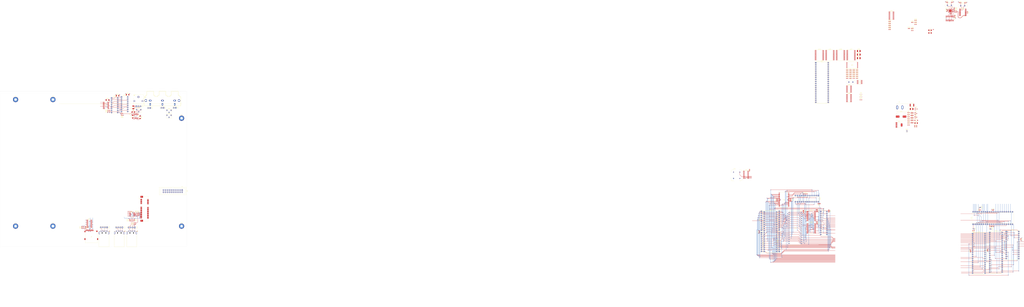
<source format=kicad_pcb>
(kicad_pcb (version 20241229) (generator "pcbnew") (generator_version "9.0")
  (layers (0 "F.Cu" signal) (4 "In1.Cu" signal) (6 "In2.Cu" signal) (2 "B.Cu" signal) (13 "F.Paste" user) (15 "B.Paste" user) (5 "F.SilkS" user "F.Silkscreen") (7 "B.SilkS" user "B.Silkscreen") (1 "F.Mask" user) (3 "B.Mask" user) (25 "Edge.Cuts" user))
  (net 0 "")
  (net 1 "GND")
  (net 2 "Net-(Q1-S)")
  (net 3 "+5V")
  (net 4 "+3.3V")
  (net 5 "Net-(U2-ONT)")
  (net 6 "Net-(U2-PDT)")
  (net 7 "Net-(U14-3V3OUT)")
  (net 8 "Net-(U15-XOUT)")
  (net 9 "Net-(U15-XIN)")
  (net 10 "+3V3_INTERNAL")
  (net 11 "Net-(U16-XI)")
  (net 12 "Net-(U16-XO)")
  (net 13 "Net-(U20-BYPASS)")
  (net 14 "Net-(C40-Pad2)")
  (net 15 "/Sound/AUDIO_OUT")
  (net 16 "Net-(C41-Pad1)")
  (net 17 "Net-(C42-Pad1)")
  (net 18 "Net-(C43-Pad1)")
  (net 19 "Net-(U22C-Y)")
  (net 20 "Net-(U23-CH.1IN)")
  (net 21 "Net-(U23-CH2.IN)")
  (net 22 "Net-(C45-Pad1)")
  (net 23 "Net-(C46-Pad1)")
  (net 24 "Net-(U22A-XTAL2)")
  (net 25 "Net-(U22A-XTAL1)")
  (net 26 "Net-(C49-Pad1)")
  (net 27 "Net-(U23-CH.3IN)")
  (net 28 "Net-(C50-Pad1)")
  (net 29 "Net-(U31-C1-)")
  (net 30 "Net-(U31-C1+)")
  (net 31 "Net-(U31-C2+)")
  (net 32 "Net-(U31-C2-)")
  (net 33 "Net-(U31-VS+)")
  (net 34 "Net-(U31-VS-)")
  (net 35 "Net-(D1-K)")
  (net 36 "/Power/5V_PROT")
  (net 37 "Net-(D2-A)")
  (net 38 "/System Control/SD_BUSY")
  (net 39 "Net-(D4-K)")
  (net 40 "/CPU_AddressDecoding/~{NMI}")
  (net 41 "Net-(D5-K)")
  (net 42 "Net-(D6-K)")
  (net 43 "/CPU_AddressDecoding/~{INT}")
  (net 44 "Net-(F1-Pad1)")
  (net 45 "/CPU_AddressDecoding/~{IORQ}")
  (net 46 "/CPU_AddressDecoding/~{RD}")
  (net 47 "/CPU_AddressDecoding/D5")
  (net 48 "Net-(IC1-IEO)")
  (net 49 "/CLK7M3764")
  (net 50 "/~{RESET}")
  (net 51 "/CPU_AddressDecoding/A0")
  (net 52 "/CPU_AddressDecoding/D2")
  (net 53 "/CPU_AddressDecoding/D0")
  (net 54 "/System Control/CTC_TO2")
  (net 55 "/CPU_AddressDecoding/D4")
  (net 56 "/System Control/CTC_TO1")
  (net 57 "/CPU_AddressDecoding/A1")
  (net 58 "/ClockTree/CLK1M8441")
  (net 59 "/CLK3M6882")
  (net 60 "/CPU_AddressDecoding/~{M1}")
  (net 61 "/CPU_AddressDecoding/D6")
  (net 62 "/CPU_AddressDecoding/D7")
  (net 63 "/System Control/USR_UART_BAUD_CLK")
  (net 64 "/CPU_AddressDecoding/D3")
  (net 65 "/CPU_AddressDecoding/D1")
  (net 66 "/CPU_AddressDecoding/~{CS_CTC}")
  (net 69 "/System Control/USB_RTS")
  (net 70 "/ConsolePort/CONSOLE_RTS")
  (net 71 "/ConsolePort/CONSOLE_CTS")
  (net 72 "/ConsolePort/CONSOLE_RX")
  (net 73 "/System Control/USB_RX")
  (net 74 "/CPU_AddressDecoding/~{CS_SIO0}")
  (net 75 "/System Control/~{USB_PRESENT}")
  (net 76 "Net-(IC2-IEO)")
  (net 77 "/System Control/USB_TX")
  (net 78 "/ConsolePort/CONSOLE_TX")
  (net 81 "/System Control/USB_CTS")
  (net 82 "/ConsolePort/CONSOLE_DTR")
  (net 86 "/System Control/SD_TX")
  (net 88 "/System Control/SD_CTS")
  (net 89 "/System Control/USR_UART_RX")
  (net 90 "/System Control/USR_UART_CTS")
  (net 91 "/System Control/USR_UART_TX")
  (net 92 "/CPU_AddressDecoding/IEI")
  (net 93 "/SD_Card/SD_PRESENT")
  (net 94 "/System Control/SD_RX")
  (net 95 "/System Control/USR_UART_RTS")
  (net 96 "/System Control/SD_RTS")
  (net 98 "/CPU_AddressDecoding/~{CS_SIO1}")
  (net 104 "/SD_Card/CLK")
  (net 106 "/SD_Card/MOSI")
  (net 107 "/SD_Card/SPI_MISO")
  (net 108 "/SD_Card/~{CS}")
  (net 109 "/USBPorts/DP2")
  (net 110 "/USBPorts/DM2")
  (net 111 "/USBPorts/DM1")
  (net 112 "/USBPorts/DP1")
  (net 113 "/CPU_AddressDecoding/~{MREQ}")
  (net 114 "/CPU_AddressDecoding/A5")
  (net 115 "/CPU_AddressDecoding/~{WAIT}")
  (net 116 "/CPU_AddressDecoding/A4")
  (net 117 "/CPU_AddressDecoding/PROG")
  (net 118 "/CPU_AddressDecoding/CART_DETECT")
  (net 119 "/CPU_AddressDecoding/A10")
  (net 120 "/CPU_AddressDecoding/~{BUSACK}")
  (net 121 "/CPU_AddressDecoding/A8")
  (net 122 "/CPU_AddressDecoding/A11")
  (net 123 "/CPU_AddressDecoding/A14")
  (net 125 "/CPU_AddressDecoding/A2")
  (net 126 "/CPU_AddressDecoding/~{BUSREQ}")
  (net 127 "/CPU_AddressDecoding/A15")
  (net 128 "/CPU_AddressDecoding/A12")
  (net 129 "/CPU_AddressDecoding/~{HALT}")
  (net 130 "/CPU_AddressDecoding/A3")
  (net 131 "/CPU_AddressDecoding/A9")
  (net 132 "/CPU_AddressDecoding/A6")
  (net 133 "/CPU_AddressDecoding/~{CART_CS}")
  (net 134 "/CPU_AddressDecoding/A13")
  (net 135 "/CPU_AddressDecoding/A7")
  (net 136 "/CPU_AddressDecoding/~{WR}")
  (net 137 "/CPU_AddressDecoding/EXP_IEI")
  (net 138 "/CPU_AddressDecoding/~{CS_CART_IO}")
  (net 139 "/System Control/GPIO0")
  (net 140 "/System Control/GPIO4")
  (net 141 "/System Control/GPIO3")
  (net 142 "/UserPorts/UART_RTS")
  (net 143 "/System Control/GPIO1")
  (net 144 "/UserPorts/UART_TX")
  (net 145 "/UserPorts/UART_CTS")
  (net 146 "/UserPorts/UART_RX")
  (net 147 "/System Control/GPIO6")
  (net 148 "/System Control/GPIO2")
  (net 149 "/System Control/GPIO7")
  (net 150 "/System Control/GPIO5")
  (net 151 "Net-(Q1-G)")
  (net 152 "Net-(Q2-G)")
  (net 153 "Net-(U2-EN{slash}*EN)")
  (net 154 "/Power/~{MCU_PW_OFF_RQ}")
  (net 155 "/Power/~{MCU_POWER_OFF}")
  (net 156 "Net-(U3-~{RESET})")
  (net 157 "/System Control/~{NMI_RQ}")
  (net 158 "Net-(U14-USBDM)")
  (net 159 "Net-(U14-USBDP)")
  (net 160 "/ConsolePort/VBUS_SENSE")
  (net 161 "Net-(U15-BUSJ)")
  (net 162 "Net-(U15-XRSTJ)")
  (net 163 "Net-(U15-REXT)")
  (net 164 "Net-(U16-D+)")
  (net 165 "Net-(U16-D-)")
  (net 166 "Net-(U18-AUDIO_OUT)")
  (net 167 "Net-(U19-AUDIO_OUT)")
  (net 168 "Net-(U23-CH.1OUT)")
  (net 169 "Net-(U22C-R-Y)")
  (net 170 "Net-(U23-CH.2OUT)")
  (net 171 "Net-(U22C-B-Y)")
  (net 172 "Net-(U23-CH.3OUT)")
  (net 173 "Net-(R37-Pad2)")
  (net 175 "Net-(U20-+)")
  (net 176 "Net-(U2-*PB)")
  (net 177 "/ClockTree/RESET_HIGH")
  (net 178 "/System Control/USB_INT")
  (net 179 "/SD_Card/SPI_MOSI")
  (net 180 "/System Control/~{USB_CS}")
  (net 181 "/ClockTree/CLK14M7528")
  (net 183 "/SD_Card/~{SD_CS}")
  (net 184 "/SD_Card/SPI_CLK")
  (net 186 "/Sound/~{A0}")
  (net 187 "/Sound/AUDIO2")
  (net 188 "/Sound/SOUND_ACTIVE")
  (net 189 "/Sound/AUDIO1")
  (net 190 "/CPU_AddressDecoding/~{CS_SOUND}")
  (net 202 "/CPU_AddressDecoding/~{SRAM_CS}")
  (net 207 "/CPU_AddressDecoding/RAM_A16")
  (net 212 "/CPU_AddressDecoding/RAM_A18")
  (net 213 "/CPU_AddressDecoding/RAM_A17")
  (net 216 "/CPU_AddressDecoding/~{CS_MEMBANK_RD}")
  (net 217 "/CPU_AddressDecoding/~{CS_MEMBANK_WR}")
  (net 218 "/CPU_AddressDecoding/~{CS_VDP}")
  (net 220 "/CPU_AddressDecoding/ROM_A16")
  (net 221 "/CPU_AddressDecoding/~{ROM_CS}")
  (net 222 "/CPU_AddressDecoding/ROM_A18")
  (net 223 "/CPU_AddressDecoding/ROM_A17")
  (net 224 "/CPU_AddressDecoding/RAM_SHADOW")
  (net 225 "/CPU_AddressDecoding/ROM_DIS")
  (net 227 "/CPU_AddressDecoding/BANK_Q1")
  (net 229 "/CPU_AddressDecoding/BANK_Q2")
  (net 230 "/CPU_AddressDecoding/BANK_Q0")
  (net 235 "/Video/VD5")
  (net 236 "/Video/AD6")
  (net 237 "/Video/~{R}{slash}W")
  (net 238 "/Video/AD2")
  (net 239 "/Video/AD7")
  (net 240 "/Video/AD1")
  (net 241 "/Video/AD5")
  (net 242 "/Video/VD7")
  (net 243 "/Video/VD1")
  (net 244 "/Video/VD0")
  (net 245 "/Video/AD0")
  (net 246 "/Video/AD3")
  (net 247 "/Video/RD")
  (net 248 "/Video/VD2")
  (net 249 "/Video/VD3")
  (net 250 "/Video/VD4")
  (net 251 "/Video/AD4")
  (net 252 "/Video/VD6")
  (net 266 "/USBPorts/~{CS}")
  (net 270 "/USBPorts/MOSI")
  (net 272 "/USBPorts/CLK")
  (net 294 "Net-(U21-Q4)")
  (net 295 "Net-(U21-Q5)")
  (net 296 "Net-(U21-Q3)")
  (net 297 "Net-(U21-Q1)")
  (net 298 "Net-(U21-Q2)")
  (net 300 "/Video/COL")
  (net 301 "Net-(U21-Q6)")
  (net 302 "Net-(U21-Q7)")
  (net 303 "/Video/~{RAS}")
  (net 304 "/Video/~{CAS}")
  (net 305 "/Video/~{CSR}")
  (net 306 "/Video/R{slash}~{W}")
  (net 307 "/Video/~{CSW}")
  (net 309 "Net-(U24-A6)")
  (net 310 "Net-(U24-A0)")
  (net 311 "Net-(U24-A2)")
  (net 312 "Net-(U24-A5)")
  (net 313 "Net-(U24-A1)")
  (net 314 "Net-(U24-A4)")
  (net 315 "Net-(U24-A3)")
  (net 316 "Net-(U25-A)")
  (net 320 "/Video/~{INT_MODE}")
  (net 325 "/Video/ROW")
  (net 332 "Net-(U29-Pad11)")
  (net 333 "Net-(U29-Pad6)")
  (net 334 "/ConsolePort/DP1")
  (net 335 "/ConsolePort/DM1")
  (net 336 "/USBPorts/VBUS_PIN2")
  (net 337 "/USBPorts/VBUS_PIN1")
  (net 338 "Net-(J8-Pin_1)")
  (net 339 "Net-(J11-Pin_1)")
  (net 340 "Net-(J12-Pin_1)")
  (net 341 "/ConsolePort/VBUS_PIN1")
  (net 342 "Net-(J13-Pin_1)")
  (net 345 "/USBPorts/D+")
  (net 346 "/USBPorts/D-")
  (footprint "Capacitor_SMD:CP_Elec_10x10.5" (layer "F.Cu") (at 1126.215 54.56)
    (property "Reference" "C2")
    (property "Value" "1000u")
  )
  (footprint "Footprints:SOIC127P600X175-16N" (layer "F.Cu") (at 1185.808 -65.604 -90)
    (property "Reference" "U17")
    (property "Value" "CD74HC4050M96")
  )
  (footprint "MountingHole:MountingHole_3.2mm_M3_Pad" (layer "F.Cu") (at 88.02 33.71)
    (property "Reference" "H3")
    (property "Value" "MountingHole_Pad")
  )
  (footprint "Package_TO_SOT_SMD:SOT-23" (layer "F.Cu") (at 1144.3 55.21)
    (property "Reference" "Q2")
    (property "Value" "AO3401A")
  )
  (footprint "Capacitor_SMD:C_0603_1608Metric" (layer "F.Cu") (at 1238.593 169.089 180)
    (property "Reference" "C8")
    (property "Value" "100n")
  )
  (footprint "Resistor_SMD:R_0603_1608Metric" (layer "F.Cu") (at 1143.91 -60.78)
    (property "Reference" "R19")
    (property "Value" "100k")
  )
  (footprint "Capacitor_SMD:C_0603_1608Metric" (layer "F.Cu") (at 127.898 190.174 -90)
    (property "Reference" "C20")
    (property "Value" "100n")
  )
  (footprint "Resistor_SMD:R_0603_1608Metric" (layer "F.Cu") (at 1068.27 5.15)
    (property "Reference" "R29")
    (property "Value" "4K7")
  )
  (footprint "Resistor_SMD:R_0603_1608Metric" (layer "F.Cu") (at 155.452 47.807 90)
    (property "Reference" "R25")
    (property "Value" "1k")
  )
  (footprint "Capacitor_SMD:C_0603_1608Metric" (layer "F.Cu") (at 1064.26 7.66)
    (property "Reference" "C58")
    (property "Value" "100n")
  )
  (footprint "Connector_PCBEdge:BUS_PCI_Express_Mini_Full" (layer "F.Cu") (at 200.225 167.375 -90)
    (property "Reference" "J7")
    (property "Value" "Z80HomeBrewUser")
  )
  (footprint "Connector_IDC:IDC-Header_2x10_P2.54mm_Vertical" (layer "F.Cu") (at 246.19 144.5 -90)
    (property "Reference" "J9")
    (property "Value" "Conn_02x10_Odd_Even")
  )
  (footprint "Package_SO:SOIC-20W_7.5x12.8mm_P1.27mm" (layer "F.Cu") (at 1039.16 -20.565)
    (property "Reference" "U21")
    (property "Value" "SN74HCT574DWR")
  )
  (footprint "Capacitor_SMD:C_1206_3216Metric" (layer "F.Cu") (at 167.136 29.011)
    (property "Reference" "C53")
    (property "Value" "10u")
  )
  (footprint "Capacitor_SMD:C_0603_1608Metric" (layer "F.Cu") (at 1238.468 188.439)
    (property "Reference" "C9")
    (property "Value" "100n")
  )
  (footprint "Resistor_SMD:R_0603_1608Metric" (layer "F.Cu") (at 1135.39 62.34)
    (property "Reference" "R6")
    (property "Value" "470")
  )
  (footprint "Resistor_SMD:R_0603_1608Metric" (layer "F.Cu") (at 1068.27 2.64)
    (property "Reference" "R28")
    (property "Value" "75")
  )
  (footprint "Resistor_SMD:R_0603_1608Metric" (layer "F.Cu") (at 189.176 185.602 90)
    (property "Reference" "R15")
    (property "Value" "R")
  )
  (footprint "Resistor_SMD:R_0603_1608Metric" (layer "F.Cu") (at 1072.28 2.64)
    (property "Reference" "R33")
    (property "Value" "470")
  )
  (footprint "Capacitor_SMD:C_0603_1608Metric" (layer "F.Cu") (at 1139.9 -60.78)
    (property "Reference" "C35")
    (property "Value" "10u")
  )
  (footprint "Footprints:QFN50P500X500X80-33N" (layer "F.Cu") (at 1186.57 -74.875)
    (property "Reference" "U16")
    (property "Value" "MAX3421EETJ_T")
  )
  (footprint "Capacitor_SMD:C_0603_1608Metric" (layer "F.Cu") (at 940.825 120.07 90)
    (property "Reference" "C13")
    (property "Value" "100n")
  )
  (footprint "Package_DIP:DIP-16_W7.62mm" (layer "F.Cu") (at 159.775 31.805)
    (property "Reference" "U18")
    (property "Value" "SN76489AN")
  )
  (footprint "Capacitor_SMD:C_0603_1608Metric" (layer "F.Cu") (at 1198.579 -84.895)
    (property "Reference" "C33")
    (property "Value" "22p")
  )
  (footprint "Capacitor_SMD:C_0603_1608Metric" (layer "F.Cu") (at 1060.25 -2.38)
    (property "Reference" "C44")
    (property "Value" "100n")
  )
  (footprint "Diode_SMD:D_SOD-123" (layer "F.Cu") (at 1144.765 59.11)
    (property "Reference" "D2")
    (property "Value" "BZT52C5V6")
  )
  (footprint "Resistor_THT:R_Array_SIP10" (layer "F.Cu") (at 955.395 196.695 -90)
    (property "Reference" "RN1")
    (property "Value" "4610X-101-103LF")
  )
  (footprint "Resistor_SMD:R_0603_1608Metric" (layer "F.Cu") (at 1192.857 -73.097 180)
    (property "Reference" "R22")
    (property "Value" "33")
  )
  (footprint "Capacitor_Tantalum_SMD:CP_EIA-3528-21_Kemet-B" (layer "F.Cu") (at 1074.465 -21.35)
    (property "Reference" "C46")
    (property "Value" "220u")
  )
  (footprint "Capacitor_SMD:C_0603_1608Metric" (layer "F.Cu") (at 1204.802 -84.768 180)
    (property "Reference" "C34")
    (property "Value" "22p")
  )
  (footprint "Resistor_SMD:R_0603_1608Metric" (layer "F.Cu") (at 1072.28 5.15)
    (property "Reference" "R34")
    (property "Value" "75")
  )
  (footprint "Potentiometer_THT:Potentiometer_Bourns_3266W_Vertical" (layer "F.Cu") (at 232.69 52.92)
    (property "Reference" "RV3")
    (property "Value" "R_Potentiometer")
  )
  (footprint "Resistor_SMD:R_0603_1608Metric" (layer "F.Cu") (at 1222.843 168.864 180)
    (property "Reference" "R9")
    (property "Value" "10k")
  )
  (footprint "Resistor_SMD:R_0603_1608Metric" (layer "F.Cu") (at 1143.91 -58.27)
    (property "Reference" "R20")
    (property "Value" "2k7")
  )
  (footprint "Capacitor_SMD:C_0805_2012Metric" (layer "F.Cu") (at 1023.345 184.555 90)
    (property "Reference" "C67")
    (property "Value" "100n")
  )
  (footprint "Capacitor_SMD:C_0805_2012Metric" (layer "F.Cu") (at 952.67 195.715 90)
    (property "Reference" "C14")
    (property "Value" "100n")
  )
  (footprint "Resistor_SMD:R_0603_1608Metric" (layer "F.Cu") (at 1135.39 54.81)
    (property "Reference" "R3")
    (property "Value" "100k")
  )
  (footprint "Capacitor_SMD:C_0805_2012Metric" (layer "F.Cu") (at 1139.62 56.06)
    (property "Reference" "C5")
    (property "Value" "100n")
  )
  (footprint "Package_DIP:DIP-24_W7.62mm" (layer "F.Cu") (at 1027.825 170.87)
    (property "Reference" "U7")
    (property "Value" "ATF22V10C-10PU")
  )
  (footprint "Resistor_SMD:R_0603_1608Metric" (layer "F.Cu") (at 1072.28 7.66)
    (property "Reference" "R35")
    (property "Value" "4K7")
  )
  (footprint "Package_SO:SOIC-16_3.9x9.9mm_P1.27mm" (layer "F.Cu") (at 1114.44 -69.055)
    (property "Reference" "U31")
    (property "Value" "MAX202IDR")
  )
  (footprint "Capacitor_SMD:C_0805_2012Metric" (layer "F.Cu") (at 1037.75 170.075 90)
    (property "Reference" "C19")
    (property "Value" "100n")
  )
  (footprint "Capacitor_SMD:C_0603_1608Metric" (layer "F.Cu") (at 1112.22 -52.04)
    (property "Reference" "C66")
    (property "Value" "100n")
  )
  (footprint "Package_DIP:DIP-28_W15.24mm_Socket" (layer "F.Cu") (at 1255.023 195.254)
    (property "Reference" "IC1")
    (property "Value" "Z80CTC")
  )
  (footprint "Capacitor_SMD:C_0603_1608Metric" (layer "F.Cu") (at 1060.25 0.13)
    (property "Reference" "C45")
    (property "Value" "100n")
  )
  (footprint "MountingHole:MountingHole_3.2mm_M3_Pad" (layer "F.Cu") (at 42.3 33.71)
    (property "Reference" "H1")
    (property "Value" "MountingHole_Pad")
  )
  (footprint "Connector_PinSocket_2.54mm:PinSocket_1x04_P2.54mm_Vertical" (layer "F.Cu") (at 173.05 190.225 -90)
    (property "Reference" "J14")
    (property "Value" "Conn_01x04")
  )
  (footprint "Capacitor_SMD:C_0603_1608Metric" (layer "F.Cu") (at 1211.323 219.104 -90)
    (property "Reference" "C10")
    (property "Value" "100n")
  )
  (footprint "Package_SO:SOIC-16_3.9x9.9mm_P1.27mm" (layer "F.Cu") (at 1062.47 31.885)
    (property "Reference" "U28")
    (property "Value" "CD74HC139M96")
  )
  (footprint "Package_SO:SSOP-16_3.9x4.9mm_P0.635mm" (layer "F.Cu") (at 185.108 174.494)
    (property "Reference" "U14")
    (property "Value" "FT230XS-U")
  )
  (footprint "LED_SMD:LED_1206_3216Metric" (layer "F.Cu") (at 1144.69 62.48)
    (property "Reference" "D1")
    (property "Value" "LED")
  )
  (footprint "Capacitor_SMD:C_0603_1608Metric" (layer "F.Cu") (at 191.398 174.299 90)
    (property "Reference" "C22")
    (property "Value" "100n")
  )
  (footprint "Capacitor_SMD:C_0805_2012Metric" (layer "F.Cu") (at 1023.32 169.6 90)
    (property "Reference" "C17")
    (property "Value" "100n")
  )
  (footprint "Package_DIP:DIP-40_W15.24mm_Socket" (layer "F.Cu") (at 1021.85 -11.28)
    (property "Reference" "U22")
    (property "Value" "TMS9928A")
  )
  (footprint "Capacitor_SMD:C_1206_3216Metric" (layer "F.Cu") (at 186.445 48.95)
    (property "Reference" "C40")
    (property "Value" "10u")
  )
  (footprint "Connector_PinSocket_2.54mm:PinSocket_1x04_P2.54mm_Vertical" (layer "F.Cu") (at 188.195 190.275 -90)
    (property "Reference" "J16")
    (property "Value" "Conn_01x04")
  )
  (footprint "Potentiometer_THT:Potentiometer_Bourns_3266W_Vertical" (layer "F.Cu") (at 232.69 46.87)
    (property "Reference" "RV2")
    (property "Value" "R_Potentiometer")
  )
  (footprint "Capacitor_SMD:C_0603_1608Metric" (layer "F.Cu") (at 1139.9 -53.25)
    (property "Reference" "C38")
    (property "Value" "100u")
  )
  (footprint "Capacitor_SMD:C_1206_3216Metric" (layer "F.Cu") (at 179.427 27.784)
    (property "Reference" "C52")
    (property "Value" "10u")
  )
  (footprint "Package_DIP:DIP-16_W7.62mm" (layer "F.Cu") (at 171.962 30.535)
    (property "Reference" "U19")
    (property "Value" "SN76489AN")
  )
  (footprint "Package_SO:SOIC-14_3.9x8.7mm_P1.27mm" (layer "F.Cu") (at 1062.47 20.885)
    (property "Reference" "U29")
    (property "Value" "SN74HCT04DR")
  )
  (footprint "Package_SO:SOIC-8_3.9x4.9mm_P1.27mm" (layer "F.Cu") (at 190.255 54.095 -90)
    (property "Reference" "U20")
    (property "Value" "LM386MX-1/NOPB")
  )
  (footprint "Capacitor_SMD:C_0603_1608Metric" (layer "F.Cu") (at 1112.22 -54.55)
    (property "Reference" "C65")
    (property "Value" "100n")
  )
  (footprint "Package_TO_SOT_SMD:SOT-363_SC-70-6" (layer "F.Cu") (at 1077.09 33.885)
    (property "Reference" "U25")
    (property "Value" "SN74LVC1G19DCKR")
  )
  (footprint "Package_SO:SOIC-20W_7.5x12.8mm_P1.27mm" (layer "F.Cu") (at 1026.25 -20.565)
    (property "Reference" "U13")
    (property "Value" "SN74HCT574DWR")
  )
  (footprint "Diode_SMD:D_SOD-323F" (layer "F.Cu") (at 1077.135 30.41)
    (property "Reference" "D6")
    (property "Value" "BAT54J")
  )
  (footprint "Footprints:SO14NB_TEX" (layer "F.Cu") (at 152.912 40.822)
    (property "Reference" "U4")
    (property "Value" "SN74HC00ANSR")
  )
  (footprint "Footprints:D8" (layer "F.Cu") (at 1075.4796 12.2471)
    (property "Reference" "U23")
    (property "Value" "THS7314DR")
  )
  (footprint "Footprints:KYCON_STX-3120-3B" (layer "F.Cu") (at 192.675 30.525 -90)
    (property "Reference" "J6")
    (property "Value" "STX-3120-3B")
  )
  (footprint "Package_TO_SOT_SMD:SOT-23" (layer "F.Cu") (at 1144.3 50.76)
    (property "Reference" "Q1")
    (property "Value" "AO3401A")
  )
  (footprint "Resistor_SMD:R_0603_1608Metric" (layer "F.Cu") (at 1135.39 49.79)
    (property "Reference" "R1")
    (property "Value" "100k")
  )
  (footprint "Package_SO:SSOP-28_5.3x10.2mm_P0.65mm" (layer "F.Cu") (at 1201.81 -72.961)
    (property "Reference" "U15")
    (property "Value" "FE1.1S-BSOP28BCN")
  )
  (footprint "Resistor_SMD:R_0603_1608Metric" (layer "F.Cu") (at 1135.39 52.3)
    (property "Reference" "R2")
    (property "Value" "100k")
  )
  (footprint "Capacitor_SMD:C_0603_1608Metric" (layer "F.Cu") (at 1135.89 -53.25)
    (property "Reference" "C32")
    (property "Value" "100u")
  )
  (footprint "Resistor_SMD:R_0603_1608Metric" (layer "F.Cu") (at 187.525 185.602 -90)
    (property "Reference" "R16")
    (property "Value" "R")
  )
  (footprint "Package_DIP:DIP-40_W15.24mm_Socket" (layer "F.Cu") (at 1213.748 197.794)
    (property "Reference" "IC2")
    (property "Value" "Z80SIO")
  )
  (footprint "NetTie:NetTie-2_SMD_Pad0.5mm" (layer "F.Cu") (at 1165.725 -52.045)
    (property "Reference" "R37" (hide yes))
    (property "Value" "0" (hide yes))
  )
  (footprint "Resistor_SMD:R_0603_1608Metric" (layer "F.Cu") (at 1072.28 -2.38)
    (property "Reference" "R31")
    (property "Value" "470")
  )
  (footprint "Footprints:CUI_MSD-1-A" (layer "F.Cu") (at 134.975 201.6169)
    (property "Reference" "J2")
    (property "Value" "MSD-1-A")
  )
  (footprint "Resistor_SMD:R_0603_1608Metric" (layer "F.Cu") (at 1010.395 149.155)
    (property "Reference" "R11")
    (property "Value" "10k")
  )
  (footprint "Package_TO_SOT_SMD:SOT-23-3" (layer "F.Cu") (at 1144.66 45.26)
    (property "Reference" "D3")
    (property "Value" "MCR08BT1G")
  )
  (footprint "Resistor_SMD:R_0603_1608Metric" (layer "F.Cu") (at 1135.39 64.85)
    (property "Reference" "R7")
    (property "Value" "1k")
  )
  (footprint "Fuse:Fuse_1812_4532Metric" (layer "F.Cu") (at 1139.55 40.56)
    (property "Reference" "F1")
    (property "Value" "MINISMDC200F-2")
  )
  (footprint "Potentiometer_THT:Potentiometer_Bourns_3266W_Vertical" (layer "F.Cu") (at 195.55 46.05)
    (property "Reference" "RV1")
    (property "Value" "R_Potentiometer")
  )
  (footprint "Package_SO:SOIC-20W_7.5x12.8mm_P1.27mm" (layer "F.Cu") (at 1016.245 176.2325)
    (property "Reference" "U11")
    (property "Value" "SN74HC273DWR")
  )
  (footprint "Connector_PinHeader_1.27mm:PinHeader_1x02_P1.27mm_Vertical" (layer "F.Cu") (at 1236.378 192.289 -90)
    (property "Reference" "SW2")
    (property "Value" "SW_Push")
  )
  (footprint "Capacitor_SMD:C_0805_2012Metric" (layer "F.Cu") (at 991.17 156.465 90)
    (property "Reference" "C16")
    (property "Value" "100n")
  )
  (footprint "Crystal:Crystal_HC49-U_Vertical" (layer "F.Cu") (at 1199.16 -81.212)
    (property "Reference" "Y2")
    (property "Value" "ABL-12.000MHZ-B2")
  )
  (footprint "Footprints:CONN_480370001_MOL" (layer "F.Cu") (at 154.03135 194.8569)
    (property "Reference" "J5")
    (property "Value" "0480370001")
    (fp_line (start 2.545201 4.850001) (end -9.545199 4.850001) (stroke (width 0.0254)) (layer "Edge.Cuts"))
  )
  (footprint "Capacitor_SMD:C_0603_1608Metric" (layer "F.Cu") (at 1207.342 -73.097 90)
    (property "Reference" "C31")
    (property "Value" "10u")
  )
  (footprint "Capacitor_Tantalum_SMD:CP_EIA-3528-21_Kemet-B" (layer "F.Cu") (at 1074.465 -25.7)
    (property "Reference" "C43")
    (property "Value" "220u")
  )
  (footprint "Capacitor_SMD:C_0603_1608Metric" (layer "F.Cu") (at 1188.702 -85.416 180)
    (property "Reference" "C36")
    (property "Value" "22p")
  )
  (footprint "Connector_PinHeader_1.27mm:PinHeader_1x02_P1.27mm_Vertical" (layer "F.Cu") (at 1223.378 165.689 -90)
    (property "Reference" "SW3")
    (property "Value" "SW_Push")
  )
  (footprint "Capacitor_SMD:C_0603_1608Metric" (layer "F.Cu") (at 193.303 174.299 90)
    (property "Reference" "C27")
    (property "Value" "4u7")
  )
  (footprint "Capacitor_SMD:C_0603_1608Metric" (layer "F.Cu") (at 1060.25 7.66)
    (property "Reference" "C49")
    (property "Value" "100n")
  )
  (footprint "Capacitor_SMD:C_0603_1608Metric" (layer "F.Cu") (at 1112.22 -62.08)
    (property "Reference" "C62")
    (property "Value" "100n")
  )
  (footprint "Capacitor_SMD:C_0603_1608Metric" (layer "F.Cu") (at 1272.803 204.779 90)
    (property "Reference" "C12")
    (property "Value" "100n")
  )
  (footprint "Resistor_SMD:R_0603_1608Metric" (layer "F.Cu") (at 172.597 52.887 180)
    (property "Reference" "R26")
    (property "Value" "1k")
  )
  (footprint "Footprints:CONN_480370001_MOL" (layer "F.Cu") (at 187.98135 194.8569)
    (property "Reference" "J3")
    (property "Value" "0480370001")
    (fp_line (start 2.545201 4.850001) (end -9.545199 4.850001) (stroke (width 0.0254)) (layer "Edge.Cuts"))
  )
  (footprint "Resistor_SMD:R_0603_1608Metric" (layer "F.Cu") (at 1235.393 188.439 180)
    (property "Reference" "R8")
    (property "Value" "10k")
  )
  (footprint "Package_SO:SO-16_3.9x9.9mm_P1.27mm" (layer "F.Cu") (at 936.38 125.785)
    (property "Reference" "U5")
    (property "Value" "SN74HC4040DR")
  )
  (footprint "Resistor_SMD:R_0603_1608Metric" (layer "F.Cu") (at 125.358 190.174 -90)
    (property "Reference" "R12")
    (property "Value" "10k")
  )
  (footprint "Resistor_THT:R_Array_SIP10" (layer "F.Cu") (at 977.12 193.31 90)
    (property "Reference" "RN4")
    (property "Value" "4610X-101-103LF")
  )
  (footprint "Capacitor_SMD:C_1206_3216Metric" (layer "F.Cu") (at 185.81 54.665 -90)
    (property "Reference" "C42")
    (property "Value" "47n")
  )
  (footprint "Capacitor_SMD:C_0603_1608Metric" (layer "F.Cu") (at 1064.26 5.15)
    (property "Reference" "C57")
    (property "Value" "100n")
  )
  (footprint "Capacitor_SMD:C_0805_2012Metric" (layer "F.Cu") (at 1139.62 59.07)
    (property "Reference" "C6")
    (property "Value" "10n")
  )
  (footprint "Capacitor_SMD:C_0603_1608Metric" (layer "F.Cu") (at 187.588 181.284 90)
    (property "Reference" "C24")
    (property "Value" "47p")
  )
  (footprint "Footprints:TSOT-23_TS8" (layer "F.Cu") (at 1144.0976 66.326)
    (property "Reference" "U2")
    (property "Value" "LTC2954CTS8-2_TRMPBF")
  )
  (footprint "Capacitor_SMD:C_0603_1608Metric" (layer "F.Cu") (at 1064.26 0.13)
    (property "Reference" "C55")
    (property "Value" "100n")
  )
  (footprint "Package_DIP:DIP-24_W7.62mm" (layer "F.Cu") (at 1024.815 151.21 -90)
    (property "Reference" "U10")
    (property "Value" "ATF22V10C-10PU")
  )
  (footprint "Footprints:PDIP32_PH_SST_MCH" (layer "F.Cu") (at 989.17 171.815)
    (property "Reference" "U9")
    (property "Value" "SST39SF040-70-4C-PHE")
  )
  (footprint "Capacitor_SMD:C_0603_1608Metric" (layer "F.Cu") (at 123.58 190.174 -90)
    (property "Reference" "C21")
    (property "Value" "100n")
  )
  (footprint "Package_SO:SOIC-20W_7.5x12.8mm_P1.27mm" (layer "F.Cu") (at 1052.07 -20.565)
    (property "Reference" "U26")
    (property "Value" "SN74HC273DWR")
  )
  (footprint "Capacitor_SMD:C_0603_1608Metric" (layer "F.Cu") (at 1112.22 -59.57)
    (property "Reference" "C63")
    (property "Value" "100n")
  )
  (footprint "Package_DIP:DIP-40_W15.24mm_Socket" (layer "F.Cu") (at 1234.703 196.524)
    (property "Reference" "IC3")
    (property "Value" "Z80SIO")
  )
  (footprint "Capacitor_SMD:C_0603_1608Metric" (layer "F.Cu") (at 1060.25 2.64)
    (property "Reference" "C47")
    (property "Value" "47p")
  )
  (footprint "Capacitor_SMD:C_0603_1608Metric" (layer "F.Cu") (at 182 181.284 90)
    (property "Reference" "C23")
    (property "Value" "47p")
  )
  (footprint "Capacitor_SMD:C_0603_1608Metric" (layer "F.Cu") (at 1064.26 -2.38)
    (property "Reference" "C54")
    (property "Value" "100n")
  )
  (footprint "Connector_PinHeader_1.27mm:PinHeader_1x02_P1.27mm_Vertical" (layer "F.Cu") (at 1215.618 191.864 -90)
    (property "Reference" "D4")
    (property "Value" "LED")
  )
  (footprint "Capacitor_SMD:C_0603_1608Metric" (layer "F.Cu") (at 1191.396 -76.907 -90)
    (property "Reference" "C28")
    (property "Value" "1u")
  )
  (footprint "Capacitor_SMD:C_1206_3216Metric" (layer "F.Cu") (at 154.8424 34.218)
    (property "Reference" "C51")
    (property "Value" "10u")
  )
  (footprint "Capacitor_SMD:C_0603_1608Metric" (layer "F.Cu") (at 1182.352 -85.416)
    (property "Reference" "C37")
    (property "Value" "22p")
  )
  (footprint "Connector_PinHeader_2.54mm:PinHeader_1x02_P2.54mm_Vertical" (layer "F.Cu") (at 207.125 44.025 -90)
    (property "Reference" "J12")
    (property "Value" "Conn_01x02_Pin")
  )
  (footprint "MountingHole:MountingHole_3.2mm_M3_Pad" (layer "F.Cu") (at 245.5 188.65)
    (property "Reference" "H6")
    (property "Value" "MountingHole_Pad")
  )
  (footprint "Connector_PinSocket_2.54mm:PinSocket_1x03_P2.54mm_Vertical" (layer "F.Cu") (at 190.175 41.975 90)
    (property "Reference" "J13")
    (property "Value" "Conn_01x03")
  )
  (footprint "Footprints:RCJ-32234" (layer "F.Cu") (at 222.075 37.2 -90)
    (property "Reference" "J10")
    (property "Value" "RCJ-32265")
  )
  (footprint "Resistor_THT:R_Array_SIP10" (layer "F.Cu") (at 977.12 219.6 90)
    (property "Reference" "RN3")
    (property "Value" "4610X-101-103LF")
  )
  (footprint "Capacitor_Tantalum_SMD:CP_EIA-3528-21_Kemet-B" (layer "F.Cu") (at 1074.465 -17)
    (property "Reference" "C50")
    (property "Value" "220u")
  )
  (footprint "Footprints:CUI_PJ-037A" (layer "F.Cu") (at 1121.505 43.31)
    (property "Reference" "J1")
    (property "Value" "PJ-037A")
  )
  (footprint "Package_SO:SOIC-20W_7.5x12.8mm_P1.27mm" (layer "F.Cu") (at 1016.345 191.34)
    (property "Reference" "U30")
    (property "Value" "SN74HC244DWR")
  )
  (footprint "Capacitor_SMD:C_0805_2012Metric" (layer "F.Cu") (at 1006.66 170.64 90)
    (property "Reference" "C18")
    (property "Value" "100n")
  )
  (footprint "MountingHole:MountingHole_3.2mm_M3_Pad" (layer "F.Cu") (at 245.5 56.57)
    (property "Reference" "H5")
    (property "Value" "MountingHole_Pad")
  )
  (footprint "Capacitor_SMD:C_0603_1608Metric" (layer "F.Cu") (at 1068.27 0.13)
    (property "Reference" "C60")
    (property "Value" "100n")
  )
  (footprint "Connector_PinHeader_1.27mm:PinHeader_1x02_P1.27mm_Vertical" (layer "F.Cu") (at 1133.3 71.84)
    (property "Reference" "SW1")
    (property "Value" "SW_Push")
  )
  (footprint "Footprints:OSC_ECS-2100AX-147.4" (layer "F.Cu") (at 924.95 126.42)
    (property "Reference" "Y1")
    (property "Value" "ECS-2100AX-147.4")
  )
  (footprint "Resistor_SMD:R_0603_1608Metric" (layer "F.Cu") (at 183.778 181.284 90)
    (property "Reference" "R14")
    (property "Value" "27")
  )
  (footprint "Resistor_SMD:R_0603_1608Metric" (layer "F.Cu") (at 1068.27 7.66)
    (property "Reference" "R30")
    (property "Value" "470")
  )
  (footprint "Capacitor_SMD:C_0603_1608Metric" (layer "F.Cu") (at 1060.25 5.15)
    (property "Reference" "C48")
    (property "Value" "47p")
  )
  (footprint "Capacitor_SMD:C_0805_2012Metric" (layer "F.Cu") (at 1025.82 161.105)
    (property "Reference" "C61")
    (property "Value" "100n")
  )
  (footprint "Capacitor_SMD:C_0603_1608Metric" (layer "F.Cu") (at 189.493 174.299 90)
    (property "Reference" "C26")
    (property "Value" "100n")
  )
  (footprint "Crystal:Crystal_HC49-U_Vertical" (layer "F.Cu") (at 1062.28 12.27)
    (property "Reference" "Y4")
    (property "Value" "MP107-E")
  )
  (footprint "Connector_PinHeader_2.54mm:PinHeader_1x02_P2.54mm_Vertical" (layer "F.Cu") (at 223.375 43.9 -90)
    (property "Reference" "J11")
    (property "Value" "Conn_01x02_Pin")
  )
  (footprint "Capacitor_SMD:C_0603_1608Metric" (layer "F.Cu") (at 1064.26 2.64)
    (property "Reference" "C56")
    (property "Value" "100n")
  )
  (footprint "Package_DIP:DIP-40_W15.24mm_Socket" (layer "F.Cu") (at 958.645 171.345)
    (property "Reference" "U8")
    (property "Value" "Z084000xP")
  )
  (footprint "Resistor_SMD:R_0603_1608Metric" (layer "F.Cu") (at 185.683 181.284 90)
    (property "Reference" "R13")
    (property "Value" "27")
  )
  (footprint "Resistor_SMD:R_0603_1608Metric" (layer "F.Cu") (at 157.357 47.807 -90)
    (property "Reference" "R23")
    (property "Value" "10k")
  )
  (footprint "Capacitor_SMD:C_1206_3216Metric" (layer "F.Cu") (at 194.7 55.505 -90)
    (property "Reference" "C39")
    (property "Value" "10u")
  )
  (footprint "Capacitor_SMD:C_0603_1608Metric" (layer "F.Cu") (at 1112.22 -57.06)
    (property "Reference" "C64")
    (property "Value" "100n")
  )
  (footprint "Package_DIP:DIP-40_W15.24mm" (layer "F.Cu") (at 1214.388 186.364 90)
    (property "Reference" "U3")
    (property "Value" "ATmega1284-P")
  )
  (footprint "Resistor_SMD:R_0603_1608Metric" (layer "F.Cu") (at 1135.39 57.32)
    (property "Reference" "R4")
    (property "Value" "10k")
  )
  (footprint "Package_SO:SOIC-20W_7.5x12.8mm_P1.27mm" (layer "F.Cu") (at 1064.98 -20.565)
    (property "Reference" "U27")
    (property "Value" "SN74HCT574DWR")
  )
  (footprint "Package_TO_SOT_SMD:SOT-223-3_TabPin2" (layer "F.Cu") (at 1123.73 64.785)
    (property "Reference" "U1")
    (property "Value" "AMS1117-3.3")
  )
  (footprint "Resistor_SMD:R_0603_1608Metric" (layer "F.Cu") (at 1214.768 194.239 180)
    (property "Reference" "R36")
    (property "Value" "470")
  )
  (footprint "Footprints:SOIC127P600X175-16N" (layer "F.Cu") (at 132.6226 185.7544)
    (property "Reference" "U12")
    (property "Value" "CD74HC4050M96")
  )
  (footprint "Capacitor_SMD:C_0603_1608Metric" (layer "F.Cu") (at 1182.633 -75.37 90)
    (property "Reference" "C30")
    (property "Value" "100n")
  )
  (footprint "Capacitor_SMD:C_0603_1608Metric" (layer "F.Cu") (at 1191.777 -67.812 90)
    (property "Reference" "C29")
    (property "Value" "100n")
  )
  (footprint "Resistor_SMD:R_0603_1608Metric" (layer "F.Cu") (at 1072.28 0.13)
    (property "Reference" "R32")
    (property "Value" "75")
  )
  (footprint "Resistor_SMD:R_0603_1608Metric" (layer "F.Cu") (at 172.597 50.982)
    (property "Reference" "R24")
    (property "Value" "10k")
  )
  (footprint "Footprints:TSOP-44_MIL400_ALL" (layer "F.Cu") (at 982.89785 156.315001)
    (property "Reference" "U6")
    (property "Value" "AS7C4096A-12TCN")
  )
  (footprint "Capacitor_SMD:C_0805_2012Metric" (layer "F.Cu") (at 1139.62 62.08)
    (property "Reference" "C7")
    (property "Value" "220n")
  )
  (footprint "Resistor_THT:R_Array_SIP10" (layer "F.Cu") (at 955.37 193.395 90)
    (property "Reference" "RN2")
    (property "Value" "4610X-101-103LF")
  )
  (footprint "Connector_PinSocket_2.54mm:PinSocket_1x04_P2.54mm_Vertical" (layer "F.Cu") (at 154.245 190.125 -90)
    (property "Reference" "J15")
    (property "Value" "Conn_01x04")
  )
  (footprint "MountingHole:MountingHole_3.2mm_M3_Pad" (layer "F.Cu") (at 42.3 188.65)
    (property "Reference" "H2")
    (property "Value" "MountingHole_Pad")
  )
  (footprint "Resistor_SMD:R_0603_1608Metric" (layer "F.Cu") (at 1135.39 59.83)
    (property "Reference" "R5")
    (property "Value" "100k")
  )
  (footprint "Connector_PinHeader_2.54mm:PinHeader_1x02_P2.54mm_Vertical" (layer "F.Cu") (at 238.35 43.85 -90)
    (property "Reference" "J8")
    (property "Value" "Conn_01x02_Pin")
  )
  (footprint "Resistor_SMD:R_0603_1608Metric" (layer "F.Cu") (at 1192.857 -74.621 180)
    (property "Reference" "R21")
    (property "Value" "33")
  )
  (footprint "Capacitor_SMD:C_0805_2012Metric" (layer "F.Cu") (at 1139.62 53.05)
    (property "Reference" "C3")
    (property "Value" "10u")
  )
  (footprint "Fuse:Fuse_1206_3216Metric" (layer "F.Cu") (at 1161.67 -51.14)
    (property "Reference" "F2")
    (property "Value" "1206L050YR")
  )
  (footprint "Footprints:CONN_480370001_MOL" (layer "F.Cu") (at 172.75635 194.8569)
    (property "Reference" "J4")
    (property "Value" "0480370001")
    (fp_line (start 2.545201 4.850001) (end -9.545199 4.850001) (stroke (width 0.0254)) (layer "Edge.Cuts"))
  )
  (footprint "Capacitor_SMD:C_0805_2012Metric" (layer "F.Cu") (at 1139.62 50.04)
    (property "Reference" "C1")
    (property "Value" "10n")
  )
  (footprint "Resistor_SMD:R_0603_1608Metric" (layer "F.Cu") (at 1139.9 -50.74)
    (property "Reference" "R17")
    (property "Value" "10k")
  )
  (footprint "Capacitor_Tantalum_SMD:CP_EIA-3528-21_Kemet-B" (layer "F.Cu") (at 1139.105 45.21)
    (property "Reference" "C4")
    (property "Value" "22u")
  )
  (footprint "Capacitor_SMD:C_0603_1608Metric" (layer "F.Cu") (at 1068.27 -2.38)
    (property "Reference" "C59")
    (property "Value" "100n")
  )
  (footprint "Resistor_SMD:R_0603_1608Metric" (layer "F.Cu") (at 1007.345 149.155)
    (property "Reference" "R10")
    (property "Value" "10k")
  )
  (footprint "Resistor_SMD:R_0603_1608Metric" (layer "F.Cu") (at 185.81 51.49)
    (property "Reference" "R27")
    (property "Value" "10")
  )
  (footprint "Resistor_SMD:R_0603_1608Metric" (layer "F.Cu") (at 1143.91 -63.29)
    (property "Reference" "R18")
    (property "Value" "100k")
  )
  (footprint "Capacitor_SMD:C_0603_1608Metric" (layer "F.Cu") (at 1232.103 218.114 -90)
    (property "Reference" "C11")
    (property "Value" "100n")
  )
  (footprint "Capacitor_SMD:C_0805_2012Metric" (layer "F.Cu") (at 974.445 156.59 -90)
    (property "Reference" "C15")
    (property "Value" "100n")
  )
  (footprint "Fuse:Fuse_1206_3216Metric" (layer "F.Cu") (at 1161.67 -47.83)
    (property "Reference" "F3")
    (property "Value" "1206L050YR")
  )
  (footprint "Capacitor_Tantalum_SMD:CP_EIA-3528-21_Kemet-B" (layer "F.Cu") (at 186.445 43.235 90)
    (property "Reference" "C41")
    (property "Value" "220u")
  )
  (footprint "MountingHole:MountingHole_3.2mm_M3_Pad" (layer "F.Cu") (at 88.02 188.65)
    (property "Reference" "H4")
    (property "Value" "MountingHole_Pad")
  )
  (footprint "Diode_SMD:D_SOD-323F" (layer "F.Cu") (at 1077.135 27.46)
    (property "Reference" "D5")
    (property "Value" "BAT54J")
  )
  (footprint "Footprints:TSOP-28_8X13P4_ALL" (layer "F.Cu") (at 1066.4158 -8.5135)
    (property "Reference" "U24")
    (property "Value" "AS7C256A-10TCN")
  )
  (footprint "Crystal:Crystal_HC49-U_Vertical" (layer "F.Cu") (at 1182.987 -81.606)
    (property "Reference" "Y3")
    (property "Value" "ABL-12.000MHZ-B2")
  )
  (gr_line (start 95.55 38.75) (end 246.25 38.75) (stroke (width 0.1)) (layer "F.SilkS"))
  (gr_line (start 23.25 23.55) (end 251.85 23.55) (stroke (width 0.05)) (layer "Edge.Cuts"))
  (gr_line (start 251.85 214.05) (end 23.25 214.05) (stroke (width 0.05)) (layer "Edge.Cuts"))
  (gr_line (start 23.25 23.55) (end 23.25 214.05) (stroke (width 0.05)) (layer "Edge.Cuts"))
  (gr_line (start 251.85 23.55) (end 251.85 214.05) (stroke (width 0.05)) (layer "Edge.Cuts"))
  (segment (start 183.778 174.934) (end 182.6305 174.934) (width 0.2032) (layer "F.Cu") (net 1))
  (segment (start 188.35 51.62) (end 188.35 53.46) (width 0.2032) (layer "F.Cu") (net 1))
  (segment (start 155.452 48.632) (end 155.452 49.077) (width 0.2032) (layer "F.Cu") (net 1))
  (segment (start 127.898 190.949) (end 126.641 190.949) (width 0.2032) (layer "F.Cu") (net 1))
  (segment (start 130.1222 186.364) (end 130.1476 186.3894) (width 0.2032) (layer "F.Cu") (net 1))
  (segment (start 131.9366 190.1994) (end 131.962 190.174) (width 0.2032) (layer "F.Cu") (net 1))
  (segment (start 193.5316 172.8004) (end 193.303 173.029) (width 0.2032) (layer "F.Cu") (net 1))
  (segment (start 988.67 155.914999) (end 987.370001 155.914999) (width 0.2032) (layer "F.Cu") (net 1))
  (segment (start 952.67 194.765) (end 951.595 193.69) (width 0.2032) (layer "F.Cu") (net 1))
  (segment (start 1023.32 168.4725) (end 1023.2775 168.515) (width 0.2032) (layer "F.Cu") (net 1))
  (segment (start 1272.943 204.004) (end 1274.073 202.874) (width 0.2032) (layer "F.Cu") (net 1))
  (segment (start 1181.363 -63.129) (end 1181.363 -64.777) (width 0.2032) (layer "F.Cu") (net 1))
  (segment (start 182.6305 174.934) (end 182.508 174.8115) (width 0.2032) (layer "F.Cu") (net 1))
  (segment (start 1206.072 -84.768) (end 1206.834 -85.53) (width 0.2032) (layer "F.Cu") (net 1))
  (segment (start 190.128 172.889) (end 190.128 172.394) (width 0.2032) (layer "F.Cu") (net 1))
  (segment (start 1237.818 168.524) (end 1237.243 167.949) (width 0.2032) (layer "F.Cu") (net 1))
  (segment (start 186.8305 174.1765) (end 187.708 174.1765) (width 0.2032) (layer "F.Cu") (net 1))
  (segment (start 177.952 27.071) (end 177.141 26.26) (width 0.2032) (layer "F.Cu") (net 1))
  (segment (start 190.89 51.62) (end 190.89 53.46) (width 0.2032) (layer "F.Cu") (net 1))
  (segment (start 1191.777 -67.037) (end 1192.767 -66.047) (width 0.2032) (layer "F.Cu") (net 1))
  (segment (start 1181.363 -68.079) (end 1181.363 -66.301) (width 0.2032) (layer "F.Cu") (net 1))
  (segment (start 1187.713 -63.129) (end 1187.713 -64.396) (width 0.2032) (layer "F.Cu") (net 1))
  (segment (start 1256.293 205.414) (end 1256.928 206.049) (width 0.2032) (layer "F.Cu") (net 1))
  (segment (start 1182.48 -74.595) (end 1181.744 -73.859) (width 0.2032) (layer "F.Cu") (net 1))
  (segment (start 1197.804 -84.895) (end 1197.055 -84.895) (width 0.2032) (layer "F.Cu") (net 1))
  (segment (start 1011.695 197.055) (end 1010.835 197.915) (width 0.2032) (layer "F.Cu") (net 1))
  (segment (start 129.398 190.949) (end 130.1476 190.1994) (width 0.2032) (layer "F.Cu") (net 1))
  (segment (start 1191.65 -78.304) (end 1191.396 -78.05) (width 0.2032) (layer "F.Cu") (net 1))
  (segment (start 187.525 186.427) (end 187.334 186.618) (width 0.2032) (layer "F.Cu") (net 1))
  (segment (start 1191.65 -79.066) (end 1191.65 -78.304) (width 0.2032) (layer "F.Cu") (net 1))
  (segment (start 123.58 190.949) (end 123.58 191.698) (width 0.2032) (layer "F.Cu") (net 1))
  (segment (start 1184.135 -75.625) (end 1183.663 -75.625) (width 0.2032) (layer "F.Cu") (net 1))
  (segment (start 191.398 173.524) (end 191.398 173.029) (width 0.2032) (layer "F.Cu") (net 1))
  (segment (start 977.1257 156.715) (end 978.47 156.715) (width 0.2032) (layer "F.Cu") (net 1))
  (segment (start 131.725 195.017) (end 131.962 195.254) (width 0.2032) (layer "F.Cu") (net 1))
  (segment (start 1021.735 183.605) (end 1021.695 183.565) (width 0.2032) (layer "F.Cu") (net 1))
  (segment (start 193.303 173.029) (end 193.303 173.524) (width 0.2032) (layer "F.Cu") (net 1))
  (segment (start 165.661 29.011) (end 165.661 28.044) (width 0.2032) (layer "F.Cu") (net 1))
  (segment (start 173.422 52.887) (end 174.502 52.887) (width 0.2032) (layer "F.Cu") (net 1))
  (segment (start 1192.767 -66.047) (end 1192.92 -66.047) (width 0.2032) (layer "F.Cu") (net 1))
  (segment (start 165.661 28.044) (end 165.104 27.487) (width 0.2032) (layer "F.Cu") (net 1))
  (segment (start 185.683 173.664) (end 186.318 173.664) (width 0.2032) (layer "F.Cu") (net 1))
  (segment (start 978.47 156.715) (end 978.545 156.79) (width 0.2032) (layer "F.Cu") (net 1))
  (segment (start 128.406 186.364) (end 130.1222 186.364) (width 0.2032) (layer "F.Cu") (net 1))
  (segment (start 191.398 173.029) (end 192.033 172.394) (width 0.2032) (layer "F.Cu") (net 1))
  (segment (start 187.708 174.1765) (end 188.8405 174.1765) (width 0.2032) (layer "F.Cu") (net 1))
  (segment (start 987.370001 155.914999) (end 987.37 155.915) (width 0.2032) (layer "F.Cu") (net 1))
  (segment (start 1255.023 205.414) (end 1256.293 205.414) (width 0.2032) (layer "F.Cu") (net 1))
  (segment (start 974.445 157.54) (end 972.995 157.54) (width 0.2032) (layer "F.Cu") (net 1))
  (segment (start 184.985 51.68) (end 183.905 52.76) (width 0.2032) (layer "F.Cu") (net 1))
  (segment (start 1239.243 188.999) (end 1239.783 189.539) (width 0.2032) (layer "F.Cu") (net 1))
  (segment (start 1211.323 219.879) (end 1211.323 220.539) (width 0.2032) (layer "F.Cu") (net 1))
  (segment (start 933.805 130.23) (end 935.745 130.23) (width 0.2032) (layer "F.Cu") (net 1))
  (segment (start 184.985 51.49) (end 184.985 51.68) (width 0.2032) (layer "F.Cu") (net 1))
  (segment (start 155.452 49.077) (end 154.817 49.712) (width 0.2032) (layer "F.Cu") (net 1))
  (segment (start 1010.835 197.915) (end 1010.795 197.915) (width 0.2032) (layer "F.Cu") (net 1))
  (segment (start 1239.243 188.439) (end 1239.243 188.999) (width 0.2032) (layer "F.Cu") (net 1))
  (segment (start 1189.477 -85.416) (end 1190.112 -86.051) (width 0.2032) (layer "F.Cu") (net 1))
  (segment (start 975.145 156.715) (end 974.445 157.415) (width 0.2032) (layer "F.Cu") (net 1))
  (segment (start 153.3674 34.218) (end 152.0484 34.218) (width 0.2032) (layer "F.Cu") (net 1))
  (segment (start 1190.114 -74.125) (end 1189.005 -74.125) (width 0.2032) (layer "F.Cu") (net 1))
  (segment (start 1232.103 218.889) (end 1232.103 219.324) (width 0.2032) (layer "F.Cu") (net 1))
  (segment (start 1180.942 -86.051) (end 1180.447 -86.051) (width 0.2032) (layer "F.Cu") (net 1))
  (segment (start 130.1222 183.824) (end 130.1476 183.8494) (width 0.2032) (layer "F.Cu") (net 1))
  (segment (start 1196.42 -85.53) (end 1196.42 -86.038) (width 0.2032) (layer "F.Cu") (net 1))
  (segment (start 1232.103 219.324) (end 1232.798 220.019) (width 0.2032) (layer "F.Cu") (net 1))
  (segment (start 1197.055 -84.895) (end 1196.42 -85.53) (width 0.2032) (layer "F.Cu") (net 1))
  (segment (start 131.725 193.8669) (end 131.725 195.017) (width 0.2032) (layer "F.Cu") (net 1))
  (segment (start 189.493 173.524) (end 190.128 172.889) (width 0.2032) (layer "F.Cu") (net 1))
  (segment (start 1249.943 219.384) (end 1248.038 219.384) (width 0.2032) (layer "F.Cu") (net 1))
  (segment (start 180.981352 194.8569) (end 180.981352 194.489352) (width 0.2032) (layer "F.Cu") (net 1))
  (segment (start 1211.323 220.539) (end 1211.208 220.654) (width 0.2032) (layer "F.Cu") (net 1))
  (segment (start 193.5316 171.7082) (end 193.5316 172.8004) (width 0.2032) (layer "F.Cu") (net 1))
  (segment (start 187.588 180.509) (end 187.588 180.014) (width 0.2032) (layer "F.Cu") (net 1))
  (segment (start 1011.595 181.9475) (end 1010.3625 181.9475) (width 0.2032) (layer "F.Cu") (net 1))
  (segment (start 128.406 183.824) (end 130.1222 183.824) (width 0.2032) (layer "F.Cu") (net 1))
  (segment (start 1183.663 -75.625) (end 1182.633 -74.595) (width 0.2032) (layer "F.Cu") (net 1))
  (segment (start 988.67 155.914999) (end 990.770001 155.914999) (width 0.2032) (layer "F.Cu") (net 1))
  (segment (start 177.952 27.784) (end 177.952 27.071) (width 0.2032) (layer "F.Cu") (net 1))
  (segment (start 194.7 53.395) (end 195.335 52.76) (width 0.2032) (layer "F.Cu") (net 1))
  (segment (start 1248.038 219.384) (end 1247.403 220.019) (width 0.2032) (layer "F.Cu") (net 1))
  (segment (start 1272.803 204.004) (end 1272.943 204.004) (width 0.2032) (layer "F.Cu") (net 1))
  (segment (start 972.995 157.54) (end 972.945 157.59) (width 0.2032) (layer "F.Cu") (net 1))
  (segment (start 182 180.509) (end 182 180.395) (width 0.2032) (layer "F.Cu") (net 1))
  (segment (start 1181.363 -64.777) (end 1181.49 -64.904) (width 0.2032) (layer "F.Cu") (net 1))
  (segment (start 127.898 190.949) (end 129.398 190.949) (width 0.2032) (layer "F.Cu") (net 1))
  (segment (start 1023.345 183.605) (end 1021.735 183.605) (width 0.2032) (layer "F.Cu") (net 1))
  (segment (start 187.588 180.014) (end 188.223 179.379) (width 0.2032) (layer "F.Cu") (net 1))
  (segment (start 1190.507 -73.732) (end 1190.114 -74.125) (width 0.2032) (layer "F.Cu") (net 1))
  (segment (start 951.595 193.69) (end 951.595 193.615) (width 0.2032) (layer "F.Cu") (net 1))
  (segment (start 977.1257 156.715) (end 975.145 156.715) (width 0.2032) (layer "F.Cu") (net 1))
  (segment (start 123.58 191.698) (end 123.834 191.952) (width 0.2032) (layer "F.Cu") (net 1))
  (segment (start 1190.112 -86.051) (end 1190.607 -86.051) (width 0.2032) (layer "F.Cu") (net 1))
  (segment (start 186.318 173.664) (end 186.8305 174.1765) (width 0.2032) (layer "F.Cu") (net 1))
  (segment (start 1182.633 -74.595) (end 1182.48 -74.595) (width 0.2032) (layer "F.Cu") (net 1))
  (segment (start 990.770001 155.914999) (end 991.17 155.515) (width 0.2032) (layer "F.Cu") (net 1))
  (segment (start 194.7 54.03) (end 194.7 53.395) (width 0.2032) (layer "F.Cu") (net 1))
  (segment (start 1191.396 -78.05) (end 1191.396 -77.682) (width 0.2032) (layer "F.Cu") (net 1))
  (segment (start 187.334 186.618) (end 187.334 187.634) (width 0.2032) (layer "F.Cu") (net 1))
  (segment (start 1181.577 -85.416) (end 1180.942 -86.051) (width 0.2032) (layer "F.Cu") (net 1))
  (segment (start 1023.2775 168.515) (end 1021.82 168.515) (width 0.2032) (layer "F.Cu") (net 1))
  (segment (start 188.8405 174.1765) (end 189.493 173.524) (width 0.2032) (layer "F.Cu") (net 1))
  (segment (start 1187.713 -64.396) (end 1188.094 -64.777) (width 0.2032) (layer "F.Cu") (net 1))
  (segment (start 130.1476 190.1994) (end 131.9366 190.1994) (width 0.2032) (layer "F.Cu") (net 1))
  (segment (start 1183.903 -63.129) (end 1183.903 -64.65) (width 0.2032) (layer "F.Cu") (net 1))
  (segment (start 150.0164 44.632) (end 151.5404 44.632) (width 0.2032) (layer "F.Cu") (net 1))
  (segment (start 1010.3625 181.9475) (end 1009.945 182.365) (width 0.2032) (layer "F.Cu") (net 1))
  (segment (start 182 180.395) (end 180.984 179.379) (width 0.2032) (layer "F.Cu") (net 1))
  (segment (start 1237.818 169.089) (end 1237.818 168.524) (width 0.2032) (layer "F.Cu") (net 1))
  (segment (start 1205.577 -84.768) (end 1206.072 -84.768) (width 0.2032) (layer "F.Cu") (net 1))
  (segment (start 126.641 190.949) (end 126.628 190.936) (width 0.2032) (layer "F.Cu") (net 1))
  (via (at 1247.403 220.019) (size 0.6) (drill 0.3) (layers "F.Cu" "B.Cu") (net 1))
  (via (at 188.223 179.379) (size 0.6) (drill 0.3) (layers "F.Cu" "B.Cu") (net 1))
  (via (at 1181.744 -73.859) (size 0.6) (drill 0.3) (layers "F.Cu" "B.Cu") (net 1))
  (via (at 1274.073 202.874) (size 0.6) (drill 0.3) (layers "F.Cu" "B.Cu") (net 1))
  (via (at 1232.798 220.019) (size 0.6) (drill 0.3) (layers "F.Cu" "B.Cu") (net 1))
  (via (at 165.104 27.487) (size 0.6) (drill 0.3) (layers "F.Cu" "B.Cu") (net 1))
  (via (at 978.545 156.79) (size 0.6) (drill 0.3) (layers "F.Cu" "B.Cu") (net 1))
  (via (at 1239.783 189.539) (size 0.6) (drill 0.3) (layers "F.Cu" "B.Cu") (net 1))
  (via (at 123.834 191.952) (size 0.6) (drill 0.3) (layers "F.Cu" "B.Cu") (net 1))
  (via (at 1181.363 -66.301) (size 0.6) (drill 0.3) (layers "F.Cu" "B.Cu") (net 1))
  (via (at 190.89 53.46) (size 0.6) (drill 0.3) (layers "F.Cu" "B.Cu") (net 1))
  (via (at 1180.447 -86.051) (size 0.6) (drill 0.3) (layers "F.Cu" "B.Cu") (net 1))
  (via (at 188.35 53.46) (size 0.6) (drill 0.3) (layers "F.Cu" "B.Cu") (net 1))
  (via (at 1188.094 -64.777) (size 0.6) (drill 0.3) (layers "F.Cu" "B.Cu") (net 1))
  (via (at 1021.82 168.515) (size 0.6) (drill 0.3) (layers "F.Cu" "B.Cu") (net 1))
  (via (at 151.5404 44.632) (size 0.6) (drill 0.3) (layers "F.Cu" "B.Cu") (net 1))
  (via (at 131.962 190.174) (size 0.6) (drill 0.3) (layers "F.Cu" "B.Cu") (net 1))
  (via (at 174.502 52.887) (size 0.6) (drill 0.3) (layers "F.Cu" "B.Cu") (net 1))
  (via (at 1237.243 167.949) (size 0.6) (drill 0.3) (layers "F.Cu" "B.Cu") (net 1))
  (via (at 126.628 190.936) (size 0.6) (drill 0.3) (layers "F.Cu" "B.Cu") (net 1))
  (via (at 1256.928 206.049) (size 0.6) (drill 0.3) (layers "F.Cu" "B.Cu") (net 1))
  (via (at 183.778 174.934) (size 0.6) (drill 0.3) (layers "F.Cu" "B.Cu") (net 1))
  (via (at 972.945 157.59) (size 0.6) (drill 0.3) (layers "F.Cu" "B.Cu") (net 1))
  (via (at 1181.49 -64.904) (size 0.6) (drill 0.3) (layers "F.Cu" "B.Cu") (net 1))
  (via (at 154.817 49.712) (size 0.6) (drill 0.3) (layers "F.Cu" "B.Cu") (net 1))
  (via (at 1190.507 -73.732) (size 0.6) (drill 0.3) (layers "F.Cu" "B.Cu") (net 1))
  (via (at 187.334 187.634) (size 0.6) (drill 0.3) (layers "F.Cu" "B.Cu") (net 1))
  (via (at 1191.65 -79.066) (size 0.6) (drill 0.3) (layers "F.Cu" "B.Cu") (net 1))
  (via (at 1190.607 -86.051) (size 0.6) (drill 0.3) (layers "F.Cu" "B.Cu") (net 1))
  (via (at 1196.42 -86.038) (size 0.6) (drill 0.3) (layers "F.Cu" "B.Cu") (net 1))
  (via (at 1211.208 220.654) (size 0.6) (drill 0.3) (layers "F.Cu" "B.Cu") (net 1))
  (via (at 193.5316 171.7082) (size 0.6) (drill 0.3) (layers "F.Cu" "B.Cu") (net 1))
  (via (at 1183.903 -64.65) (size 0.6) (drill 0.3) (layers "F.Cu" "B.Cu") (net 1))
  (via (at 177.141 26.26) (size 0.6) (drill 0.3) (layers "F.Cu" "B.Cu") (net 1))
  (via (at 185.683 173.664) (size 0.6) (drill 0.3) (layers "F.Cu" "B.Cu") (net 1))
  (via (at 1009.945 182.365) (size 0.6) (drill 0.3) (layers "F.Cu" "B.Cu") (net 1))
  (via (at 131.962 195.254) (size 0.6) (drill 0.3) (layers "F.Cu" "B.Cu") (net 1))
  (via (at 183.905 52.76) (size 0.6) (drill 0.3) (layers "F.Cu" "B.Cu") (net 1))
  (via (at 935.745 130.23) (size 0.6) (drill 0.3) (layers "F.Cu" "B.Cu") (net 1))
  (via (at 190.128 172.394) (size 0.6) (drill 0.3) (layers "F.Cu" "B.Cu") (net 1))
  (via (at 152.0484 34.218) (size 0.6) (drill 0.3) (layers "F.Cu" "B.Cu") (net 1))
  (via (at 128.406 186.364) (size 0.6) (drill 0.3) (layers "F.Cu" "B.Cu") (net 1))
  (via (at 192.033 172.394) (size 0.6) (drill 0.3) (layers "F.Cu" "B.Cu") (net 1))
  (via (at 195.335 52.76) (size 0.6) (drill 0.3) (layers "F.Cu" "B.Cu") (net 1))
  (via (at 1010.795 197.915) (size 0.6) (drill 0.3) (layers "F.Cu" "B.Cu") (net 1))
  (via (at 128.406 183.824) (size 0.6) (drill 0.3) (layers "F.Cu" "B.Cu") (net 1))
  (via (at 1192.92 -66.047) (size 0.6) (drill 0.3) (layers "F.Cu" "B.Cu") (net 1))
  (via (at 180.984 179.379) (size 0.6) (drill 0.3) (layers "F.Cu" "B.Cu") (net 1))
  (via (at 987.37 155.915) (size 0.6) (drill 0.3) (layers "F.Cu" "B.Cu") (net 1))
  (via (at 1206.834 -85.53) (size 0.6) (drill 0.3) (layers "F.Cu" "B.Cu") (net 1))
  (via (at 951.595 193.615) (size 0.6) (drill 0.3) (layers "F.Cu" "B.Cu") (net 1))
  (via (at 1021.695 183.565) (size 0.6) (drill 0.3) (layers "F.Cu" "B.Cu") (net 1))
  (segment (start 157.8904 36.504) (end 157.8904 35.791) (width 0.2032) (layer "F.Cu") (net 3))
  (segment (start 187.708 174.8115) (end 187.5855 174.934) (width 0.2032) (layer "F.Cu") (net 3))
  (segment (start 189.62 56.57) (end 189.62 54.73) (width 0.2032) (layer "F.Cu") (net 3))
  (segment (start 975.670002 155.915002) (end 977.1257 155.915002) (width 0.2032) (layer "F.Cu") (net 3))
  (segment (start 180.902 27.325) (end 181.967 26.26) (width 0.2032) (layer "F.Cu") (net 3))
  (segment (start 974.445 155.64) (end 973.07 155.64) (width 0.2032) (layer "F.Cu") (net 3))
  (segment (start 987.495 156.715) (end 987.42 156.79) (width 0.2032) (layer "F.Cu") (net 3))
  (segment (start 1237.243 189.539) (end 1237.693 189.089) (width 0.2032) (layer "F.Cu") (net 3))
  (segment (start 1254.913 225.844) (end 1255.023 225.734) (width 0.2032) (layer "F.Cu") (net 3))
  (segment (start 951.62 197.54) (end 951.795 197.54) (width 0.2032) (layer "F.Cu") (net 3))
  (segment (start 938.955 121.34) (end 940.33 121.34) (width 0.2032) (layer "F.Cu") (net 3))
  (segment (start 1232.103 217.339) (end 1232.303 217.339) (width 0.2032) (layer "F.Cu") (net 3))
  (segment (start 155.8076 37.012) (end 157.3824 37.012) (width 0.2032) (layer "F.Cu") (net 3))
  (segment (start 1213.533 218.329) (end 1213.748 218.114) (width 0.2032) (layer "F.Cu") (net 3))
  (segment (start 1211.323 218.229) (end 1210.573 217.479) (width 0.2032) (layer "F.Cu") (net 3))
  (segment (start 193.303 175.569) (end 192.668 176.204) (width 0.2032) (layer "F.Cu") (net 3))
  (segment (start 1023.175 170.5175) (end 1023.32 170.3725) (width 0.2032) (layer "F.Cu") (net 3))
  (segment (start 189.2305 174.8115) (end 189.493 175.074) (width 0.2032) (layer "F.Cu") (net 3))
  (segment (start 1020.895 170.5175) (end 1023.175 170.5175) (width 0.2032) (layer "F.Cu") (net 3))
  (segment (start 940.33 121.34) (end 940.825 120.845) (width 0.2032) (layer "F.Cu") (net 3))
  (segment (start 977.1257 155.915002) (end 978.519998 155.915002) (width 0.2032) (layer "F.Cu") (net 3))
  (segment (start 168.611 28.552) (end 169.676 27.487) (width 0.2032) (layer "F.Cu") (net 3))
  (segment (start 1273.933 206.684) (end 1274.073 206.684) (width 0.2032) (layer "F.Cu") (net 3))
  (segment (start 973.07 155.64) (end 973.045 155.665) (width 0.2032) (layer "F.Cu") (net 3))
  (segment (start 1023.345 185.505) (end 1023.345 185.965) (width 0.2032) (layer "F.Cu") (net 3))
  (segment (start 157.8904 35.791) (end 156.3174 34.218) (width 0.2032) (layer "F.Cu") (net 3))
  (segment (start 1024.815 161.05) (end 1024.87 161.105) (width 0.2032) (layer "F.Cu") (net 3))
  (segment (start 189.493 175.074) (end 190.128 175.709) (width 0.2032) (layer "F.Cu") (net 3))
  (segment (start 155.8076 37.012) (end 154.3344 37.012) (width 0.2032) (layer "F.Cu") (net 3))
  (segment (start 955.365 196.665) (end 955.395 196.695) (width 0.2032) (layer "F.Cu") (net 3))
  (segment (start 951.795 197.54) (end 952.67 196.665) (width 0.2032) (layer "F.Cu") (net 3))
  (segment (start 1237.693 186.809) (end 1237.248 186.364) (width 0.2032) (layer "F.Cu") (net 3))
  (segment (start 988.67 156.715) (end 990.47 156.715) (width 0.2032) (layer "F.Cu") (net 3))
  (segment (start 1006.435 171.815) (end 1006.66 171.59) (width 0.2032) (layer "F.Cu") (net 3))
  (segment (start 988.67 156.715) (end 987.495 156.715) (width 0.2032) (layer "F.Cu") (net 3))
  (segment (start 1239.368 169.089) (end 1239.368 168.364) (width 0.2032) (layer "F.Cu") (net 3))
  (segment (start 975.27 155.515) (end 975.670002 155.915002) (width 0.2032) (layer "F.Cu") (net 3))
  (segment (start 990.47 156.715) (end 991.17 157.415) (width 0.2032) (layer "F.Cu") (net 3))
  (segment (start 974.445 155.515) (end 975.27 155.515) (width 0.2032) (layer "F.Cu") (net 3))
  (segment (start 1023.345 185.965) (end 1023.895 186.515) (width 0.2032) (layer "F.Cu") (net 3))
  (segment (start 978.519998 155.915002) (end 978.545 155.89) (width 0.2032) (layer "F.Cu") (net 3))
  (segment (start 1023.225 185.625) (end 1023.345 185.505) (width 0.2032) (layer "F.Cu") (net 3))
  (segment (start 1211.323 218.329) (end 1211.323 218.229) (width 0.2032) (layer "F.Cu") (net 3))
  (segment (start 1236.218 188.439) (end 1236.218 189.149) (width 0.2032) (layer "F.Cu") (net 3))
  (segment (start 156.3174 34.218) (end 157.6364 34.218) (width 0.2032) (layer "F.Cu") (net 3))
  (segment (start 180.902 27.784) (end 180.902 27.325) (width 0.2032) (layer "F.Cu") (net 3))
  (segment (start 955.445 196.745) (end 955.395 196.695) (width 0.2032) (layer "F.Cu") (net 3))
  (segment (start 1234.298 217.249) (end 1234.703 216.844) (width 0.2032) (layer "F.Cu") (net 3))
  (segment (start 1239.368 168.364) (end 1239.783 167.949) (width 0.2032) (layer "F.Cu") (net 3))
  (segment (start 1255.023 225.734) (end 1256.928 225.734) (width 0.2032) (layer "F.Cu") (net 3))
  (segment (start 193.303 175.074) (end 193.303 175.569) (width 0.2032) (layer "F.Cu") (net 3))
  (segment (start 180.902 27.784) (end 180.902 27.579) (width 0.2032) (layer "F.Cu") (net 3))
  (segment (start 1272.803 205.554) (end 1273.933 206.684) (width 0.2032) (layer "F.Cu") (net 3))
  (segment (start 1236.218 189.149) (end 1236.608 189.539) (width 0.2032) (layer "F.Cu") (net 3))
  (segment (start 1020.995 185.625) (end 1023.225 185.625) (width 0.2032) (layer "F.Cu") (net 3))
  (segment (start 1272.663 205.414) (end 1272.803 205.554) (width 0.2032) (layer "F.Cu") (net 3))
  (segment (start 157.3824 37.012) (end 157.8904 36.504) (width 0.2032) (layer "F.Cu") (net 3))
  (segment (start 190.128 175.709) (end 190.128 176.204) (width 0.2032) (layer "F.Cu") (net 3))
  (segment (start 1037.595 170.87) (end 1037.75 171.025) (width 0.2032) (layer "F.Cu") (net 3))
  (segment (start 168.611 29.011) (end 168.611 28.552) (width 0.2032) (layer "F.Cu") (net 3))
  (segment (start 187.708 174.8115) (end 189.2305 174.8115) (width 0.2032) (layer "F.Cu") (net 3))
  (segment (start 1023.32 170.3725) (end 1024.8125 170.3725) (width 0.2032) (layer "F.Cu") (net 3))
  (segment (start 1237.693 189.089) (end 1237.693 188.439) (width 0.2032) (layer "F.Cu") (net 3))
  (segment (start 1232.103 217.339) (end 1232.798 216.644) (width 0.2032) (layer "F.Cu") (net 3))
  (segment (start 1024.8125 170.3725) (end 1024.845 170.34) (width 0.2032) (layer "F.Cu") (net 3))
  (segment (start 1232.798 216.644) (end 1232.798 216.209) (width 0.2032) (layer "F.Cu") (net 3))
  (segment (start 187.5855 174.934) (end 186.318 174.934) (width 0.2032) (layer "F.Cu") (net 3))
  (via (at 1239.783 167.949) (size 0.6) (drill 0.3) (layers "F.Cu" "B.Cu") (net 3))
  (via (at 1232.798 216.209) (size 0.6) (drill 0.3) (layers "F.Cu" "B.Cu") (net 3))
  (via (at 1274.073 206.684) (size 0.6) (drill 0.3) (layers "F.Cu" "B.Cu") (net 3))
  (via (at 987.42 156.79) (size 0.6) (drill 0.3) (layers "F.Cu" "B.Cu") (net 3))
  (via (at 154.3344 37.012) (size 0.6) (drill 0.3) (layers "F.Cu" "B.Cu") (net 3))
  (via (at 189.62 54.73) (size 0.6) (drill 0.3) (layers "F.Cu" "B.Cu") (net 3))
  (via (at 1256.928 225.734) (size 0.6) (drill 0.3) (layers "F.Cu" "B.Cu") (net 3))
  (via (at 181.967 26.26) (size 0.6) (drill 0.3) (layers "F.Cu" "B.Cu") (net 3))
  (via (at 169.676 27.487) (size 0.6) (drill 0.3) (layers "F.Cu" "B.Cu") (net 3))
  (via (at 1023.895 186.515) (size 0.6) (drill 0.3) (layers "F.Cu" "B.Cu") (net 3))
  (via (at 186.318 174.934) (size 0.6) (drill 0.3) (layers "F.Cu" "B.Cu") (net 3))
  (via (at 192.668 176.204) (size 0.6) (drill 0.3) (layers "F.Cu" "B.Cu") (net 3))
  (via (at 978.545 155.89) (size 0.6) (drill 0.3) (layers "F.Cu" "B.Cu") (net 3))
  (via (at 973.045 155.665) (size 0.6) (drill 0.3) (layers "F.Cu" "B.Cu") (net 3))
  (via (at 1236.608 189.539) (size 0.6) (drill 0.3) (layers "F.Cu" "B.Cu") (net 3))
  (via (at 1024.845 170.34) (size 0.6) (drill 0.3) (layers "F.Cu" "B.Cu") (net 3))
  (via (at 951.62 197.54) (size 0.6) (drill 0.3) (layers "F.Cu" "B.Cu") (net 3))
  (via (at 157.6364 34.218) (size 0.6) (drill 0.3) (layers "F.Cu" "B.Cu") (net 3))
  (via (at 1210.573 217.479) (size 0.6) (drill 0.3) (layers "F.Cu" "B.Cu") (net 3))
  (via (at 1237.243 189.539) (size 0.6) (drill 0.3) (layers "F.Cu" "B.Cu") (net 3))
  (via (at 190.128 176.204) (size 0.6) (drill 0.3) (layers "F.Cu" "B.Cu") (net 3))
  (segment (start 1191.777 -68.587) (end 1192.539 -69.349) (width 0.2032) (layer "F.Cu") (net 4))
  (segment (start 1181.871 -76.907) (end 1181.744 -76.907) (width 0.2032) (layer "F.Cu") (net 4))
  (segment (start 128.406 181.284) (end 130.1222 181.284) (width 0.2032) (layer "F.Cu") (net 4))
  (segment (start 127.403 188.904) (end 126.882 188.904) (width 0.2032) (layer "F.Cu") (net 4))
  (segment (start 123.58 188.65) (end 123.834 188.396) (width 0.2032) (layer "F.Cu") (net 4))
  (segment (start 1192.539 -69.349) (end 1192.539 -69.603) (width 0.2032) (layer "F.Cu") (net 4))
  (segment (start 1190.253 -68.079) (end 1190.253 -69.349) (width 0.2032) (layer "F.Cu") (net 4))
  (segment (start 133.925 193.8669) (end 133.925 195.185) (width 0.2032) (layer "F.Cu") (net 4))
  (segment (start 128.3676 188.9294) (end 130.1476 188.9294) (width 0.2032) (layer "F.Cu") (net 4))
  (segment (start 130.1476 188.9294) (end 130.6666 188.9294) (width 0.2032) (layer "F.Cu") (net 4))
  (segment (start 1184.135 -76.125) (end 1182.653 -76.125) (width 0.2032) (layer "F.Cu") (net 4))
  (segment (start 1190.253 -68.079) (end 1190.253 -66.555) (width 0.2032) (layer "F.Cu") (net 4))
  (segment (start 1182.633 -76.145) (end 1181.871 -76.907) (width 0.2032) (layer "F.Cu") (net 4))
  (segment (start 1190.761 -69.857) (end 1191.417962 -69.857) (width 0.2032) (layer "F.Cu") (net 4))
  (segment (start 1191.417962 -69.857) (end 1191.777 -69.497962) (width 0.2032) (layer "F.Cu") (net 4))
  (segment (start 1191.777 -69.497962) (end 1191.777 -68.587) (width 0.2032) (layer "F.Cu") (net 4))
  (segment (start 125.358 188.904) (end 125.866 188.396) (width 0.2032) (layer "F.Cu") (net 4))
  (segment (start 1190.253 -69.349) (end 1190.761 -69.857) (width 0.2032) (layer "F.Cu") (net 4))
  (segment (start 1182.653 -76.125) (end 1182.633 -76.145) (width 0.2032) (layer "F.Cu") (net 4))
  (segment (start 1186.062 -71.192) (end 1186.062 -71.319) (width 0.2032) (layer "F.Cu") (net 4))
  (segment (start 127.898 189.399) (end 128.3676 188.9294) (width 0.2032) (layer "F.Cu") (net 4))
  (segment (start 1186.062 -71.319) (end 1186.32 -71.577) (width 0.2032) (layer "F.Cu") (net 4))
  (segment (start 125.358 189.349) (end 125.358 188.904) (width 0.2032) (layer "F.Cu") (net 4))
  (segment (start 1191.389 -76.125) (end 1191.396 -76.132) (width 0.2032) (layer "F.Cu") (net 4))
  (segment (start 1186.32 -71.577) (end 1186.32 -72.44) (width 0.2032) (layer "F.Cu") (net 4))
  (segment (start 130.692 188.904) (end 131.962 188.904) (width 0.2032) (layer "F.Cu") (net 4))
  (segment (start 1190.253 -66.555) (end 1189.999 -66.301) (width 0.2032) (layer "F.Cu") (net 4))
  (segment (start 127.898 189.399) (end 127.403 188.904) (width 0.2032) (layer "F.Cu") (net 4))
  (segment (start 130.1222 181.284) (end 130.1476 181.3094) (width 0.2032) (layer "F.Cu") (net 4))
  (segment (start 130.6666 188.9294) (end 130.692 188.904) (width 0.2032) (layer "F.Cu") (net 4))
  (segment (start 1189.005 -76.125) (end 1190.38 -76.125) (width 0.2032) (layer "F.Cu") (net 4))
  (segment (start 123.58 189.399) (end 123.58 188.65) (width 0.2032) (layer "F.Cu") (net 4))
  (segment (start 133.925 195.185) (end 133.994 195.254) (width 0.2032) (layer "F.Cu") (net 4))
  (segment (start 1190.38 -76.125) (end 1191.389 -76.125) (width 0.2032) (layer "F.Cu") (net 4))
  (via (at 133.994 195.254) (size 0.6) (drill 0.3) (layers "F.Cu" "B.Cu") (net 4))
  (via (at 123.834 188.396) (size 0.6) (drill 0.3) (layers "F.Cu" "B.Cu") (net 4))
  (via (at 1189.999 -66.301) (size 0.6) (drill 0.3) (layers "F.Cu" "B.Cu") (net 4))
  (via (at 131.962 188.904) (size 0.6) (drill 0.3) (layers "F.Cu" "B.Cu") (net 4))
  (via (at 1186.062 -71.192) (size 0.6) (drill 0.3) (layers "F.Cu" "B.Cu") (net 4))
  (via (at 128.406 181.284) (size 0.6) (drill 0.3) (layers "F.Cu" "B.Cu") (net 4))
  (via (at 1190.38 -76.125) (size 0.6) (drill 0.3) (layers "F.Cu" "B.Cu") (net 4))
  (via (at 125.866 188.396) (size 0.6) (drill 0.3) (layers "F.Cu" "B.Cu") (net 4))
  (via (at 1181.744 -76.907) (size 0.6) (drill 0.3) (layers "F.Cu" "B.Cu") (net 4))
  (via (at 1192.539 -69.603) (size 0.6) (drill 0.3) (layers "F.Cu" "B.Cu") (net 4))
  (via (at 126.882 188.904) (size 0.6) (drill 0.3) (layers "F.Cu" "B.Cu") (net 4))
  (segment (start 188.7355 176.0815) (end 189.493 176.839) (width 0.2032) (layer "F.Cu") (net 7))
  (segment (start 191.398 176.204) (end 191.398 175.074) (width 0.2032) (layer "F.Cu") (net 7))
  (segment (start 189.493 176.839) (end 190.763 176.839) (width 0.2032) (layer "F.Cu") (net 7))
  (segment (start 183.6555 173.5415) (end 183.778 173.664) (width 0.2032) (layer "F.Cu") (net 7))
  (segment (start 182.508 173.5415) (end 183.6555 173.5415) (width 0.2032) (layer "F.Cu") (net 7))
  (segment (start 190.763 176.839) (end 191.398 176.204) (width 0.2032) (layer "F.Cu") (net 7))
  (segment (start 187.708 176.0815) (end 188.7355 176.0815) (width 0.2032) (layer "F.Cu") (net 7))
  (via (at 183.778 173.664) (size 0.6) (drill 0.3) (layers "F.Cu" "B.Cu") (net 7))
  (via (at 191.0805 176.5215) (size 0.6) (drill 0.3) (layers "F.Cu" "B.Cu") (net 7))
  (segment (start 185.683 175.569) (end 188.223 175.569) (width 0.2032) (layer "B.Cu") (net 7))
  (segment (start 189.493 176.839) (end 190.763 176.839) (width 0.2032) (layer "B.Cu") (net 7))
  (segment (start 190.763 176.839) (end 191.0805 176.5215) (width 0.2032) (layer "B.Cu") (net 7))
  (segment (start 188.223 175.569) (end 189.493 176.839) (width 0.2032) (layer "B.Cu") (net 7))
  (segment (start 183.778 173.664) (end 185.683 175.569) (width 0.2032) (layer "B.Cu") (net 7))
  (segment (start 1199.16 -84.587) (end 1199.16 -81.212) (width 0.2032) (layer "F.Cu") (net 8))
  (segment (start 1199.16 -80.123) (end 1200.484 -78.799) (width 0.2032) (layer "F.Cu") (net 8))
  (segment (start 1200.484 -77.148) (end 1199.872 -76.536) (width 0.2032) (layer "F.Cu") (net 8))
  (segment (start 1199.354 -84.895) (end 1199.354 -84.781) (width 0.2032) (layer "F.Cu") (net 8))
  (segment (start 1199.354 -84.781) (end 1199.16 -84.587) (width 0.2032) (layer "F.Cu") (net 8))
  (segment (start 1199.16 -81.212) (end 1199.16 -80.123) (width 0.2032) (layer "F.Cu") (net 8))
  (segment (start 1199.872 -76.536) (end 1198.31 -76.536) (width 0.2032) (layer "F.Cu") (net 8))
  (segment (start 1200.484 -78.799) (end 1200.484 -77.148) (width 0.2032) (layer "F.Cu") (net 8))
  (segment (start 1199.227 -81.279) (end 1199.16 -81.212) (width 0.2032) (layer "F.Cu") (net 8))
  (segment (start 1198.318 -75.878) (end 1198.31 -75.886) (width 0.2032) (layer "F.Cu") (net 9))
  (segment (start 1204.04 -81.212) (end 1202.389 -79.561) (width 0.2032) (layer "F.Cu") (net 9))
  (segment (start 1204.027 -81.225) (end 1204.04 -81.212) (width 0.2032) (layer "F.Cu") (net 9))
  (segment (start 1204.027 -84.768) (end 1204.027 -81.225) (width 0.2032) (layer "F.Cu") (net 9))
  (segment (start 1202.389 -79.561) (end 1202.389 -76.767) (width 0.2032) (layer "F.Cu") (net 9))
  (segment (start 1198.248 -75.824) (end 1198.31 -75.886) (width 0.2032) (layer "F.Cu") (net 9))
  (segment (start 1201.5 -75.878) (end 1198.318 -75.878) (width 0.2032) (layer "F.Cu") (net 9))
  (segment (start 1202.389 -76.767) (end 1201.5 -75.878) (width 0.2032) (layer "F.Cu") (net 9))
  (segment (start 1187.867 -85.356) (end 1187.927 -85.416) (width 0.2032) (layer "F.Cu") (net 11))
  (segment (start 1189.005 -76.625) (end 1189.844 -76.625) (width 0.2032) (layer "F.Cu") (net 11))
  (segment (start 1187.867 -80.817) (end 1187.867 -81.606) (width 0.2032) (layer "F.Cu") (net 11))
  (segment (start 1190.38 -78.304) (end 1187.867 -80.817) (width 0.2032) (layer "F.Cu") (net 11))
  (segment (start 1189.844 -76.625) (end 1190.38 -77.161) (width 0.2032) (layer "F.Cu") (net 11))
  (segment (start 1190.38 -77.161) (end 1190.38 -78.304) (width 0.2032) (layer "F.Cu") (net 11))
  (segment (start 1187.867 -81.606) (end 1187.867 -85.356) (width 0.2032) (layer "F.Cu") (net 11))
  (segment (start 1189.033 -76.653) (end 1189.005 -76.625) (width 0.2032) (layer "F.Cu") (net 11))
  (segment (start 1182.987 -81.606) (end 1182.987 -85.276) (width 0.2032) (layer "F.Cu") (net 12))
  (segment (start 1188.348 -78.304) (end 1186.57 -80.082) (width 0.2032) (layer "F.Cu") (net 12))
  (segment (start 1186.57 -80.082) (end 1183.903 -80.082) (width 0.2032) (layer "F.Cu") (net 12))
  (segment (start 1182.987 -85.276) (end 1183.127 -85.416) (width 0.2032) (layer "F.Cu") (net 12))
  (segment (start 1188.32 -78.276) (end 1188.348 -78.304) (width 0.2032) (layer "F.Cu") (net 12))
  (segment (start 1183.903 -80.082) (end 1182.987 -80.998) (width 0.2032) (layer "F.Cu") (net 12))
  (segment (start 1182.987 -80.998) (end 1182.987 -81.606) (width 0.2032) (layer "F.Cu") (net 12))
  (segment (start 1188.32 -77.31) (end 1188.32 -78.276) (width 0.2032) (layer "F.Cu") (net 12))
  (segment (start 190.89 57.84) (end 191.525 58.475) (width 0.2032) (layer "F.Cu") (net 13))
  (segment (start 194.29 56.98) (end 194.7 56.98) (width 0.2032) (layer "F.Cu") (net 13))
  (segment (start 192.795 58.475) (end 194.29 56.98) (width 0.2032) (layer "F.Cu") (net 13))
  (segment (start 191.525 58.475) (end 192.795 58.475) (width 0.2032) (layer "F.Cu") (net 13))
  (segment (start 190.89 56.57) (end 190.89 57.84) (width 0.2032) (layer "F.Cu") (net 13))
  (segment (start 191.525 47.045) (end 189.62 48.95) (width 0.2032) (layer "F.Cu") (net 14))
  (segment (start 189.62 48.95) (end 187.92 48.95) (width 0.2032) (layer "F.Cu") (net 14))
  (segment (start 194.555 47.045) (end 191.525 47.045) (width 0.2032) (layer "F.Cu") (net 14))
  (segment (start 195.55 46.05) (end 194.555 47.045) (width 0.2032) (layer "F.Cu") (net 14))
  (segment (start 182.938 50.982) (end 184.97 48.95) (width 0.2032) (layer "F.Cu") (net 15))
  (segment (start 157.357 49.6) (end 157.202 49.755) (width 0.2032) (layer "F.Cu") (net 15))
  (segment (start 169.422 49.077) (end 169.422 49.712) (width 0.2032) (layer "F.Cu") (net 15))
  (segment (start 157.357 48.632) (end 157.357 49.6) (width 0.2032) (layer "F.Cu") (net 15))
  (segment (start 168.787 48.442) (end 169.422 49.077) (width 0.2032) (layer "F.Cu") (net 15))
  (segment (start 173.422 50.982) (end 182.938 50.982) (width 0.2032) (layer "F.Cu") (net 15))
  (segment (start 157.357 48.632) (end 158.437 48.632) (width 0.2032) (layer "F.Cu") (net 15))
  (segment (start 158.627 48.442) (end 168.787 48.442) (width 0.2032) (layer "F.Cu") (net 15))
  (segment (start 169.422 49.712) (end 172.152 49.712) (width 0.2032) (layer "F.Cu") (net 15))
  (segment (start 172.152 49.712) (end 173.422 50.982) (width 0.2032) (layer "F.Cu") (net 15))
  (segment (start 158.437 48.632) (end 158.627 48.442) (width 0.2032) (layer "F.Cu") (net 15))
  (via (at 157.202 49.755) (size 0.6) (drill 0.3) (layers "F.Cu" "B.Cu") (net 15))
  (segment (start 186.445 44.775) (end 186.445 49.585) (width 0.2032) (layer "F.Cu") (net 16))
  (segment (start 186.445 49.585) (end 187.715 50.855) (width 0.2032) (layer "F.Cu") (net 16))
  (segment (start 188.35 56.57) (end 188.35 57.205) (width 0.2032) (layer "F.Cu") (net 16))
  (segment (start 186.445 57.84) (end 185.81 57.205) (width 0.2032) (layer "F.Cu") (net 16))
  (segment (start 188.35 57.205) (end 187.715 57.84) (width 0.2032) (layer "F.Cu") (net 16))
  (segment (start 187.715 55.935) (end 188.35 56.57) (width 0.2032) (layer "F.Cu") (net 16))
  (segment (start 187.715 50.855) (end 187.715 55.935) (width 0.2032) (layer "F.Cu") (net 16))
  (segment (start 187.715 57.84) (end 186.445 57.84) (width 0.2032) (layer "F.Cu") (net 16))
  (segment (start 185.81 57.205) (end 185.81 56.14) (width 0.2032) (layer "F.Cu") (net 16))
  (segment (start 185.81 53.19) (end 185.81 52.315) (width 0.2032) (layer "F.Cu") (net 17))
  (segment (start 185.81 52.315) (end 186.635 51.49) (width 0.2032) (layer "F.Cu") (net 17))
  (segment (start 1214.348 191.864) (end 1214.348 186.404) (width 0.2032) (layer "F.Cu") (net 38))
  (segment (start 1214.348 186.404) (end 1214.388 186.364) (width 0.2032) (layer "F.Cu") (net 38))
  (segment (start 1215.618 194.214) (end 1215.593 194.239) (width 0.2032) (layer "F.Cu") (net 39))
  (segment (start 1215.618 191.864) (end 1215.618 194.214) (width 0.2032) (layer "F.Cu") (net 39))
  (segment (start 956.155 214.475) (end 955.395 214.475) (width 0.2032) (layer "F.Cu") (net 40))
  (segment (start 1041.79 214.685) (end 1045.6 214.685) (width 0.2032) (layer "F.Cu") (net 40))
  (segment (start 1039.885 212.78) (end 1041.79 214.685) (width 0.2032) (layer "F.Cu") (net 40))
  (segment (start 194.453 177.975) (end 194.446 177.982) (width 0.2032) (layer "F.Cu") (net 40))
  (segment (start 196.125 177.975) (end 194.453 177.975) (width 0.2032) (layer "F.Cu") (net 40))
  (segment (start 970.83 211.985) (end 971.94 210.875) (width 0.2032) (layer "F.Cu") (net 40))
  (segment (start 958.645 211.985) (end 956.155 214.475) (width 0.2032) (layer "F.Cu") (net 40))
  (segment (start 958.645 211.985) (end 970.83 211.985) (width 0.2032) (layer "F.Cu") (net 40))
  (segment (start 979.56 212.78) (end 1039.885 212.78) (width 0.2032) (layer "F.Cu") (net 40))
  (segment (start 1224.543 173.664) (end 1199.143 173.664) (width 0.2032) (layer "F.Cu") (net 40))
  (segment (start 971.94 210.875) (end 977.655 210.875) (width 0.2032) (layer "F.Cu") (net 40))
  (segment (start 977.655 210.875) (end 979.56 212.78) (width 0.2032) (layer "F.Cu") (net 40))
  (via (at 194.446 177.982) (size 0.6) (drill 0.3) (layers "F.Cu" "B.Cu") (net 40))
  (via (at 1224.543 173.664) (size 0.6) (drill 0.3) (layers "F.Cu" "B.Cu") (net 40))
  (segment (start 1224.548 173.659) (end 1224.543 173.664) (width 0.2032) (layer "B.Cu") (net 40))
  (segment (start 1224.548 171.124) (end 1224.548 173.659) (width 0.2032) (layer "B.Cu") (net 40))
  (segment (start 175.4976 177.8296) (end 175.142 177.474) (width 0.2032) (layer "B.Cu") (net 40))
  (segment (start 194.4206 178.7694) (end 194.7254 178.7694) (width 0.2032) (layer "F.Cu") (net 43))
  (segment (start 1028.455 191.19) (end 1029.725 192.46) (width 0.2032) (layer "F.Cu") (net 43))
  (segment (start 1251.848 220.654) (end 1242.323 220.654) (width 0.2032) (layer "F.Cu") (net 43))
  (segment (start 1027.825 191.19) (end 1028.455 191.19) (width 0.2032) (layer "F.Cu") (net 43))
  (segment (start 980.195 210.875) (end 986.545 210.875) (width 0.2032) (layer "F.Cu") (net 43))
  (segment (start 1254.388 223.194) (end 1251.848 220.654) (width 0.2032) (layer "F.Cu") (net 43))
  (segment (start 1029.725 192.46) (end 1039.885 192.46) (width 0.2032) (layer "F.Cu") (net 43))
  (segment (start 970.83 209.445) (end 971.94 208.335) (width 0.2032) (layer "F.Cu") (net 43))
  (segment (start 977.655 208.335) (end 980.195 210.875) (width 0.2032) (layer "F.Cu") (net 43))
  (segment (start 1213.748 207.954) (end 1199.143 207.954) (width 0.2032) (layer "F.Cu") (net 43))
  (segment (start 958.645 209.445) (end 970.83 209.445) (width 0.2032) (layer "F.Cu") (net 43))
  (segment (start 958.645 209.445) (end 956.155 211.935) (width 0.2032) (layer "F.Cu") (net 43))
  (segment (start 1215.018 206.684) (end 1234.703 206.684) (width 0.2032) (layer "F.Cu") (net 43))
  (segment (start 971.94 208.335) (end 977.655 208.335) (width 0.2032) (layer "F.Cu") (net 43))
  (segment (start 1234.703 206.684) (end 1242.323 206.684) (width 0.2032) (layer "F.Cu") (net 43))
  (segment (start 1039.885 192.46) (end 1045.6 192.46) (width 0.2032) (layer "F.Cu") (net 43))
  (segment (start 1255.023 223.194) (end 1254.388 223.194) (width 0.2032) (layer "F.Cu") (net 43))
  (segment (start 1213.748 207.954) (end 1215.018 206.684) (width 0.2032) (layer "F.Cu") (net 43))
  (segment (start 194.7254 178.7694) (end 194.731 178.775) (width 0.2032) (layer "F.Cu") (net 43))
  (segment (start 987.18 211.51) (end 1040.52 211.51) (width 0.2032) (layer "F.Cu") (net 43))
  (segment (start 956.155 211.935) (end 955.395 211.935) (width 0.2032) (layer "F.Cu") (net 43))
  (segment (start 194.731 178.775) (end 196.125 178.775) (width 0.2032) (layer "F.Cu") (net 43))
  (segment (start 986.545 210.875) (end 987.18 211.51) (width 0.2032) (layer "F.Cu") (net 43))
  (segment (start 1040.52 211.51) (end 1025.28 211.51) (width 0.2032) (layer "F.Cu") (net 43))
  (via (at 1242.323 206.684) (size 0.6) (drill 0.3) (layers "F.Cu" "B.Cu") (net 43))
  (via (at 194.4206 178.7694) (size 0.6) (drill 0.3) (layers "F.Cu" "B.Cu") (net 43))
  (via (at 1039.885 192.46) (size 0.6) (drill 0.3) (layers "F.Cu" "B.Cu") (net 43))
  (via (at 1242.323 220.654) (size 0.6) (drill 0.3) (layers "F.Cu" "B.Cu") (net 43))
  (via (at 1040.52 211.51) (size 0.6) (drill 0.3) (layers "F.Cu" "B.Cu") (net 43))
  (segment (start 1242.323 206.684) (end 1242.323 220.654) (width 0.2032) (layer "B.Cu") (net 43))
  (segment (start 194.4206 178.7694) (end 175.4214 178.7694) (width 0.2032) (layer "B.Cu") (net 43))
  (segment (start 1039.885 210.24) (end 1039.885 210.875) (width 0.2032) (layer "B.Cu") (net 43))
  (segment (start 1039.885 210.875) (end 1040.52 211.51) (width 0.2032) (layer "B.Cu") (net 43))
  (segment (start 175.4214 178.7694) (end 175.142 178.49) (width 0.2032) (layer "B.Cu") (net 43))
  (segment (start 1039.885 192.46) (end 1039.885 210.24) (width 0.2032) (layer "B.Cu") (net 43))
  (segment (start 194.4646 176.375) (end 194.446 176.3564) (width 0.2032) (layer "F.Cu") (net 45))
  (segment (start 1027.825 178.49) (end 1030.995 178.49) (width 0.2032) (layer "F.Cu") (net 45))
  (segment (start 196.125 176.375) (end 194.4646 176.375) (width 0.2032) (layer "F.Cu") (net 45))
  (segment (start 979.56 221.67) (end 983.37 217.86) (width 0.2032) (layer "F.Cu") (net 45))
  (segment (start 1036.71 179.76) (end 1045.6 179.76) (width 0.2032) (layer "F.Cu") (net 45))
  (segment (start 1255.023 218.114) (end 1253.118 218.114) (width 0.2032) (layer "F.Cu") (net 45))
  (segment (start 958.645 219.605) (end 959.715 219.605) (width 0.2032) (layer "F.Cu") (net 45))
  (segment (start 959.715 219.605) (end 961.78 221.67) (width 0.2032) (layer "F.Cu") (net 45))
  (segment (start 1032.265 179.76) (end 1036.71 179.76) (width 0.2032) (layer "F.Cu") (net 45))
  (segment (start 1030.995 178.49) (end 1032.265 179.76) (width 0.2032) (layer "F.Cu") (net 45))
  (segment (start 1228.988 207.954) (end 1248.673 207.954) (width 0.2032) (layer "F.Cu") (net 45))
  (segment (start 983.37 217.86) (end 1036.71 217.86) (width 0.2032) (layer "F.Cu") (net 45))
  (segment (start 1214.383 209.224) (end 1199.143 209.224) (width 0.2032) (layer "F.Cu") (net 45))
  (segment (start 1228.988 207.954) (end 1215.653 207.954) (width 0.2032) (layer "F.Cu") (net 45))
  (segment (start 955.445 219.605) (end 955.395 219.555) (width 0.2032) (layer "F.Cu") (net 45))
  (segment (start 961.78 221.67) (end 979.56 221.67) (width 0.2032) (layer "F.Cu") (net 45))
  (segment (start 1253.118 206.684) (end 1249.943 206.684) (width 0.2032) (layer "F.Cu") (net 45))
  (segment (start 1248.673 207.954) (end 1249.943 206.684) (width 0.2032) (layer "F.Cu") (net 45))
  (segment (start 958.645 219.605) (end 955.445 219.605) (width 0.2032) (layer "F.Cu") (net 45))
  (segment (start 1215.653 207.954) (end 1214.383 209.224) (width 0.2032) (layer "F.Cu") (net 45))
  (via (at 1253.118 218.114) (size 0.6) (drill 0.3) (layers "F.Cu" "B.Cu") (net 45))
  (via (at 1036.71 179.76) (size 0.6) (drill 0.3) (layers "F.Cu" "B.Cu") (net 45))
  (via (at 1036.71 217.86) (size 0.6) (drill 0.3) (layers "F.Cu" "B.Cu") (net 45))
  (via (at 194.446 176.3564) (size 0.6) (drill 0.3) (layers "F.Cu" "B.Cu") (net 45))
  (via (at 1253.118 206.684) (size 0.6) (drill 0.3) (layers "F.Cu" "B.Cu") (net 45))
  (segment (start 1253.118 218.114) (end 1253.118 206.684) (width 0.2032) (layer "B.Cu") (net 45))
  (segment (start 1036.71 179.76) (end 1036.71 217.86) (width 0.2032) (layer "B.Cu") (net 45))
  (segment (start 1248.673 218.114) (end 1249.943 216.844) (width 0.2032) (layer "F.Cu") (net 46))
  (segment (start 1027.825 183.57) (end 1030.36 183.57) (width 0.2032) (layer "F.Cu") (net 46))
  (segment (start 1000.565 188.29) (end 1000.545 188.29) (width 0.2032) (layer "F.Cu") (net 46))
  (segment (start 985.7 217.06) (end 985.72 217.04) (width 0.2032) (layer "F.Cu") (net 46))
  (segment (start 1249.943 216.844) (end 1252.483 216.844) (width 0.2032) (layer "F.Cu") (net 46))
  (segment (start 1037.815 217.06) (end 1037.98 217.225) (width 0.2032) (layer "F.Cu") (net 46))
  (segment (start 1227.718 219.384) (end 1212.478 219.384) (width 0.2032) (layer "F.Cu") (net 46))
  (segment (start 1031.63 184.84) (end 1037.98 184.84) (width 0.2032) (layer "F.Cu") (net 46))
  (segment (start 973.885 219.605) (end 976.43 217.06) (width 0.2032) (layer "F.Cu") (net 46))
  (segment (start 1255.023 207.954) (end 1252.483 207.954) (width 0.2032) (layer "F.Cu") (net 46))
  (segment (start 1001.505 189.23) (end 1000.565 188.29) (width 0.2032) (layer "F.Cu") (net 46))
  (segment (start 1037.98 184.84) (end 1045.6 184.84) (width 0.2032) (layer "F.Cu") (net 46))
  (segment (start 977.12 217.06) (end 985.595 217.06) (width 0.2032) (layer "F.Cu") (net 46))
  (segment (start 194.4774 175.575) (end 194.446 175.5436) (width 0.2032) (layer "F.Cu") (net 46))
  (segment (start 976.43 217.06) (end 977.12 217.06) (width 0.2032) (layer "F.Cu") (net 46))
  (segment (start 1000.545 188.29) (end 985.545 188.29) (width 0.2032) (layer "F.Cu") (net 46))
  (segment (start 1228.988 218.114) (end 1227.718 219.384) (width 0.2032) (layer "F.Cu") (net 46))
  (segment (start 1212.478 219.384) (end 1212.1986 219.1046) (width 0.2032) (layer "F.Cu") (net 46))
  (segment (start 1212.1986 219.1046) (end 1199.143 219.1046) (width 0.2032) (layer "F.Cu") (net 46))
  (segment (start 1030.36 183.57) (end 1031.63 184.84) (width 0.2032) (layer "F.Cu") (net 46))
  (segment (start 1004.41 192.135) (end 1001.505 189.23) (width 0.2032) (layer "F.Cu") (net 46))
  (segment (start 196.125 175.575) (end 194.4774 175.575) (width 0.2032) (layer "F.Cu") (net 46))
  (segment (start 985.595 217.06) (end 1037.815 217.06) (width 0.2032) (layer "F.Cu") (net 46))
  (segment (start 1228.988 218.114) (end 1248.673 218.114) (width 0.2032) (layer "F.Cu") (net 46))
  (segment (start 985.595 217.06) (end 985.7 217.06) (width 0.2032) (layer "F.Cu") (net 46))
  (via (at 1037.98 217.225) (size 0.6) (drill 0.3) (layers "F.Cu" "B.Cu") (net 46))
  (via (at 1252.483 207.954) (size 0.6) (drill 0.3) (layers "F.Cu" "B.Cu") (net 46))
  (via (at 1037.98 184.84) (size 0.6) (drill 0.3) (layers "F.Cu" "B.Cu") (net 46))
  (via (at 985.545 188.29) (size 0.6) (drill 0.3) (layers "F.Cu" "B.Cu") (net 46))
  (via (at 194.446 175.5436) (size 0.6) (drill 0.3) (layers "F.Cu" "B.Cu") (net 46))
  (via (at 1252.483 216.844) (size 0.6) (drill 0.3) (layers "F.Cu" "B.Cu") (net 46))
  (via (at 1001.505 189.23) (size 0.6) (drill 0.3) (layers "F.Cu" "B.Cu") (net 46))
  (via (at 985.595 217.06) (size 0.6) (drill 0.3) (layers "F.Cu" "B.Cu") (net 46))
  (segment (start 1003.17 152.535) (end 1003.17 161.165) (width 0.2032) (layer "B.Cu") (net 46))
  (segment (start 1003.17 161.065) (end 1003.17 161.215) (width 0.2032) (layer "B.Cu") (net 46))
  (segment (start 985.545 217.01) (end 985.595 217.06) (width 0.2032) (layer "B.Cu") (net 46))
  (segment (start 1252.483 207.954) (end 1252.483 216.844) (width 0.2032) (layer "B.Cu") (net 46))
  (segment (start 1037.98 184.84) (end 1037.98 217.225) (width 0.2032) (layer "B.Cu") (net 46))
  (segment (start 1004.495 151.21) (end 1003.17 152.535) (width 0.2032) (layer "B.Cu") (net 46))
  (segment (start 1001.545 189.19) (end 1001.505 189.23) (width 0.2032) (layer "B.Cu") (net 46))
  (segment (start 1003.17 161.215) (end 1001.545 162.84) (width 0.2032) (layer "B.Cu") (net 46))
  (segment (start 985.545 188.29) (end 985.545 217.01) (width 0.2032) (layer "B.Cu") (net 46))
  (segment (start 1001.545 162.84) (end 1001.545 189.19) (width 0.2032) (layer "B.Cu") (net 46))
  (segment (start 990.4498 158.2198) (end 989.745001 157.515001) (width 0.2032) (layer "F.Cu") (net 47))
  (segment (start 976.990362 189.3358) (end 979.29805 189.3358) (width 0.2032) (layer "F.Cu") (net 47))
  (segment (start 178.312 41.965) (end 179.582 40.695) (width 0.2032) (layer "F.Cu") (net 47))
  (segment (start 1011.695 193.245) (end 1009.37 193.245) (width 0.2032) (layer "F.Cu") (net 47))
  (segment (start 958.645 191.665) (end 959.7508 190.5592) (width 0.2032) (layer "F.Cu") (net 47))
  (segment (start 958.645 191.665) (end 955.37 188.39) (width 0.2032) (layer "F.Cu") (net 47))
  (segment (start 975.766962 190.5592) (end 976.990362 189.3358) (width 0.2032) (layer "F.Cu") (net 47))
  (segment (start 979.29805 189.3358) (end 979.64385 188.99) (width 0.2032) (layer "F.Cu") (net 47))
  (segment (start 1234.703 201.604) (end 1248.038 201.604) (width 0.2032) (layer "F.Cu") (net 47))
  (segment (start 1213.748 202.874) (end 1215.018 201.604) (width 0.2032) (layer "F.Cu") (net 47))
  (segment (start 1249.308 200.334) (end 1252.483 200.334) (width 0.2032) (layer "F.Cu") (net 47))
  (segment (start 1009.37 204.835) (end 1042.75 204.835) (width 0.2032) (layer "F.Cu") (net 47))
  (segment (start 1215.018 201.604) (end 1234.703 201.604) (width 0.2032) (layer "F.Cu") (net 47))
  (segment (start 1000.595 201.04) (end 992.52 201.04) (width 0.2032) (layer "F.Cu") (net 47))
  (segment (start 1004.41 204.835) (end 1009.37 204.835) (width 0.2032) (layer "F.Cu") (net 47))
  (segment (start 979.64385 188.99) (end 984.57 188.99) (width 0.2032) (layer "F.Cu") (net 47))
  (segment (start 1020.895 178.1375) (end 1018.745 178.1375) (width 0.2032) (layer "F.Cu") (net 47))
  (segment (start 167.395 41.965) (end 178.312 41.965) (width 0.2032) (layer "F.Cu") (net 47))
  (segment (start 1252.483 197.794) (end 1255.023 197.794) (width 0.2032) (layer "F.Cu") (net 47))
  (segment (start 992.52 201.04) (end 984.62 201.04) (width 0.2032) (layer "F.Cu") (net 47))
  (segment (start 959.7508 190.5592) (end 975.766962 190.5592) (width 0.2032) (layer "F.Cu") (net 47))
  (segment (start 1042.75 204.835) (end 1043.06 204.525) (width 0.2032) (layer "F.Cu") (net 47))
  (segment (start 1000.615 201.04) (end 1000.595 201.04) (width 0.2032) (layer "F.Cu") (net 47))
  (segment (start 1213.748 202.874) (end 1199.143 202.874) (width 0.2032) (layer "F.Cu") (net 47))
  (segment (start 1015.27 192.64) (end 1018.745 192.64) (width 0.2032) (layer "F.Cu") (net 47))
  (segment (start 989.745001 157.515001) (end 988.67 157.515001) (width 0.2032) (layer "F.Cu") (net 47))
  (segment (start 1004.41 204.835) (end 1000.615 201.04) (width 0.2032) (layer "F.Cu") (net 47))
  (segment (start 1014.665 193.245) (end 1015.27 192.64) (width 0.2032) (layer "F.Cu") (net 47))
  (segment (start 1011.695 193.245) (end 1014.665 193.245) (width 0.2032) (layer "F.Cu") (net 47))
  (segment (start 1043.06 204.525) (end 1045.6 204.525) (width 0.2032) (layer "F.Cu") (net 47))
  (segment (start 955.37 188.39) (end 955.37 188.315) (width 0.2032) (layer "F.Cu") (net 47))
  (segment (start 984.57 188.99) (end 984.62 188.99) (width 0.2032) (layer "F.Cu") (net 47))
  (segment (start 1248.038 201.604) (end 1249.308 200.334) (width 0.2032) (layer "F.Cu") (net 47))
  (segment (start 992.745 158.2198) (end 990.4498 158.2198) (width 0.2032) (layer "F.Cu") (net 47))
  (via (at 1252.483 200.334) (size 0.6) (drill 0.3) (layers "F.Cu" "B.Cu") (net 47))
  (via (at 1009.37 193.245) (size 0.6) (drill 0.3) (layers "F.Cu" "B.Cu") (net 47))
  (via (at 1018.745 192.64) (size 0.6) (drill 0.3) (layers "F.Cu" "B.Cu") (net 47))
  (via (at 1018.745 178.1375) (size 0.6) (drill 0.3) (layers "F.Cu" "B.Cu") (net 47))
  (via (at 992.745 158.2198) (size 0.6) (drill 0.3) (layers "F.Cu" "B.Cu") (net 47))
  (via (at 984.62 188.99) (size 0.6) (drill 0.3) (layers "F.Cu" "B.Cu") (net 47))
  (via (at 984.62 201.04) (size 0.6) (drill 0.3) (layers "F.Cu" "B.Cu") (net 47))
  (via (at 1252.483 197.794) (size 0.6) (drill 0.3) (layers "F.Cu" "B.Cu") (net 47))
  (via (at 992.52 201.04) (size 0.6) (drill 0.3) (layers "F.Cu" "B.Cu") (net 47))
  (via (at 1009.37 204.835) (size 0.6) (drill 0.3) (layers "F.Cu" "B.Cu") (net 47))
  (segment (start 1009.37 193.245) (end 1009.37 204.835) (width 0.2032) (layer "B.Cu") (net 47))
  (segment (start 1018.745 178.1375) (end 1018.745 192.64) (width 0.2032) (layer "B.Cu") (net 47))
  (segment (start 1252.483 200.334) (end 1252.483 197.794) (width 0.2032) (layer "B.Cu") (net 47))
  (segment (start 984.62 188.99) (end 984.62 201.04) (width 0.2032) (layer "B.Cu") (net 47))
  (segment (start 992.52 158.4448) (end 992.745 158.2198) (width 0.2032) (layer "B.Cu") (net 47))
  (segment (start 992.52 201.04) (end 992.52 158.4448) (width 0.2032) (layer "B.Cu") (net 47))
  (segment (start 1255.023 220.654) (end 1257.563 220.654) (width 0.2032) (layer "F.Cu") (net 48))
  (segment (start 1213.748 210.494) (end 1209.303 210.494) (width 0.2032) (layer "F.Cu") (net 48))
  (segment (start 1209.303 248.594) (end 1257.563 248.594) (width 0.2032) (layer "F.Cu") (net 48))
  (via (at 1209.303 248.594) (size 0.6) (drill 0.3) (layers "F.Cu" "B.Cu") (net 48))
  (via (at 1257.563 248.594) (size 0.6) (drill 0.3) (layers "F.Cu" "B.Cu") (net 48))
  (via (at 1257.563 220.654) (size 0.6) (drill 0.3) (layers "F.Cu" "B.Cu") (net 48))
  (via (at 1209.303 210.494) (size 0.6) (drill 0.3) (layers "F.Cu" "B.Cu") (net 48))
  (segment (start 1209.303 248.594) (end 1209.303 210.494) (width 0.2032) (layer "B.Cu") (net 48))
  (segment (start 1257.563 220.654) (end 1257.563 248.594) (width 0.2032) (layer "B.Cu") (net 48))
  (segment (start 1236.608 244.784) (end 1248.038 244.784) (width 0.2032) (layer "F.Cu") (net 49))
  (segment (start 1234.703 229.544) (end 1236.608 229.544) (width 0.2032) (layer "F.Cu") (net 49))
  (segment (start 1249.308 243.514) (end 1270.263 243.514) (width 0.2032) (layer "F.Cu") (net 49))
  (segment (start 1270.263 215.574) (end 1270.898 215.574) (width 0.2032) (layer "F.Cu") (net 49))
  (segment (start 1213.748 246.054) (end 1226.448 246.054) (width 0.2032) (layer "F.Cu") (net 49))
  (segment (start 1236.608 244.784) (end 1234.703 244.784) (width 0.2032) (layer "F.Cu") (net 49))
  (segment (start 958.645 184.045) (end 956.7292 182.1292) (width 0.2032) (layer "F.Cu") (net 49))
  (segment (start 1248.038 244.784) (end 1249.308 243.514) (width 0.2032) (layer "F.Cu") (net 49))
  (segment (start 938.955 130.23) (end 943.365 130.23) (width 0.2032) (layer "F.Cu") (net 49))
  (segment (start 1270.263 213.034) (end 1276.613 213.034) (width 0.2032) (layer "F.Cu") (net 49))
  (segment (start 1213.748 246.054) (end 1199.778 246.054) (width 0.2032) (layer "F.Cu") (net 49))
  (segment (start 1227.718 244.784) (end 1234.703 244.784) (width 0.2032) (layer "F.Cu") (net 49))
  (segment (start 1226.448 246.054) (end 1227.718 244.784) (width 0.2032) (layer "F.Cu") (net 49))
  (segment (start 1270.263 215.574) (end 1270.263 213.034) (width 0.2032) (layer "F.Cu") (net 49))
  (segment (start 956.7292 182.1292) (end 944 182.1292) (width 0.2032) (layer "F.Cu") (net 49))
  (segment (start 1234.703 229.544) (end 1234.703 227.004) (width 0.2032) (layer "F.Cu") (net 49))
  (via (at 1270.263 243.514) (size 0.6) (drill 0.3) (layers "F.Cu" "B.Cu") (net 49))
  (via (at 1236.608 244.784) (size 0.6) (drill 0.3) (layers "F.Cu" "B.Cu") (net 49))
  (via (at 1236.608 229.544) (size 0.6) (drill 0.3) (layers "F.Cu" "B.Cu") (net 49))
  (segment (start 1236.608 229.544) (end 1236.608 244.784) (width 0.2032) (layer "B.Cu") (net 49))
  (segment (start 1270.263 243.514) (end 1270.263 228.274) (width 0.2032) (layer "B.Cu") (net 49))
  (segment (start 977.12 206.9) (end 979.395 206.9) (width 0.2032) (layer "F.Cu") (net 50))
  (segment (start 181.238 176.458) (end 179.206 176.458) (width 0.2032) (layer "F.Cu") (net 50))
  (segment (start 1029.09 188.65) (end 1030.36 189.92) (width 0.2032) (layer "F.Cu") (net 50))
  (segment (start 1013.85 169.6) (end 1036.075 169.6) (width 0.2032) (layer "F.Cu") (net 50))
  (segment (start 1270.263 223.194) (end 1263.278 223.194) (width 0.2032) (layer "F.Cu") (net 50))
  (segment (start 186.064 176.458) (end 185.81 176.458) (width 0.2032) (layer "F.Cu") (net 50))
  (segment (start 1012.961 170.489) (end 1013.85 169.6) (width 0.2032) (layer "F.Cu") (net 50))
  (segment (start 1011.6235 170.489) (end 1012.961 170.489) (width 0.2032) (layer "F.Cu") (net 50))
  (segment (start 1248.673 246.054) (end 1249.943 244.784) (width 0.2032) (layer "F.Cu") (net 50))
  (segment (start 973.885 206.905) (end 977.115 206.905) (width 0.2032) (layer "F.Cu") (net 50))
  (segment (start 1243.593 246.054) (end 1248.673 246.054) (width 0.2032) (layer "F.Cu") (net 50))
  (segment (start 977.115 206.905) (end 977.12 206.9) (width 0.2032) (layer "F.Cu") (net 50))
  (segment (start 187.708 175.4465) (end 187.0755 175.4465) (width 0.2032) (layer "F.Cu") (net 50))
  (segment (start 187.0755 175.4465) (end 186.318 176.204) (width 0.2032) (layer "F.Cu") (net 50))
  (segment (start 1228.988 246.054) (end 1243.593 246.054) (width 0.2032) (layer "F.Cu") (net 50))
  (segment (start 1263.278 244.784) (end 1249.943 244.784) (width 0.2032) (layer "F.Cu") (net 50))
  (segment (start 979.395 206.9) (end 979.56 207.065) (width 0.2032) (layer "F.Cu") (net 50))
  (segment (start 1039.25 189.92) (end 1045.6 189.92) (width 0.2032) (layer "F.Cu") (net 50))
  (segment (start 979.56 215.32) (end 1039.25 215.32) (width 0.2032) (layer "F.Cu") (net 50))
  (segment (start 1011.595 170.5175) (end 1011.6235 170.489) (width 0.2032) (layer "F.Cu") (net 50))
  (segment (start 186.318 176.204) (end 186.064 176.458) (width 0.2032) (layer "F.Cu") (net 50))
  (segment (start 1030.36 189.92) (end 1039.25 189.92) (width 0.2032) (layer "F.Cu") (net 50))
  (segment (start 1036.583 170.108) (end 1039.25 170.108) (width 0.2032) (layer "F.Cu") (net 50))
  (segment (start 1036.075 169.6) (end 1036.583 170.108) (width 0.2032) (layer "F.Cu") (net 50))
  (segment (start 1027.825 188.65) (end 1029.09 188.65) (width 0.2032) (layer "F.Cu") (net 50))
  (segment (start 1219.463 173.029) (end 1243.593 173.029) (width 0.2032) (layer "F.Cu") (net 50))
  (via (at 1039.25 215.32) (size 0.6) (drill 0.3) (layers "F.Cu" "B.Cu") (net 50))
  (via (at 979.56 207.065) (size 0.6) (drill 0.3) (layers "F.Cu" "B.Cu") (net 50))
  (via (at 1243.593 246.054) (size 0.6) (drill 0.3) (layers "F.Cu" "B.Cu") (net 50))
  (via (at 1243.593 173.029) (size 0.6) (drill 0.3) (layers "F.Cu" "B.Cu") (net 50))
  (via (at 181.238 176.458) (size 0.6) (drill 0.3) (layers "F.Cu" "B.Cu") (net 50))
  (via (at 1039.25 170.108) (size 0.6) (drill 0.3) (layers "F.Cu" "B.Cu") (net 50))
  (via (at 185.81 176.458) (size 0.6) (drill 0.3) (layers "F.Cu" "B.Cu") (net 50))
  (via (at 1039.25 189.92) (size 0.6) (drill 0.3) (layers "F.Cu" "B.Cu") (net 50))
  (via (at 1263.278 244.784) (size 0.6) (drill 0.3) (layers "F.Cu" "B.Cu") (net 50))
  (via (at 1219.463 173.029) (size 0.6) (drill 0.3) (layers "F.Cu" "B.Cu") (net 50))
  (via (at 979.56 215.32) (size 0.6) (drill 0.3) (layers "F.Cu" "B.Cu") (net 50))
  (via (at 1263.278 223.194) (size 0.6) (drill 0.3) (layers "F.Cu" "B.Cu") (net 50))
  (segment (start 1039.25 189.92) (end 1039.25 215.32) (width 0.2032) (layer "B.Cu") (net 50))
  (segment (start 1039.25 189.92) (end 1039.25 170.108) (width 0.2032) (layer "B.Cu") (net 50))
  (segment (start 1219.468 173.024) (end 1219.463 173.029) (width 0.2032) (layer "B.Cu") (net 50))
  (segment (start 1219.468 171.124) (end 1219.468 173.024) (width 0.2032) (layer "B.Cu") (net 50))
  (segment (start 185.81 176.458) (end 181.238 176.458) (width 0.2032) (layer "B.Cu") (net 50))
  (segment (start 979.56 207.065) (end 979.56 215.32) (width 0.2032) (layer "B.Cu") (net 50))
  (segment (start 1243.593 173.029) (end 1243.593 246.054) (width 0.2032) (layer "B.Cu") (net 50))
  (segment (start 1263.278 223.194) (end 1263.278 244.784) (width 0.2032) (layer "B.Cu") (net 50))
  (segment (start 1228.988 215.574) (end 1216.288 215.574) (width 0.2032) (layer "F.Cu") (net 51))
  (segment (start 150.0164 42.092) (end 151.642 42.092) (width 0.2032) (layer "F.Cu") (net 51))
  (segment (start 1216.288 215.574) (end 1215.018 216.844) (width 0.2032) (layer "F.Cu") (net 51))
  (segment (start 151.642 40.822) (end 152.277 41.457) (width 0.2032) (layer "F.Cu") (net 51))
  (segment (start 989.17 199.755) (end 980.045 199.755) (width 0.2032) (layer "F.Cu") (net 51))
  (segment (start 1228.988 215.574) (end 1248.673 215.574) (width 0.2032) (layer "F.Cu") (net 51))
  (segment (start 1262.643 214.304) (end 1249.943 214.304) (width 0.2032) (layer "F.Cu") (net 51))
  (segment (start 1215.018 216.844) (end 1199.143 216.844) (width 0.2032) (layer "F.Cu") (net 51))
  (segment (start 150.0164 40.822) (end 151.642 40.822) (width 0.2032) (layer "F.Cu") (net 51))
  (segment (start 966.86 233.1) (end 1045.6 233.1) (width 0.2032) (layer "F.Cu") (net 51))
  (segment (start 967.244998 149.515002) (end 967.195 149.565) (width 0.2032) (layer "F.Cu") (net 51))
  (segment (start 977.12 199.28) (end 979.57 199.28) (width 0.2032) (layer "F.Cu") (net 51))
  (segment (start 967.2 196.745) (end 967.195 196.74) (width 0.2032) (layer "F.Cu") (net 51))
  (segment (start 976.42 199.28) (end 977.12 199.28) (width 0.2032) (layer "F.Cu") (net 51))
  (segment (start 1270.263 218.114) (end 1262.643 218.114) (width 0.2032) (layer "F.Cu") (net 51))
  (segment (start 150.0164 42.092) (end 145.927 42.092) (width 0.2032) (layer "F.Cu") (net 51))
  (segment (start 151.642 42.092) (end 152.277 41.457) (width 0.2032) (layer "F.Cu") (net 51))
  (segment (start 1248.673 215.574) (end 1249.943 214.304) (width 0.2032) (layer "F.Cu") (net 51))
  (segment (start 979.57 199.28) (end 980.045 199.755) (width 0.2032) (layer "F.Cu") (net 51))
  (segment (start 973.885 196.745) (end 976.42 199.28) (width 0.2032) (layer "F.Cu") (net 51))
  (segment (start 977.1257 149.515002) (end 967.244998 149.515002) (width 0.2032) (layer "F.Cu") (net 51))
  (segment (start 973.885 196.745) (end 967.2 196.745) (width 0.2032) (layer "F.Cu") (net 51))
  (via (at 1262.643 214.304) (size 0.6) (drill 0.3) (layers "F.Cu" "B.Cu") (net 51))
  (via (at 1262.643 218.114) (size 0.6) (drill 0.3) (layers "F.Cu" "B.Cu") (net 51))
  (via (at 967.195 196.74) (size 0.6) (drill 0.3) (layers "F.Cu" "B.Cu") (net 51))
  (via (at 966.86 233.1) (size 0.6) (drill 0.3) (layers "F.Cu" "B.Cu") (net 51))
  (via (at 967.195 149.565) (size 0.6) (drill 0.3) (layers "F.Cu" "B.Cu") (net 51))
  (segment (start 966.86 233.1) (end 966.86 217.86) (width 0.2032) (layer "B.Cu") (net 51))
  (segment (start 967.495 217.225) (end 967.495 216.59) (width 0.2032) (layer "B.Cu") (net 51))
  (segment (start 967.195 196.74) (end 967.195 149.565) (width 0.2032) (layer "B.Cu") (net 51))
  (segment (start 967.495 216.59) (end 967.195 216.29) (width 0.2032) (layer "B.Cu") (net 51))
  (segment (start 967.195 216.29) (end 967.195 196.74) (width 0.2032) (layer "B.Cu") (net 51))
  (segment (start 966.86 217.86) (end 967.495 217.225) (width 0.2032) (layer "B.Cu") (net 51))
  (segment (start 1262.643 218.114) (end 1262.643 214.304) (width 0.2032) (layer "B.Cu") (net 51))
  (segment (start 962.2908 195.6392) (end 974.455362 195.6392) (width 0.2032) (layer "F.Cu") (net 52))
  (segment (start 958.645 199.285) (end 961.5175 196.4125) (width 0.2032) (layer "F.Cu") (net 52))
  (segment (start 956.155 201.775) (end 955.395 201.775) (width 0.2032) (layer "F.Cu") (net 52))
  (segment (start 1015.85 193.245) (end 1015.795 193.19) (width 0.2032) (layer "F.Cu") (net 52))
  (segment (start 1007.195 206.14) (end 1042.08 206.14) (width 0.2032) (layer "F.Cu") (net 52))
  (segment (start 1000.225 202.295) (end 1004.07 206.14) (width 0.2032) (layer "F.Cu") (net 52))
  (segment (start 171.835 30.662) (end 171.962 30.535) (width 0.2032) (layer "F.Cu") (net 52))
  (segment (start 977.1257 157.515001) (end 976.069999 157.515001) (width 0.2032) (layer "F.Cu") (net 52))
  (segment (start 163.199 31.805) (end 164.342 30.662) (width 0.2032) (layer "F.Cu") (net 52))
  (segment (start 974.455362 195.6392) (end 976.661962 197.8458) (width 0.2032) (layer "F.Cu") (net 52))
  (segment (start 989.17 202.295) (end 980.895 202.295) (width 0.2032) (layer "F.Cu") (net 52))
  (segment (start 1004.07 206.14) (end 1007.195 206.14) (width 0.2032) (layer "F.Cu") (net 52))
  (segment (start 1215.653 200.334) (end 1214.383 201.604) (width 0.2032) (layer "F.Cu") (net 52))
  (segment (start 1043.06 205.16) (end 1045.6 205.16) (width 0.2032) (layer "F.Cu") (net 52))
  (segment (start 1042.08 206.14) (end 1043.06 205.16) (width 0.2032) (layer "F.Cu") (net 52))
  (segment (start 1248.673 200.334) (end 1249.943 199.064) (width 0.2032) (layer "F.Cu") (net 52))
  (segment (start 1228.988 200.334) (end 1215.653 200.334) (width 0.2032) (layer "F.Cu") (net 52))
  (segment (start 961.645 158.065) (end 961.97 158.39) (width 0.2032) (layer "F.Cu") (net 52))
  (segment (start 976.661962 197.8458) (end 980.87 197.8458) (width 0.2032) (layer "F.Cu") (net 52))
  (segment (start 975.195 158.39) (end 961.97 158.39) (width 0.2032) (layer "F.Cu") (net 52))
  (segment (start 1214.383 201.604) (end 1199.143 201.604) (width 0.2032) (layer "F.Cu") (net 52))
  (segment (start 961.5175 158.065) (end 961.645 158.065) (width 0.2032) (layer "F.Cu") (net 52))
  (segment (start 1228.988 200.334) (end 1248.673 200.334) (width 0.2032) (layer "F.Cu") (net 52))
  (segment (start 159.775 31.805) (end 163.199 31.805) (width 0.2032) (layer "F.Cu") (net 52))
  (segment (start 989.17 202.295) (end 1000.225 202.295) (width 0.2032) (layer "F.Cu") (net 52))
  (segment (start 1020.995 193.245) (end 1015.85 193.245) (width 0.2032) (layer "F.Cu") (net 52))
  (segment (start 164.342 30.662) (end 171.835 30.662) (width 0.2032) (layer "F.Cu") (net 52))
  (segment (start 1011.595 178.1375) (end 1015.52 178.1375) (width 0.2032) (layer "F.Cu") (net 52))
  (segment (start 958.645 199.285) (end 956.155 201.775) (width 0.2032) (layer "F.Cu") (net 52))
  (segment (start 961.5175 196.4125) (end 962.2908 195.6392) (width 0.2032) (layer "F.Cu") (net 52))
  (segment (start 976.069999 157.515001) (end 975.195 158.39) (width 0.2032) (layer "F.Cu") (net 52))
  (segment (start 1011.595 178.1375) (end 1007.17 178.1375) (width 0.2032) (layer "F.Cu") (net 52))
  (segment (start 1268.993 199.064) (end 1270.263 197.794) (width 0.2032) (layer "F.Cu") (net 52))
  (segment (start 1249.943 199.064) (end 1268.993 199.064) (width 0.2032) (layer "F.Cu") (net 52))
  (via (at 1007.195 206.14) (size 0.6) (drill 0.3) (layers "F.Cu" "B.Cu") (net 52))
  (via (at 961.5175 196.4125) (size 0.6) (drill 0.3) (layers "F.Cu" "B.Cu") (net 52))
  (via (at 961.5175 158.065) (size 0.6) (drill 0.3) (layers "F.Cu" "B.Cu") (net 52))
  (via (at 1015.52 178.1375) (size 0.6) (drill 0.3) (layers "F.Cu" "B.Cu") (net 52))
  (via (at 1007.17 178.1375) (size 0.6) (drill 0.3) (layers "F.Cu" "B.Cu") (net 52))
  (via (at 980.895 202.295) (size 0.6) (drill 0.3) (layers "F.Cu" "B.Cu") (net 52))
  (via (at 980.87 197.8458) (size 0.6) (drill 0.3) (layers "F.Cu" "B.Cu") (net 52))
  (via (at 1015.85 193.245) (size 0.6) (drill 0.3) (layers "F.Cu" "B.Cu") (net 52))
  (segment (start 1015.52 192.915) (end 1015.795 193.19) (width 0.2032) (layer "B.Cu") (net 52))
  (segment (start 980.87 202.27) (end 980.895 202.295) (width 0.2032) (layer "B.Cu") (net 52))
  (segment (start 1007.17 206.115) (end 1007.195 206.14) (width 0.2032) (layer "B.Cu") (net 52))
  (segment (start 980.87 197.8458) (end 980.87 202.27) (width 0.2032) (layer "B.Cu") (net 52))
  (segment (start 961.5175 196.4125) (end 961.5175 158.065) (width 0.2032) (layer "B.Cu") (net 52))
  (segment (start 1007.17 178.1375) (end 1007.17 206.115) (width 0.2032) (layer "B.Cu") (net 52))
  (segment (start 1015.52 178.1375) (end 1015.52 192.915) (width 0.2032) (layer "B.Cu") (net 52))
  (segment (start 1043.1 207.7) (end 1045.6 207.7) (width 0.2032) (layer "F.Cu") (net 53))
  (segment (start 1215.653 197.794) (end 1214.383 199.064) (width 0.2032) (layer "F.Cu") (net 53))
  (segment (start 1004.645 173.0575) (end 1004.47 173.0575) (width 0.2032) (layer "F.Cu") (net 53))
  (segment (start 1265.183 202.874) (end 1264.548 202.874) (width 0.2032) (layer "F.Cu") (net 53))
  (segment (start 1003.87 210.915) (end 1002.695 209.74) (width 0.2032) (layer "F.Cu") (net 53))
  (segment (start 1270.263 202.874) (end 1265.183 202.874) (width 0.2032) (layer "F.Cu") (net 53))
  (segment (start 958.645 204.365) (end 956.155 206.855) (width 0.2032) (layer "F.Cu") (net 53))
  (segment (start 1013.045 210.875) (end 1013.085 210.915) (width 0.2032) (layer "F.Cu") (net 53))
  (segment (start 1011.5525 173.015) (end 1011.595 173.0575) (width 0.2032) (layer "F.Cu") (net 53))
  (segment (start 1228.988 197.794) (end 1215.653 197.794) (width 0.2032) (layer "F.Cu") (net 53))
  (segment (start 969.27 204.365) (end 970.595 203.04) (width 0.2032) (layer "F.Cu") (net 53))
  (segment (start 977.1257 154.315002) (end 965.395002 154.315002) (width 0.2032) (layer "F.Cu") (net 53))
  (segment (start 1005.57 173.715) (end 1009.745 173.715) (width 0.2032) (layer "F.Cu") (net 53))
  (segment (start 979.87 203.39) (end 981.745 203.39) (width 0.2032) (layer "F.Cu") (net 53))
  (segment (start 1248.673 197.794) (end 1249.943 196.524) (width 0.2032) (layer "F.Cu") (net 53))
  (segment (start 163.072 35.742) (end 171.835 35.742) (width 0.2032) (layer "F.Cu") (net 53))
  (segment (start 1228.988 197.794) (end 1248.673 197.794) (width 0.2032) (layer "F.Cu") (net 53))
  (segment (start 159.775 36.885) (end 161.929 36.885) (width 0.2032) (layer "F.Cu") (net 53))
  (segment (start 1214.383 199.064) (end 1199.143 199.064) (width 0.2032) (layer "F.Cu") (net 53))
  (segment (start 1039.885 210.915) (end 1043.1 207.7) (width 0.2032) (layer "F.Cu") (net 53))
  (segment (start 970.595 203.04) (end 979.52 203.04) (width 0.2032) (layer "F.Cu") (net 53))
  (segment (start 1000.33 207.375) (end 1002.695 209.74) (width 0.2032) (layer "F.Cu") (net 53))
  (segment (start 1011.595 173.0575) (end 1013.195 173.0575) (width 0.2032) (layer "F.Cu") (net 53))
  (segment (start 989.17 207.375) (end 981.72 207.375) (width 0.2032) (layer "F.Cu") (net 53))
  (segment (start 989.17 207.375) (end 1000.33 207.375) (width 0.2032) (layer "F.Cu") (net 53))
  (segment (start 1013.045 210.875) (end 1013.005 210.915) (width 0.2032) (layer "F.Cu") (net 53))
  (segment (start 171.835 35.742) (end 171.962 35.615) (width 0.2032) (layer "F.Cu") (net 53))
  (segment (start 1003.9375 173.0575) (end 1002.995 172.115) (width 0.2032) (layer "F.Cu") (net 53))
  (segment (start 1249.943 196.524) (end 1264.548 196.524) (width 0.2032) (layer "F.Cu") (net 53))
  (segment (start 161.929 36.885) (end 163.072 35.742) (width 0.2032) (layer "F.Cu") (net 53))
  (segment (start 1009.745 173.715) (end 1010.445 173.015) (width 0.2032) (layer "F.Cu") (net 53))
  (segment (start 956.155 206.855) (end 955.395 206.855) (width 0.2032) (layer "F.Cu") (net 53))
  (segment (start 1004.47 173.0575) (end 1003.9375 173.0575) (width 0.2032) (layer "F.Cu") (net 53))
  (segment (start 1013.005 210.915) (end 1003.87 210.915) (width 0.2032) (layer "F.Cu") (net 53))
  (segment (start 1020.995 188.165) (end 1013.87 188.165) (width 0.2032) (layer "F.Cu") (net 53))
  (segment (start 962.145 154.315) (end 965.395 154.315) (width 0.2032) (layer "F.Cu") (net 53))
  (segment (start 1013.085 210.915) (end 1039.885 210.915) (width 0.2032) (layer "F.Cu") (net 53))
  (segment (start 1004.9125 173.0575) (end 1005.57 173.715) (width 0.2032) (layer "F.Cu") (net 53))
  (segment (start 1004.47 173.0575) (end 1004.9125 173.0575) (width 0.2032) (layer "F.Cu") (net 53))
  (segment (start 965.395 154.315) (end 965.395002 154.315002) (width 0.2032) (layer "F.Cu") (net 53))
  (segment (start 962.145 204.365) (end 969.27 204.365) (width 0.2032) (layer "F.Cu") (net 53))
  (segment (start 1013.87 188.165) (end 1013.5575 188.4775) (width 0.2032) (layer "F.Cu") (net 53))
  (segment (start 1004.645 173.0575) (end 1004.9375 173.0575) (width 0.2032) (layer "F.Cu") (net 53))
  (segment (start 958.645 204.365) (end 962.145 204.365) (width 0.2032) (layer "F.Cu") (net 53))
  (segment (start 1010.445 173.015) (end 1011.5525 173.015) (width 0.2032) (layer "F.Cu") (net 53))
  (segment (start 979.52 203.04) (end 979.87 203.39) (width 0.2032) (layer "F.Cu") (net 53))
  (via (at 962.145 204.365) (size 0.6) (drill 0.3) (layers "F.Cu" "B.Cu") (net 53))
  (via (at 981.745 203.39) (size 0.6) (drill 0.3) (layers "F.Cu" "B.Cu") (net 53))
  (via (at 1013.5575 188.4775) (size 0.6) (drill 0.3) (layers "F.Cu" "B.Cu") (net 53))
  (via (at 1013.045 210.875) (size 0.6) (drill 0.3) (layers "F.Cu" "B.Cu") (net 53))
  (via (at 1264.548 202.874) (size 0.6) (drill 0.3) (layers "F.Cu" "B.Cu") (net 53))
  (via (at 1002.995 172.115) (size 0.6) (drill 0.3) (layers "F.Cu" "B.Cu") (net 53))
  (via (at 1013.195 173.0575) (size 0.6) (drill 0.3) (layers "F.Cu" "B.Cu") (net 53))
  (via (at 962.145 154.315) (size 0.6) (drill 0.3) (layers "F.Cu" "B.Cu") (net 53))
  (via (at 1002.695 209.74) (size 0.6) (drill 0.3) (layers "F.Cu" "B.Cu") (net 53))
  (via (at 981.72 207.375) (size 0.6) (drill 0.3) (layers "F.Cu" "B.Cu") (net 53))
  (via (at 1264.548 196.524) (size 0.6) (drill 0.3) (layers "F.Cu" "B.Cu") (net 53))
  (segment (start 1013.045 188.99) (end 1013.5575 188.4775) (width 0.2032) (layer "B.Cu") (net 53))
  (segment (start 1013.5575 188.4775) (end 1013.5575 187.8525) (width 0.2032) (layer "B.Cu") (net 53))
  (segment (start 1013.5575 187.8525) (end 1013.195 187.49) (width 0.2032) (layer "B.Cu") (net 53))
  (segment (start 1013.045 210.875) (end 1013.045 188.99) (width 0.2032) (layer "B.Cu") (net 53))
  (segment (start 981.745 203.39) (end 981.745 207.35) (width 0.2032) (layer "B.Cu") (net 53))
  (segment (start 1013.195 187.49) (end 1013.195 173.0575) (width 0.2032) (layer "B.Cu") (net 53))
  (segment (start 1002.995 172.115) (end 1002.995 209.44) (width 0.2032) (layer "B.Cu") (net 53))
  (segment (start 962.145 204.365) (end 962.145 154.315) (width 0.2032) (layer "B.Cu") (net 53))
  (segment (start 1264.548 202.874) (end 1264.548 196.524) (width 0.2032) (layer "B.Cu") (net 53))
  (segment (start 981.745 207.35) (end 981.72 207.375) (width 0.2032) (layer "B.Cu") (net 53))
  (segment (start 1002.995 209.44) (end 1002.695 209.74) (width 0.2032) (layer "B.Cu") (net 53))
  (segment (start 1011.695 195.785) (end 1013.465 195.785) (width 0.2032) (layer "F.Cu") (net 55))
  (segment (start 976.661962 184.5842) (end 977.249638 184.5842) (width 0.2032) (layer "F.Cu") (net 55))
  (segment (start 1228.988 202.874) (end 1215.653 202.874) (width 0.2032) (layer "F.Cu") (net 55))
  (segment (start 178.312 39.425) (end 179.582 38.155) (width 0.2032) (layer "F.Cu") (net 55))
  (segment (start 1248.673 202.874) (end 1249.943 201.604) (width 0.2032) (layer "F.Cu") (net 55))
  (segment (start 958.645 186.585) (end 959.7508 185.4792) (width 0.2032) (layer "F.Cu") (net 55))
  (segment (start 1228.988 202.874) (end 1248.673 202.874) (width 0.2032) (layer "F.Cu") (net 55))
  (segment (start 991.745 203.59) (end 1000.625 203.59) (width 0.2032) (layer "F.Cu") (net 55))
  (segment (start 958.645 186.585) (end 955.37 183.31) (width 0.2032) (layer "F.Cu") (net 55))
  (segment (start 991.745 203.59) (end 983.77 203.59) (width 0.2032) (layer "F.Cu") (net 55))
  (segment (start 167.395 39.425) (end 178.312 39.425) (width 0.2032) (layer "F.Cu") (net 55))
  (segment (start 1014.195 196.515) (end 1014.695 197.015) (width 0.2032) (layer "F.Cu") (net 55))
  (segment (start 1041.48 207.375) (end 1043.06 205.795) (width 0.2032) (layer "F.Cu") (net 55))
  (segment (start 989.795 158.315) (end 990.345 158.865) (width 0.2032) (layer "F.Cu") (net 55))
  (segment (start 1020.895 179.4075) (end 1019.395 179.4075) (width 0.2032) (layer "F.Cu") (net 55))
  (segment (start 1011.695 195.785) (end 1010.02 195.785) (width 0.2032) (layer "F.Cu") (net 55))
  (segment (start 988.67 158.315) (end 989.795 158.315) (width 0.2032) (layer "F.Cu") (net 55))
  (segment (start 959.7508 185.4792) (end 975.766962 185.4792) (width 0.2032) (layer "F.Cu") (net 55))
  (segment (start 1214.383 204.144) (end 1199.143 204.144) (width 0.2032) (layer "F.Cu") (net 55))
  (segment (start 955.37 183.31) (end 955.37 183.235) (width 0.2032) (layer "F.Cu") (net 55))
  (segment (start 1010.02 207.375) (end 1041.48 207.375) (width 0.2032) (layer "F.Cu") (net 55))
  (segment (start 1215.653 202.874) (end 1214.383 204.144) (width 0.2032) (layer "F.Cu") (net 55))
  (segment (start 983.745 183.865) (end 983.77 183.89) (width 0.2032) (layer "F.Cu") (net 55))
  (segment (start 1013.465 195.785) (end 1014.195 196.515) (width 0.2032) (layer "F.Cu") (net 55))
  (segment (start 977.249638 184.5842) (end 977.968838 183.865) (width 0.2032) (layer "F.Cu") (net 55))
  (segment (start 977.968838 183.865) (end 983.745 183.865) (width 0.2032) (layer "F.Cu") (net 55))
  (segment (start 1014.695 197.015) (end 1019.42 197.015) (width 0.2032) (layer "F.Cu") (net 55))
  (segment (start 1043.06 205.795) (end 1045.6 205.795) (width 0.2032) (layer "F.Cu") (net 55))
  (segment (start 1004.41 207.375) (end 1010.02 207.375) (width 0.2032) (layer "F.Cu") (net 55))
  (segment (start 1249.943 201.604) (end 1256.928 201.604) (width 0.2032) (layer "F.Cu") (net 55))
  (segment (start 990.345 158.865) (end 991.745 158.865) (width 0.2032) (layer "F.Cu") (net 55))
  (segment (start 975.766962 185.4792) (end 976.661962 184.5842) (width 0.2032) (layer "F.Cu") (net 55))
  (segment (start 1000.625 203.59) (end 1004.41 207.375) (width 0.2032) (layer "F.Cu") (net 55))
  (via (at 983.77 183.89) (size 0.6) (drill 0.3) (layers "F.Cu" "B.Cu") (net 55))
  (via (at 1019.42 197.015) (size 0.6) (drill 0.3) (layers "F.Cu" "B.Cu") (net 55))
  (via (at 991.745 158.865) (size 0.6) (drill 0.3) (layers "F.Cu" "B.Cu") (net 55))
  (via (at 1010.02 207.375) (size 0.6) (drill 0.3) (layers "F.Cu" "B.Cu") (net 55))
  (via (at 983.77 203.59) (size 0.6) (drill 0.3) (layers "F.Cu" "B.Cu") (net 55))
  (via (at 1010.02 195.785) (size 0.6) (drill 0.3) (layers "F.Cu" "B.Cu") (net 55))
  (via (at 991.745 203.59) (size 0.6) (drill 0.3) (layers "F.Cu" "B.Cu") (net 55))
  (via (at 1256.928 201.604) (size 0.6) (drill 0.3) (layers "F.Cu" "B.Cu") (net 55))
  (via (at 1256.928 195.254) (size 0.6) (drill 0.3) (layers "F.Cu" "B.Cu") (net 55))
  (via (at 1019.395 179.4075) (size 0.6) (drill 0.3) (layers "F.Cu" "B.Cu") (net 55))
  (segment (start 1019.395 179.4075) (end 1019.395 196.99) (width 0.2032) (layer "B.Cu") (net 55))
  (segment (start 991.745 203.59) (end 991.745 158.865) (width 0.2032) (layer "B.Cu") (net 55))
  (segment (start 1010.02 195.785) (end 1010.02 207.375) (width 0.2032) (layer "B.Cu") (net 55))
  (segment (start 1255.023 195.254) (end 1256.928 195.254) (width 0.2032) (layer "B.Cu") (net 55))
  (segment (start 1256.928 195.254) (end 1256.928 201.604) (width 0.2032) (layer "B.Cu") (net 55))
  (segment (start 983.77 183.89) (end 983.77 203.59) (width 0.2032) (layer "B.Cu") (net 55))
  (segment (start 1019.395 196.99) (end 1019.42 197.015) (width 0.2032) (layer "B.Cu") (net 55))
  (segment (start 976.42 196.74) (end 977.12 196.74) (width 0.2032) (layer "F.Cu") (net 57))
  (segment (start 1216.288 213.669) (end 1215.018 213.669) (width 0.2032) (layer "F.Cu") (net 57))
  (segment (start 151.642 38.917) (end 145.927 38.917) (width 0.2032) (layer "F.Cu") (net 57))
  (segment (start 979.62 197.215) (end 979.845 197.215) (width 0.2032) (layer "F.Cu") (net 57))
  (segment (start 973.885 194.205) (end 976.42 196.74) (width 0.2032) (layer "F.Cu") (net 57))
  (segment (start 1228.988 213.034) (end 1248.673 213.034) (width 0.2032) (layer "F.Cu") (net 57))
  (segment (start 969.4 232.465) (end 1045.6 232.465) (width 0.2032) (layer "F.Cu") (net 57))
  (segment (start 1216.923 213.034) (end 1216.288 213.669) (width 0.2032) (layer "F.Cu") (net 57))
  (segment (start 1248.673 213.034) (end 1249.943 211.764) (width 0.2032) (layer "F.Cu") (net 57))
  (segment (start 1214.383 214.304) (end 1199.143 214.304) (width 0.2032) (layer "F.Cu") (net 57))
  (segment (start 1228.988 213.034) (end 1216.923 213.034) (width 0.2032) (layer "F.Cu") (net 57))
  (segment (start 979.845 197.215) (end 989.17 197.215) (width 0.2032) (layer "F.Cu") (net 57))
  (segment (start 973.85 194.24) (end 968.095 194.24) (width 0.2032) (layer "F.Cu") (net 57))
  (segment (start 977.1257 150.315003) (end 968.144997 150.315003) (width 0.2032) (layer "F.Cu") (net 57))
  (segment (start 155.8076 38.282) (end 152.277 38.282) (width 0.2032) (layer "F.Cu") (net 57))
  (segment (start 977.12 196.74) (end 979.145 196.74) (width 0.2032) (layer "F.Cu") (net 57))
  (segment (start 1215.018 213.669) (end 1214.383 214.304) (width 0.2032) (layer "F.Cu") (net 57))
  (segment (start 152.277 38.282) (end 151.642 38.917) (width 0.2032) (layer "F.Cu") (net 57))
  (segment (start 1263.278 211.764) (end 1249.943 211.764) (width 0.2032) (layer "F.Cu") (net 57))
  (segment (start 973.885 194.205) (end 973.85 194.24) (width 0.2032) (layer "F.Cu") (net 57))
  (segment (start 1270.263 220.654) (end 1263.278 220.654) (width 0.2032) (layer "F.Cu") (net 57))
  (segment (start 979.145 196.74) (end 979.62 197.215) (width 0.2032) (layer "F.Cu") (net 57))
  (via (at 1263.278 220.654) (size 0.6) (drill 0.3) (layers "F.Cu" "B.Cu") (net 57))
  (via (at 969.4 232.465) (size 0.6) (drill 0.3) (layers "F.Cu" "B.Cu") (net 57))
  (via (at 968.095 194.24) (size 0.6) (drill 0.3) (layers "F.Cu" "B.Cu") (net 57))
  (via (at 1263.278 211.764) (size 0.6) (drill 0.3) (layers "F.Cu" "B.Cu") (net 57))
  (via (at 968.095 150.365) (size 0.6) (drill 0.3) (layers "F.Cu" "B.Cu") (net 57))
  (segment (start 968.095 213.38) (end 968.095 194.24) (width 0.2032) (layer "B.Cu") (net 57))
  (segment (start 1263.278 220.654) (end 1263.278 211.764) (width 0.2032) (layer "B.Cu") (net 57))
  (segment (start 969.4 214.685) (end 968.095 213.38) (width 0.2032) (layer "B.Cu") (net 57))
  (segment (start 968.144997 150.315003) (end 968.095 150.365) (width 0.2032) (layer "B.Cu") (net 57))
  (segment (start 968.095 194.24) (end 968.095 150.365) (width 0.2032) (layer "B.Cu") (net 57))
  (segment (start 968.145 150.315) (end 968.144997 150.315003) (width 0.2032) (layer "B.Cu") (net 57))
  (segment (start 969.4 232.465) (end 969.4 214.685) (width 0.2032) (layer "B.Cu") (net 57))
  (segment (start 1213.748 230.814) (end 1213.748 228.274) (width 0.2032) (layer "F.Cu") (net 58))
  (segment (start 933.805 127.69) (end 936.38 127.69) (width 0.2032) (layer "F.Cu") (net 58))
  (segment (start 936.38 127.69) (end 937.015 128.325) (width 0.2032) (layer "F.Cu") (net 58))
  (segment (start 1268.358 230.814) (end 1228.988 230.814) (width 0.2032) (layer "F.Cu") (net 58))
  (segment (start 937.015 128.325) (end 943.365 128.325) (width 0.2032) (layer "F.Cu") (net 58))
  (segment (start 1213.748 230.814) (end 1228.988 230.814) (width 0.2032) (layer "F.Cu") (net 58))
  (segment (start 1270.263 207.954) (end 1276.613 207.954) (width 0.2032) (layer "F.Cu") (net 58))
  (segment (start 1270.263 207.954) (end 1268.358 207.954) (width 0.2032) (layer "F.Cu") (net 58))
  (segment (start 1213.748 228.274) (end 1199.143 228.274) (width 0.2032) (layer "F.Cu") (net 58))
  (via (at 1268.358 207.954) (size 0.6) (drill 0.3) (layers "F.Cu" "B.Cu") (net 58))
  (via (at 1268.358 230.814) (size 0.6) (drill 0.3) (layers "F.Cu" "B.Cu") (net 58))
  (segment (start 1268.358 207.954) (end 1268.358 230.814) (width 0.2032) (layer "B.Cu") (net 58))
  (segment (start 935.745 129.595) (end 943.365 129.595) (width 0.2032) (layer "F.Cu") (net 59))
  (segment (start 179.582 35.615) (end 179.709 35.742) (width 0.2032) (layer "F.Cu") (net 59))
  (segment (start 1270.263 210.494) (end 1276.613 210.494) (width 0.2032) (layer "F.Cu") (net 59))
  (segment (start 935.11 128.96) (end 935.745 129.595) (width 0.2032) (layer "F.Cu") (net 59))
  (segment (start 933.805 128.96) (end 935.11 128.96) (width 0.2032) (layer "F.Cu") (net 59))
  (segment (start 1213.748 215.574) (end 1199.143 215.574) (width 0.2032) (layer "F.Cu") (net 60))
  (segment (start 983.37 219.13) (end 1037.345 219.13) (width 0.2032) (layer "F.Cu") (net 60))
  (segment (start 1255.023 228.274) (end 1241.688 228.274) (width 0.2032) (layer "F.Cu") (net 60))
  (segment (start 973.885 204.365) (end 970.83 204.365) (width 0.2032) (layer "F.Cu") (net 60))
  (segment (start 1031.63 182.3) (end 1037.345 182.3) (width 0.2032) (layer "F.Cu") (net 60))
  (segment (start 1037.345 182.3) (end 1045.6 182.3) (width 0.2032) (layer "F.Cu") (net 60))
  (segment (start 970.83 204.365) (end 970.035 205.16) (width 0.2032) (layer "F.Cu") (net 60))
  (segment (start 1213.748 215.574) (end 1215.018 214.304) (width 0.2032) (layer "F.Cu") (net 60))
  (segment (start 970.035 222.94) (end 979.56 222.94) (width 0.2032) (layer "F.Cu") (net 60))
  (segment (start 1027.825 181.03) (end 1030.36 181.03) (width 0.2032) (layer "F.Cu") (net 60))
  (segment (start 1030.36 181.03) (end 1031.63 182.3) (width 0.2032) (layer "F.Cu") (net 60))
  (segment (start 1215.018 214.304) (end 1234.703 214.304) (width 0.2032) (layer "F.Cu") (net 60))
  (segment (start 1234.703 214.304) (end 1241.688 214.304) (width 0.2032) (layer "F.Cu") (net 60))
  (segment (start 979.56 222.94) (end 983.37 219.13) (width 0.2032) (layer "F.Cu") (net 60))
  (via (at 1037.345 182.3) (size 0.6) (drill 0.3) (layers "F.Cu" "B.Cu") (net 60))
  (via (at 1241.688 228.274) (size 0.6) (drill 0.3) (layers "F.Cu" "B.Cu") (net 60))
  (via (at 1037.345 219.13) (size 0.6) (drill 0.3) (layers "F.Cu" "B.Cu") (net 60))
  (via (at 970.035 222.94) (size 0.6) (drill 0.3) (layers "F.Cu" "B.Cu") (net 60))
  (via (at 970.035 205.16) (size 0.6) (drill 0.3) (layers "F.Cu" "B.Cu") (net 60))
  (via (at 1241.688 214.304) (size 0.6) (drill 0.3) (layers "F.Cu" "B.Cu") (net 60))
  (segment (start 970.035 205.16) (end 970.035 222.94) (width 0.2032) (layer "B.Cu") (net 60))
  (segment (start 1241.688 214.304) (end 1241.688 228.274) (width 0.2032) (layer "B.Cu") (net 60))
  (segment (start 1037.345 182.3) (end 1037.345 219.13) (width 0.2032) (layer "B.Cu") (net 60))
  (segment (start 175.137 43.362) (end 179.455 43.362) (width 0.2032) (layer "F.Cu") (net 61))
  (segment (start 1014.105 190.705) (end 1011.695 190.705) (width 0.2032) (layer "F.Cu") (net 61))
  (segment (start 989.969999 155.115001) (end 990.395 154.69) (width 0.2032) (layer "F.Cu") (net 61))
  (segment (start 955.37 190.93) (end 955.37 190.855) (width 0.2032) (layer "F.Cu") (net 61))
  (segment (start 1249.943 204.144) (end 1257.563 204.144) (width 0.2032) (layer "F.Cu") (net 61))
  (segment (start 976.9384 195.34) (end 982.22 195.34) (width 0.2032) (layer "F.Cu") (net 61))
  (segment (start 1008.745 202.295) (end 1009.07 202.62) (width 0.2032) (layer "F.Cu") (net 61))
  (segment (start 1041.79 202.62) (end 1043.06 203.89) (width 0.2032) (layer "F.Cu") (net 61))
  (segment (start 1043.06 203.89) (end 1045.6 203.89) (width 0.2032) (layer "F.Cu") (net 61))
  (segment (start 976.0142 194.4158) (end 976.9384 195.34) (width 0.2032) (layer "F.Cu") (net 61))
  (segment (start 1017.145 189.915) (end 1014.895 189.915) (width 0.2032) (layer "F.Cu") (net 61))
  (segment (start 988.67 155.115001) (end 989.969999 155.115001) (width 0.2032) (layer "F.Cu") (net 61))
  (segment (start 179.455 43.362) (end 179.582 43.235) (width 0.2032) (layer "F.Cu") (net 61))
  (segment (start 1014.895 189.915) (end 1014.105 190.705) (width 0.2032) (layer "F.Cu") (net 61))
  (segment (start 958.645 194.205) (end 955.37 190.93) (width 0.2032) (layer "F.Cu") (net 61))
  (segment (start 1248.673 205.414) (end 1249.943 204.144) (width 0.2032) (layer "F.Cu") (net 61))
  (segment (start 1215.653 205.414) (end 1214.383 206.684) (width 0.2032) (layer "F.Cu") (net 61))
  (segment (start 1228.988 205.414) (end 1248.673 205.414) (width 0.2032) (layer "F.Cu") (net 61))
  (segment (start 993.245 154.69) (end 993.42 154.865) (width 0.2032) (layer "F.Cu") (net 61))
  (segment (start 1011.695 190.705) (end 1008.72 190.705) (width 0.2032) (layer "F.Cu") (net 61))
  (segment (start 993.145 198.59) (end 982.195 198.59) (width 0.2032) (layer "F.Cu") (net 61))
  (segment (start 958.645 194.205) (end 959.7508 193.0992) (width 0.2032) (layer "F.Cu") (net 61))
  (segment (start 974.6976 193.0992) (end 976.0142 194.4158) (width 0.2032) (layer "F.Cu") (net 61))
  (segment (start 1000.705 198.59) (end 1004.41 202.295) (width 0.2032) (layer "F.Cu") (net 61))
  (segment (start 1214.383 206.684) (end 1199.143 206.684) (width 0.2032) (layer "F.Cu") (net 61))
  (segment (start 167.395 44.505) (end 173.994 44.505) (width 0.2032) (layer "F.Cu") (net 61))
  (segment (start 1255.023 200.334) (end 1257.563 200.334) (width 0.2032) (layer "F.Cu") (net 61))
  (segment (start 1020.895 174.3275) (end 1017.895 174.3275) (width 0.2032) (layer "F.Cu") (net 61))
  (segment (start 173.994 44.505) (end 175.137 43.362) (width 0.2032) (layer "F.Cu") (net 61))
  (segment (start 990.395 154.69) (end 993.245 154.69) (width 0.2032) (layer "F.Cu") (net 61))
  (segment (start 959.7508 193.0992) (end 974.6976 193.0992) (width 0.2032) (layer "F.Cu") (net 61))
  (segment (start 1228.988 205.414) (end 1215.653 205.414) (width 0.2032) (layer "F.Cu") (net 61))
  (segment (start 993.145 198.59) (end 1000.705 198.59) (width 0.2032) (layer "F.Cu") (net 61))
  (segment (start 1009.07 202.62) (end 1041.79 202.62) (width 0.2032) (layer "F.Cu") (net 61))
  (segment (start 1004.41 202.295) (end 1008.745 202.295) (width 0.2032) (layer "F.Cu") (net 61))
  (via (at 1008.72 190.705) (size 0.6) (drill 0.3) (layers "F.Cu" "B.Cu") (net 61))
  (via (at 1257.563 200.334) (size 0.6) (drill 0.3) (layers "F.Cu" "B.Cu") (net 61))
  (via (at 982.195 198.59) (size 0.6) (drill 0.3) (layers "F.Cu" "B.Cu") (net 61))
  (via (at 1017.895 174.3275) (size 0.6) (drill 0.3) (layers "F.Cu" "B.Cu") (net 61))
  (via (at 1257.563 204.144) (size 0.6) (drill 0.3) (layers "F.Cu" "B.Cu") (net 61))
  (via (at 1017.145 189.915) (size 0.6) (drill 0.3) (layers "F.Cu" "B.Cu") (net 61))
  (via (at 993.42 154.865) (size 0.6) (drill 0.3) (layers "F.Cu" "B.Cu") (net 61))
  (via (at 1008.745 202.295) (size 0.6) (drill 0.3) (layers "F.Cu" "B.Cu") (net 61))
  (via (at 993.145 198.59) (size 0.6) (drill 0.3) (layers "F.Cu" "B.Cu") (net 61))
  (via (at 982.22 195.34) (size 0.6) (drill 0.3) (layers "F.Cu" "B.Cu") (net 61))
  (segment (start 993.395 154.89) (end 993.42 154.865) (width 0.2032) (layer "B.Cu") (net 61))
  (segment (start 1017.145 189.915) (end 1017.57 189.915) (width 0.2032) (layer "B.Cu") (net 61))
  (segment (start 1008.72 202.27) (end 1008.72 190.705) (width 0.2032) (layer "B.Cu") (net 61))
  (segment (start 982.22 195.34) (end 982.22 198.565) (width 0.2032) (layer "B.Cu") (net 61))
  (segment (start 1257.563 200.334) (end 1257.563 204.144) (width 0.2032) (layer "B.Cu") (net 61))
  (segment (start 1008.745 202.295) (end 1008.72 202.27) (width 0.2032) (layer "B.Cu") (net 61))
  (segment (start 993.145 198.59) (end 993.145 158.865) (width 0.2032) (layer "B.Cu") (net 61))
  (segment (start 993.145 158.865) (end 993.395 158.615) (width 0.2032) (layer "B.Cu") (net 61))
  (segment (start 982.22 198.565) (end 982.195 198.59) (width 0.2032) (layer "B.Cu") (net 61))
  (segment (start 1017.57 189.915) (end 1017.72 189.765) (width 0.2032) (layer "B.Cu") (net 61))
  (segment (start 993.395 158.615) (end 993.395 154.89) (width 0.2032) (layer "B.Cu") (net 61))
  (segment (start 1017.72 189.765) (end 1017.72 174.5025) (width 0.2032) (layer "B.Cu") (net 61))
  (segment (start 1017.72 174.5025) (end 1017.895 174.3275) (width 0.2032) (layer "B.Cu") (net 61))
  (segment (start 980.045 201.04) (end 981.57 201.04) (width 0.2032) (layer "F.Cu") (net 62))
  (segment (start 1043.06 203.255) (end 1045.6 203.255) (width 0.2032) (layer "F.Cu") (net 62))
  (segment (start 1020.895 173.0575) (end 1017.1125 173.0575) (width 0.2032) (layer "F.Cu") (net 62))
  (segment (start 1234.698 204.149) (end 1234.703 204.144) (width 0.2032) (layer "F.Cu") (net 62))
  (segment (start 958.645 201.825) (end 959.98 200.49) (width 0.2032) (layer "F.Cu") (net 62))
  (segment (start 1041.155 201.35) (end 1043.06 203.255) (width 0.2032) (layer "F.Cu") (net 62))
  (segment (start 1012.77 188.165) (end 1013.97 186.965) (width 0.2032) (layer "F.Cu") (net 62))
  (segment (start 178.312 47.045) (end 179.582 45.775) (width 0.2032) (layer "F.Cu") (net 62))
  (segment (start 1248.038 204.144) (end 1249.308 202.874) (width 0.2032) (layer "F.Cu") (net 62))
  (segment (start 1234.703 204.144) (end 1248.038 204.144) (width 0.2032) (layer "F.Cu") (net 62))
  (segment (start 1017.1125 173.0575) (end 1017.095 173.04) (width 0.2032) (layer "F.Cu") (net 62))
  (segment (start 1011.695 188.165) (end 1005.72 188.165) (width 0.2032) (layer "F.Cu") (net 62))
  (segment (start 990.27 154.24) (end 994.37 154.24) (width 0.2032) (layer "F.Cu") (net 62))
  (segment (start 1026.86 199.755) (end 1028.455 201.35) (width 0.2032) (layer "F.Cu") (net 62))
  (segment (start 988.67 154.315) (end 990.195 154.315) (width 0.2032) (layer "F.Cu") (net 62))
  (segment (start 1215.013 204.149) (end 1213.748 205.414) (width 0.2032) (layer "F.Cu") (net 62))
  (segment (start 1004.41 199.755) (end 1005.72 199.755) (width 0.2032) (layer "F.Cu") (net 62))
  (segment (start 1215.013 204.149) (end 1234.698 204.149) (width 0.2032) (layer "F.Cu") (net 62))
  (segment (start 1028.455 201.35) (end 1041.155 201.35) (width 0.2032) (layer "F.Cu") (net 62))
  (segment (start 1213.748 205.414) (end 1199.143 205.414) (width 0.2032) (layer "F.Cu") (net 62))
  (segment (start 167.395 47.045) (end 178.312 47.045) (width 0.2032) (layer "F.Cu") (net 62))
  (segment (start 1004.41 199.755) (end 1000.845 196.19) (width 0.2032) (layer "F.Cu") (net 62))
  (segment (start 1000.845 196.19) (end 993.97 196.19) (width 0.2032) (layer "F.Cu") (net 62))
  (segment (start 959.98 200.49) (end 979.495 200.49) (width 0.2032) (layer "F.Cu") (net 62))
  (segment (start 993.97 196.19) (end 981.57 196.19) (width 0.2032) (layer "F.Cu") (net 62))
  (segment (start 1011.695 188.165) (end 1012.77 188.165) (width 0.2032) (layer "F.Cu") (net 62))
  (segment (start 990.195 154.315) (end 990.27 154.24) (width 0.2032) (layer "F.Cu") (net 62))
  (segment (start 958.645 201.825) (end 956.155 204.315) (width 0.2032) (layer "F.Cu") (net 62))
  (segment (start 1013.97 186.965) (end 1017.1125 186.965) (width 0.2032) (layer "F.Cu") (net 62))
  (segment (start 979.495 200.49) (end 980.045 201.04) (width 0.2032) (layer "F.Cu") (net 62))
  (segment (start 1005.72 199.755) (end 1026.86 199.755) (width 0.2032) (layer "F.Cu") (net 62))
  (segment (start 1249.308 202.874) (end 1255.023 202.874) (width 0.2032) (layer "F.Cu") (net 62))
  (segment (start 956.155 204.315) (end 955.395 204.315) (width 0.2032) (layer "F.Cu") (net 62))
  (via (at 993.97 196.19) (size 0.6) (drill 0.3) (layers "F.Cu" "B.Cu") (net 62))
  (via (at 1017.1125 173.0575) (size 0.6) (drill 0.3) (layers "F.Cu" "B.Cu") (net 62))
  (via (at 981.57 196.19) (size 0.6) (drill 0.3) (layers "F.Cu" "B.Cu") (net 62))
  (via (at 981.57 201.04) (size 0.6) (drill 0.3) (layers "F.Cu" "B.Cu") (net 62))
  (via (at 1005.72 188.14) (size 0.6) (drill 0.3) (layers "F.Cu" "B.Cu") (net 62))
  (via (at 994.37 154.24) (size 0.6) (drill 0.3) (layers "F.Cu" "B.Cu") (net 62))
  (via (at 1017.1125 186.965) (size 0.6) (drill 0.3) (layers "F.Cu" "B.Cu") (net 62))
  (via (at 1005.72 199.755) (size 0.6) (drill 0.3) (layers "F.Cu" "B.Cu") (net 62))
  (segment (start 981.57 196.19) (end 981.57 201.04) (width 0.2032) (layer "B.Cu") (net 62))
  (segment (start 1005.72 199.755) (end 1005.72 188.14) (width 0.2032) (layer "B.Cu") (net 62))
  (segment (start 994.37 155.09) (end 994.37 154.24) (width 0.2032) (layer "B.Cu") (net 62))
  (segment (start 993.97 196.19) (end 993.97 155.49) (width 0.2032) (layer "B.Cu") (net 62))
  (segment (start 1017.1125 173.0575) (end 1017.1125 186.965) (width 0.2032) (layer "B.Cu") (net 62))
  (segment (start 993.97 155.49) (end 994.37 155.09) (width 0.2032) (layer "B.Cu") (net 62))
  (segment (start 1000.62 206.165) (end 1000.57 206.165) (width 0.2032) (layer "F.Cu") (net 64))
  (segment (start 1000.57 206.165) (end 982.845 206.165) (width 0.2032) (layer "F.Cu") (net 64))
  (segment (start 1268.358 193.349) (end 1270.263 195.254) (width 0.2032) (layer "F.Cu") (net 64))
  (segment (start 1213.748 200.334) (end 1199.143 200.334) (width 0.2032) (layer "F.Cu") (net 64))
  (segment (start 167.395 34.345) (end 178.312 34.345) (width 0.2032) (layer "F.Cu") (net 64))
  (segment (start 1043.06 207.065) (end 1045.6 207.065) (width 0.2032) (layer "F.Cu") (net 64))
  (segment (start 1008.045 209.915) (end 1040.21 209.915) (width 0.2032) (layer "F.Cu") (net 64))
  (segment (start 1213.748 200.334) (end 1215.018 199.064) (width 0.2032) (layer "F.Cu") (net 64))
  (segment (start 1020.995 195.785) (end 1015.165 195.785) (width 0.2032) (layer "F.Cu") (net 64))
  (segment (start 975.27 158.94) (end 975.894998 158.315002) (width 0.2032) (layer "F.Cu") (net 64))
  (segment (start 1014.8625 179.4075) (end 1014.87 179.415) (width 0.2032) (layer "F.Cu") (net 64))
  (segment (start 1247.403 193.349) (end 1268.358 193.349) (width 0.2032) (layer "F.Cu") (net 64))
  (segment (start 1015.165 195.785) (end 1015.02 195.64) (width 0.2032) (layer "F.Cu") (net 64))
  (segment (start 1234.703 199.064) (end 1247.403 199.064) (width 0.2032) (layer "F.Cu") (net 64))
  (segment (start 1011.595 179.4075) (end 1008.045 179.4075) (width 0.2032) (layer "F.Cu") (net 64))
  (segment (start 955.37 185.85) (end 955.37 185.775) (width 0.2032) (layer "F.Cu") (net 64))
  (segment (start 960.97 158.94) (end 975.27 158.94) (width 0.2032) (layer "F.Cu") (net 64))
  (segment (start 976.990362 186.7958) (end 982.845 186.7958) (width 0.2032) (layer "F.Cu") (net 64))
  (segment (start 1004.37 209.915) (end 1000.62 206.165) (width 0.2032) (layer "F.Cu") (net 64))
  (segment (start 959.998038 187.771962) (end 960.395 187.771962) (width 0.2032) (layer "F.Cu") (net 64))
  (segment (start 960.67 159.24) (end 960.97 158.94) (width 0.2032) (layer "F.Cu") (net 64))
  (segment (start 1215.018 199.064) (end 1234.703 199.064) (width 0.2032) (layer "F.Cu") (net 64))
  (segment (start 1040.21 209.915) (end 1043.06 207.065) (width 0.2032) (layer "F.Cu") (net 64))
  (segment (start 975.894998 158.315002) (end 977.1257 158.315002) (width 0.2032) (layer "F.Cu") (net 64))
  (segment (start 1004.41 209.915) (end 1008.045 209.915) (width 0.2032) (layer "F.Cu") (net 64))
  (segment (start 958.645 189.125) (end 959.998038 187.771962) (width 0.2032) (layer "F.Cu") (net 64))
  (segment (start 1004.41 209.915) (end 1004.37 209.915) (width 0.2032) (layer "F.Cu") (net 64))
  (segment (start 958.645 189.125) (end 955.37 185.85) (width 0.2032) (layer "F.Cu") (net 64))
  (segment (start 178.312 34.345) (end 179.582 33.075) (width 0.2032) (layer "F.Cu") (net 64))
  (segment (start 1011.595 179.4075) (end 1014.8625 179.4075) (width 0.2032) (layer "F.Cu") (net 64))
  (segment (start 976.0142 187.771962) (end 976.990362 186.7958) (width 0.2032) (layer "F.Cu") (net 64))
  (segment (start 960.395 187.771962) (end 976.0142 187.771962) (width 0.2032) (layer "F.Cu") (net 64))
  (via (at 982.845 186.7958) (size 0.6) (drill 0.3) (layers "F.Cu" "B.Cu") (net 64))
  (via (at 960.67 159.24) (size 0.6) (drill 0.3) (layers "F.Cu" "B.Cu") (net 64))
  (via (at 1014.87 179.415) (size 0.6) (drill 0.3) (layers "F.Cu" "B.Cu") (net 64))
  (via (at 1008.045 179.4075) (size 0.6) (drill 0.3) (layers "F.Cu" "B.Cu") (net 64))
  (via (at 1008.045 209.915) (size 0.6) (drill 0.3) (layers "F.Cu" "B.Cu") (net 64))
  (via (at 960.395 187.771962) (size 0.6) (drill 0.3) (layers "F.Cu" "B.Cu") (net 64))
  (via (at 982.845 206.165) (size 0.6) (drill 0.3) (layers "F.Cu" "B.Cu") (net 64))
  (via (at 1247.403 199.064) (size 0.6) (drill 0.3) (layers "F.Cu" "B.Cu") (net 64))
  (via (at 1015.02 195.64) (size 0.6) (drill 0.3) (layers "F.Cu" "B.Cu") (net 64))
  (via (at 1247.403 193.349) (size 0.6) (drill 0.3) (layers "F.Cu" "B.Cu") (net 64))
  (segment (start 982.845 186.7958) (end 982.845 206.165) (width 0.2032) (layer "B.Cu") (net 64))
  (segment (start 1247.403 199.064) (end 1247.403 193.349) (width 0.2032) (layer "B.Cu") (net 64))
  (segment (start 1014.87 179.415) (end 1014.87 195.49) (width 0.2032) (layer "B.Cu") (net 64))
  (segment (start 960.67 159.24) (end 960.395 159.515) (width 0.2032) (layer "B.Cu") (net 64))
  (segment (start 1008.045 179.4075) (end 1008.045 209.915) (width 0.2032) (layer "B.Cu") (net 64))
  (segment (start 1014.87 195.49) (end 1015.02 195.64) (width 0.2032) (layer "B.Cu") (net 64))
  (segment (start 960.395 159.515) (end 960.395 187.771962) (width 0.2032) (layer "B.Cu") (net 64))
  (segment (start 1270.263 200.334) (end 1260.738 200.334) (width 0.2032) (layer "F.Cu") (net 65))
  (segment (start 1035.445 196.27) (end 1030.995 196.27) (width 0.2032) (layer "F.Cu") (net 65))
  (segment (start 171.835 33.202) (end 171.962 33.075) (width 0.2032) (layer "F.Cu") (net 65))
  (segment (start 979.115 205.715) (end 979.995 204.835) (width 0.2032) (layer "F.Cu") (net 65))
  (segment (start 1021.145 190.555) (end 1020.995 190.705) (width 0.2032) (layer "F.Cu") (net 65))
  (segment (start 159.775 34.345) (end 160.918 33.202) (width 0.2032) (layer "F.Cu") (net 65))
  (segment (start 1020.995 190.705) (end 1016.295 190.705) (width 0.2032) (layer "F.Cu") (net 65))
  (segment (start 160.918 33.202) (end 171.835 33.202) (width 0.2032) (layer "F.Cu") (net 65))
  (segment (start 1029.09 190.555) (end 1028.455 189.92) (width 0.2032) (layer "F.Cu") (net 65))
  (segment (start 1030.995 190.555) (end 1029.09 190.555) (width 0.2032) (layer "F.Cu") (net 65))
  (segment (start 975.445 154.74) (end 975.820001 155.115001) (width 0.2032) (layer "F.Cu") (net 65))
  (segment (start 1215.018 196.524) (end 1213.748 197.794) (width 0.2032) (layer "F.Cu") (net 65))
  (segment (start 1006.545 208.69) (end 1040.8 208.69) (width 0.2032) (layer "F.Cu") (net 65))
  (segment (start 989.17 204.835) (end 979.99 204.835) (width 0.2032) (layer "F.Cu") (net 65))
  (segment (start 1026.55 190.555) (end 1021.145 190.555) (width 0.2032) (layer "F.Cu") (net 65))
  (segment (start 963.62 154.74) (end 975.445 154.74) (width 0.2032) (layer "F.Cu") (net 65))
  (segment (start 963.345 155.015) (end 963.62 154.74) (width 0.2032) (layer "F.Cu") (net 65))
  (segment (start 989.17 204.835) (end 1000.24 204.835) (width 0.2032) (layer "F.Cu") (net 65))
  (segment (start 1027.185 189.92) (end 1026.55 190.555) (width 0.2032) (layer "F.Cu") (net 65))
  (segment (start 1043.06 206.43) (end 1045.6 206.43) (width 0.2032) (layer "F.Cu") (net 65))
  (segment (start 969.505 206.905) (end 970.695 205.715) (width 0.2032) (layer "F.Cu") (net 65))
  (segment (start 1250.578 193.984) (end 1260.738 193.984) (width 0.2032) (layer "F.Cu") (net 65))
  (segment (start 1014.97 173.715) (end 1016.245 173.715) (width 0.2032) (layer "F.Cu") (net 65))
  (segment (start 1248.038 196.524) (end 1250.578 193.984) (width 0.2032) (layer "F.Cu") (net 65))
  (segment (start 956.155 209.395) (end 955.395 209.395) (width 0.2032) (layer "F.Cu") (net 65))
  (segment (start 1234.703 196.524) (end 1248.038 196.524) (width 0.2032) (layer "F.Cu") (net 65))
  (segment (start 1213.748 197.794) (end 1199.143 197.794) (width 0.2032) (layer "F.Cu") (net 65))
  (segment (start 1014.3575 174.3275) (end 1014.97 173.715) (width 0.2032) (layer "F.Cu") (net 65))
  (segment (start 958.645 206.905) (end 962.695 206.905) (width 0.2032) (layer "F.Cu") (net 65))
  (segment (start 1011.595 174.3275) (end 1006.52 174.3275) (width 0.2032) (layer "F.Cu") (net 65))
  (segment (start 962.695 206.905) (end 969.505 206.905) (width 0.2032) (layer "F.Cu") (net 65))
  (segment (start 1234.703 196.524) (end 1215.018 196.524) (width 0.2032) (layer "F.Cu") (net 65))
  (segment (start 1004.095 208.69) (end 1006.545 208.69) (width 0.2032) (layer "F.Cu") (net 65))
  (segment (start 975.820001 155.115001) (end 977.1257 155.115001) (width 0.2032) (layer "F.Cu") (net 65))
  (segment (start 970.695 205.715) (end 979.115 205.715) (width 0.2032) (layer "F.Cu") (net 65))
  (segment (start 958.645 206.905) (end 956.155 209.395) (width 0.2032) (layer "F.Cu") (net 65))
  (segment (start 1040.8 208.69) (end 1043.06 206.43) (width 0.2032) (layer "F.Cu") (net 65))
  (segment (start 1000.24 204.835) (end 1004.095 208.69) (width 0.2032) (layer "F.Cu") (net 65))
  (segment (start 1011.595 174.3275) (end 1014.3575 174.3275) (width 0.2032) (layer "F.Cu") (net 65))
  (segment (start 1028.455 189.92) (end 1027.185 189.92) (width 0.2032) (layer "F.Cu") (net 65))
  (via (at 1016.245 173.715) (size 0.6) (drill 0.3) (layers "F.Cu" "B.Cu") (net 65))
  (via (at 1006.545 208.69) (size 0.6) (drill 0.3) (layers "F.Cu" "B.Cu") (net 65))
  (via (at 962.695 206.905) (size 0.6) (drill 0.3) (layers "F.Cu" "B.Cu") (net 65))
  (via (at 1030.995 190.555) (size 0.6) (drill 0.3) (layers "F.Cu" "B.Cu") (net 65))
  (via (at 1260.738 200.334) (size 0.6) (drill 0.3) (layers "F.Cu" "B.Cu") (net 65))
  (via (at 1260.738 193.984) (size 0.6) (drill 0.3) (layers "F.Cu" "B.Cu") (net 65))
  (via (at 963.345 155.015) (size 0.6) (drill 0.3) (layers "F.Cu" "B.Cu") (net 65))
  (via (at 1006.52 174.3275) (size 0.6) (drill 0.3) (layers "F.Cu" "B.Cu") (net 65))
  (via (at 1030.995 196.27) (size 0.6) (drill 0.3) (layers "F.Cu" "B.Cu") (net 65))
  (via (at 1016.295 190.705) (size 0.6) (drill 0.3) (layers "F.Cu" "B.Cu") (net 65))
  (segment (start 962.995 155.365) (end 962.995 206.605) (width 0.2032) (layer "B.Cu") (net 65))
  (segment (start 1016.245 173.715) (end 1016.245 190.665) (width 0.2032) (layer "B.Cu") (net 65))
  (segment (start 963.345 155.015) (end 962.995 155.365) (width 0.2032) (layer "B.Cu") (net 65))
  (segment (start 962.995 206.605) (end 962.695 206.905) (width 0.2032) (layer "B.Cu") (net 65))
  (segment (start 1006.52 174.3275) (end 1006.52 208.665) (width 0.2032) (layer "B.Cu") (net 65))
  (segment (start 1260.738 200.334) (end 1260.738 193.984) (width 0.2032) (layer "B.Cu") (net 65))
  (segment (start 1030.995 196.27) (end 1030.995 190.555) (width 0.2032) (layer "B.Cu") (net 65))
  (segment (start 1006.52 208.665) (end 1006.545 208.69) (width 0.2032) (layer "B.Cu") (net 65))
  (segment (start 1035.445 178.49) (end 1045.6 178.49) (width 0.2032) (layer "F.Cu") (net 66))
  (segment (start 1260.103 181.919) (end 1225.813 181.919) (width 0.2032) (layer "F.Cu") (net 69))
  (segment (start 1225.813 240.974) (end 1213.748 240.974) (width 0.2032) (layer "F.Cu") (net 69))
  (via (at 1260.103 181.919) (size 0.6) (drill 0.3) (layers "F.Cu" "B.Cu") (net 69))
  (via (at 1225.813 181.919) (size 0.6) (drill 0.3) (layers "F.Cu" "B.Cu") (net 69))
  (via (at 1225.813 240.974) (size 0.6) (drill 0.3) (layers "F.Cu" "B.Cu") (net 69))
  (segment (start 1225.813 181.919) (end 1225.813 240.974) (width 0.2032) (layer "B.Cu") (net 69))
  (segment (start 1260.108 186.364) (end 1260.108 181.924) (width 0.2032) (layer "B.Cu") (net 69))
  (segment (start 1260.108 181.924) (end 1260.103 181.919) (width 0.2032) (layer "B.Cu") (net 69))
  (segment (start 1228.988 240.974) (end 1227.718 239.704) (width 0.2032) (layer "F.Cu") (net 70))
  (segment (start 1227.718 239.704) (end 1199.143 239.704) (width 0.2032) (layer "F.Cu") (net 70))
  (segment (start 179.4555 172.9065) (end 179.333 173.029) (width 0.2032) (layer "F.Cu") (net 70))
  (segment (start 182.508 172.9065) (end 179.4555 172.9065) (width 0.2032) (layer "F.Cu") (net 70))
  (segment (start 1228.988 238.434) (end 1227.718 237.164) (width 0.2032) (layer "F.Cu") (net 71))
  (segment (start 179.333 175.569) (end 179.4555 175.4465) (width 0.2032) (layer "F.Cu") (net 71))
  (segment (start 1227.718 237.164) (end 1199.143 237.164) (width 0.2032) (layer "F.Cu") (net 71))
  (segment (start 182.508 175.4465) (end 179.4555 175.4465) (width 0.2032) (layer "F.Cu") (net 71))
  (segment (start 182.508 174.1765) (end 179.4555 174.1765) (width 0.2032) (layer "F.Cu") (net 72))
  (segment (start 1228.988 233.354) (end 1227.718 232.084) (width 0.2032) (layer "F.Cu") (net 72))
  (segment (start 179.333 174.299) (end 179.4555 174.1765) (width 0.2032) (layer "F.Cu") (net 72))
  (segment (start 1227.718 232.084) (end 1199.143 232.084) (width 0.2032) (layer "F.Cu") (net 72))
  (segment (start 1247.403 183.824) (end 1220.733 183.824) (width 0.2032) (layer "F.Cu") (net 73))
  (segment (start 1213.748 233.354) (end 1220.733 233.354) (width 0.2032) (layer "F.Cu") (net 73))
  (via (at 1220.733 233.354) (size 0.6) (drill 0.3) (layers "F.Cu" "B.Cu") (net 73))
  (via (at 1220.733 183.824) (size 0.6) (drill 0.3) (layers "F.Cu" "B.Cu") (net 73))
  (via (at 1247.403 183.824) (size 0.6) (drill 0.3) (layers "F.Cu" "B.Cu") (net 73))
  (segment (start 1247.403 186.359) (end 1247.403 183.824) (width 0.2032) (layer "B.Cu") (net 73))
  (segment (start 1220.733 183.824) (end 1220.733 233.354) (width 0.2032) (layer "B.Cu") (net 73))
  (segment (start 1247.408 186.364) (end 1247.403 186.359) (width 0.2032) (layer "B.Cu") (net 73))
  (segment (start 1215.653 210.494) (end 1214.383 211.764) (width 0.2032) (layer "F.Cu") (net 74))
  (segment (start 1228.988 210.494) (end 1215.653 210.494) (width 0.2032) (layer "F.Cu") (net 74))
  (segment (start 1214.383 211.764) (end 1199.143 211.764) (width 0.2032) (layer "F.Cu") (net 74))
  (segment (start 1035.445 186.11) (end 1045.6 186.11) (width 0.2032) (layer "F.Cu") (net 74))
  (segment (start 1215.018 242.244) (end 1232.798 242.244) (width 0.2032) (layer "F.Cu") (net 75))
  (segment (start 1232.798 242.244) (end 1234.068 240.974) (width 0.2032) (layer "F.Cu") (net 75))
  (segment (start 1234.068 240.974) (end 1246.133 240.974) (width 0.2032) (layer "F.Cu") (net 75))
  (segment (start 1246.133 172.394) (end 1230.898 172.394) (width 0.2032) (layer "F.Cu") (net 75))
  (segment (start 1230.898 172.394) (end 1229.628 171.124) (width 0.2032) (layer "F.Cu") (net 75))
  (segment (start 1213.748 243.514) (end 1215.018 242.244) (width 0.2032) (layer "F.Cu") (net 75))
  (via (at 1246.133 172.394) (size 0.6) (drill 0.3) (layers "F.Cu" "B.Cu") (net 75))
  (via (at 1246.133 240.974) (size 0.6) (drill 0.3) (layers "F.Cu" "B.Cu") (net 75))
  (segment (start 1246.133 240.974) (end 1246.133 172.394) (width 0.2032) (layer "B.Cu") (net 75))
  (segment (start 1213.748 213.034) (end 1215.653 213.034) (width 0.2032) (layer "F.Cu") (net 76))
  (segment (start 1215.653 209.224) (end 1234.703 209.224) (width 0.2032) (layer "F.Cu") (net 76))
  (via (at 1215.653 213.034) (size 0.6) (drill 0.3) (layers "F.Cu" "B.Cu") (net 76))
  (via (at 1215.653 209.224) (size 0.6) (drill 0.3) (layers "F.Cu" "B.Cu") (net 76))
  (segment (start 1215.653 213.034) (end 1215.653 209.224) (width 0.2032) (layer "B.Cu") (net 76))
  (segment (start 1213.748 225.734) (end 1218.193 225.734) (width 0.2032) (layer "F.Cu") (net 77))
  (segment (start 1218.193 184.459) (end 1249.943 184.459) (width 0.2032) (layer "F.Cu") (net 77))
  (via (at 1218.193 225.734) (size 0.6) (drill 0.3) (layers "F.Cu" "B.Cu") (net 77))
  (via (at 1218.193 184.459) (size 0.6) (drill 0.3) (layers "F.Cu" "B.Cu") (net 77))
  (via (at 1249.943 184.459) (size 0.6) (drill 0.3) (layers "F.Cu" "B.Cu") (net 77))
  (segment (start 1249.943 184.459) (end 1249.943 186.359) (width 0.2032) (layer "B.Cu") (net 77))
  (segment (start 1218.193 225.734) (end 1218.193 184.459) (width 0.2032) (layer "B.Cu") (net 77))
  (segment (start 1249.943 186.359) (end 1249.948 186.364) (width 0.2032) (layer "B.Cu") (net 77))
  (segment (start 1228.988 228.274) (end 1227.083 228.274) (width 0.2032) (layer "F.Cu") (net 78))
  (segment (start 179.4555 172.2715) (end 179.333 172.394) (width 0.2032) (layer "F.Cu") (net 78))
  (segment (start 1227.083 228.274) (end 1225.813 227.004) (width 0.2032) (layer "F.Cu") (net 78))
  (segment (start 182.508 172.2715) (end 179.4555 172.2715) (width 0.2032) (layer "F.Cu") (net 78))
  (segment (start 1225.813 227.004) (end 1199.143 227.004) (width 0.2032) (layer "F.Cu") (net 78))
  (segment (start 1257.563 182.554) (end 1223.273 182.554) (width 0.2032) (layer "F.Cu") (net 81))
  (segment (start 1223.273 238.434) (end 1213.748 238.434) (width 0.2032) (layer "F.Cu") (net 81))
  (via (at 1223.273 182.554) (size 0.6) (drill 0.3) (layers "F.Cu" "B.Cu") (net 81))
  (via (at 1223.273 238.434) (size 0.6) (drill 0.3) (layers "F.Cu" "B.Cu") (net 81))
  (via (at 1257.563 182.554) (size 0.6) (drill 0.3) (layers "F.Cu" "B.Cu") (net 81))
  (segment (start 1257.568 186.364) (end 1257.568 182.559) (width 0.2032) (layer "B.Cu") (net 81))
  (segment (start 1257.568 182.559) (end 1257.563 182.554) (width 0.2032) (layer "B.Cu") (net 81))
  (segment (start 1223.273 182.554) (end 1223.273 238.434) (width 0.2032) (layer "B.Cu") (net 81))
  (segment (start 1227.083 243.514) (end 1225.813 244.784) (width 0.2032) (layer "F.Cu") (net 82))
  (segment (start 1225.813 244.784) (end 1199.778 244.784) (width 0.2032) (layer "F.Cu") (net 82))
  (segment (start 1228.988 243.514) (end 1227.083 243.514) (width 0.2032) (layer "F.Cu") (net 82))
  (segment (start 187.708 172.9065) (end 186.8305 172.9065) (width 0.2032) (layer "F.Cu") (net 82))
  (segment (start 186.8305 172.9065) (end 184.413 170.489) (width 0.2032) (layer "F.Cu") (net 82))
  (segment (start 184.413 170.489) (end 179.333 170.489) (width 0.2032) (layer "F.Cu") (net 82))
  (segment (start 1240.418 188.269) (end 1254.388 188.269) (width 0.2032) (layer "F.Cu") (net 86))
  (segment (start 1234.703 224.464) (end 1240.418 224.464) (width 0.2032) (layer "F.Cu") (net 86))
  (segment (start 1254.388 188.269) (end 1255.028 187.629) (width 0.2032) (layer "F.Cu") (net 86))
  (segment (start 1255.028 187.629) (end 1255.028 186.364) (width 0.2032) (layer "F.Cu") (net 86))
  (via (at 1240.418 188.269) (size 0.6) (drill 0.3) (layers "F.Cu" "B.Cu") (net 86))
  (via (at 1240.418 224.464) (size 0.6) (drill 0.3) (layers "F.Cu" "B.Cu") (net 86))
  (segment (start 1240.418 224.464) (end 1240.418 188.269) (width 0.2032) (layer "B.Cu") (net 86))
  (segment (start 1234.703 237.164) (end 1235.973 237.164) (width 0.2032) (layer "F.Cu") (net 88))
  (segment (start 1237.243 235.894) (end 1263.913 235.894) (width 0.2032) (layer "F.Cu") (net 88))
  (segment (start 1235.973 237.164) (end 1237.243 235.894) (width 0.2032) (layer "F.Cu") (net 88))
  (via (at 1263.913 235.894) (size 0.6) (drill 0.3) (layers "F.Cu" "B.Cu") (net 88))
  (segment (start 1263.913 235.894) (end 1263.913 187.629) (width 0.2032) (layer "B.Cu") (net 88))
  (segment (start 1263.913 187.629) (end 1262.648 186.364) (width 0.2032) (layer "B.Cu") (net 88))
  (segment (start 1029.725 196.27) (end 1030.995 197.54) (width 0.2032) (layer "F.Cu") (net 92))
  (segment (start 1030.995 197.54) (end 1045.6 197.54) (width 0.2032) (layer "F.Cu") (net 92))
  (segment (start 1027.825 196.27) (end 1029.725 196.27) (width 0.2032) (layer "F.Cu") (net 92))
  (segment (start 1227.088 171.124) (end 1227.088 161.604) (width 0.2032) (layer "B.Cu") (net 93))
  (segment (start 1227.083 161.599) (end 1227.088 161.604) (width 0.2032) (layer "B.Cu") (net 93))
  (segment (start 1230.893 232.084) (end 1234.703 232.084) (width 0.2032) (layer "F.Cu") (net 94))
  (segment (start 1252.483 183.189) (end 1230.893 183.189) (width 0.2032) (layer "F.Cu") (net 94))
  (via (at 1230.893 232.084) (size 0.6) (drill 0.3) (layers "F.Cu" "B.Cu") (net 94))
  (via (at 1252.483 183.189) (size 0.6) (drill 0.3) (layers "F.Cu" "B.Cu") (net 94))
  (via (at 1230.893 183.189) (size 0.6) (drill 0.3) (layers "F.Cu" "B.Cu") (net 94))
  (segment (start 1230.893 183.189) (end 1230.893 232.084) (width 0.2032) (layer "B.Cu") (net 94))
  (segment (start 1252.488 183.194) (end 1252.483 183.189) (width 0.2032) (layer "B.Cu") (net 94))
  (segment (start 1252.488 186.364) (end 1252.488 183.194) (width 0.2032) (layer "B.Cu") (net 94))
  (segment (start 1245.498 238.434) (end 1261.373 238.434) (width 0.2032) (layer "F.Cu") (net 96))
  (segment (start 1244.228 239.704) (end 1245.498 238.434) (width 0.2032) (layer "F.Cu") (net 96))
  (segment (start 1234.703 239.704) (end 1244.228 239.704) (width 0.2032) (layer "F.Cu") (net 96))
  (via (at 1261.373 238.434) (size 0.6) (drill 0.3) (layers "F.Cu" "B.Cu") (net 96))
  (segment (start 1261.373 172.399) (end 1262.648 171.124) (width 0.2032) (layer "B.Cu") (net 96))
  (segment (start 1261.373 238.434) (end 1261.373 172.399) (width 0.2032) (layer "B.Cu") (net 96))
  (segment (start 1035.445 175.95) (end 1045.6 175.95) (width 0.2032) (layer "F.Cu") (net 98))
  (segment (start 132.825 193.8669) (end 132.825 192.561) (width 0.2032) (layer "F.Cu") (net 104))
  (segment (start 135.0722 182.554) (end 135.0976 182.5794) (width 0.2032) (layer "F.Cu") (net 104))
  (segment (start 132.825 192.561) (end 132.724 192.46) (width 0.2032) (layer "F.Cu") (net 104))
  (segment (start 132.724 182.554) (end 135.0722 182.554) (width 0.2032) (layer "F.Cu") (net 104))
  (via (at 132.724 182.554) (size 0.6) (drill 0.3) (layers "F.Cu" "B.Cu") (net 104))
  (via (at 132.724 192.46) (size 0.6) (drill 0.3) (layers "F.Cu" "B.Cu") (net 104))
  (segment (start 132.724 192.46) (end 132.724 182.554) (width 0.2032) (layer "B.Cu") (net 104))
  (segment (start 133.486 191.952) (end 134.233 191.952) (width 0.2032) (layer "F.Cu") (net 106))
  (segment (start 135.0722 188.904) (end 135.0976 188.9294) (width 0.2032) (layer "F.Cu") (net 106))
  (segment (start 135.025 192.744) (end 135.025 193.8669) (width 0.2032) (layer "F.Cu") (net 106))
  (segment (start 133.486 188.904) (end 135.0722 188.904) (width 0.2032) (layer "F.Cu") (net 106))
  (segment (start 134.233 191.952) (end 135.025 192.744) (width 0.2032) (layer "F.Cu") (net 106))
  (via (at 133.486 188.904) (size 0.6) (drill 0.3) (layers "F.Cu" "B.Cu") (net 106))
  (via (at 133.486 191.952) (size 0.6) (drill 0.3) (layers "F.Cu" "B.Cu") (net 106))
  (segment (start 133.486 191.952) (end 133.486 188.904) (width 0.2032) (layer "B.Cu") (net 106))
  (segment (start 130.184 192.46) (end 126.374 192.46) (width 0.2032) (layer "F.Cu") (net 107))
  (segment (start 1188.348 -69.414) (end 1188.348 -65.604) (width 0.2032) (layer "F.Cu") (net 107))
  (segment (start 1187.84 -69.922) (end 1188.348 -69.414) (width 0.2032) (layer "F.Cu") (net 107))
  (segment (start 1187.82 -70.577) (end 1187.82 -72.44) (width 0.2032) (layer "F.Cu") (net 107))
  (segment (start 125.358 191.444) (end 125.358 190.999) (width 0.2032) (layer "F.Cu") (net 107))
  (segment (start 130.625 193.8669) (end 130.625 192.901) (width 0.2032) (layer "F.Cu") (net 107))
  (segment (start 1187.84 -70.557) (end 1187.84 -69.922) (width 0.2032) (layer "F.Cu") (net 107))
  (segment (start 1187.84 -70.557) (end 1187.82 -70.577) (width 0.2032) (layer "F.Cu") (net 107))
  (segment (start 130.625 192.901) (end 130.184 192.46) (width 0.2032) (layer "F.Cu") (net 107))
  (segment (start 126.374 192.46) (end 125.358 191.444) (width 0.2032) (layer "F.Cu") (net 107))
  (segment (start 1229.628 173.034) (end 1228.353 171.759) (width 0.2032) (layer "B.Cu") (net 107))
  (segment (start 1229.628 186.364) (end 1229.628 173.034) (width 0.2032) (layer "B.Cu") (net 107))
  (segment (start 1228.353 171.759) (end 1228.353 161.599) (width 0.2032) (layer "B.Cu") (net 107))
  (segment (start 135.123 186.364) (end 135.0976 186.3894) (width 0.2032) (layer "F.Cu") (net 108))
  (segment (start 136.125 193.8669) (end 136.026 193.7679) (width 0.2032) (layer "F.Cu") (net 108))
  (segment (start 136.788 186.364) (end 135.123 186.364) (width 0.2032) (layer "F.Cu") (net 108))
  (segment (start 136.026 193.7679) (end 136.026 192.714) (width 0.2032) (layer "F.Cu") (net 108))
  (segment (start 136.026 192.714) (end 136.788 191.952) (width 0.2032) (layer "F.Cu") (net 108))
  (via (at 136.788 186.364) (size 0.6) (drill 0.3) (layers "F.Cu" "B.Cu") (net 108))
  (via (at 136.788 191.952) (size 0.6) (drill 0.3) (layers "F.Cu" "B.Cu") (net 108))
  (segment (start 136.788 191.952) (end 136.788 186.364) (width 0.2032) (layer "B.Cu") (net 108))
  (segment (start 168.25635 194.8569) (end 168.25635 193.05135) (width 0.2032) (layer "F.Cu") (net 109))
  (segment (start 168.25635 193.05135) (end 165.43 190.225) (width 0.2032) (layer "F.Cu") (net 109))
  (segment (start 170.256351 194.8569) (end 170.256351 190.478649) (width 0.2032) (layer "F.Cu") (net 110))
  (segment (start 170.256351 190.478649) (end 170.51 190.225) (width 0.2032) (layer "F.Cu") (net 110))
  (segment (start 151.531351 190.298649) (end 151.705 190.125) (width 0.2032) (layer "F.Cu") (net 111))
  (segment (start 151.531351 194.8569) (end 151.531351 190.298649) (width 0.2032) (layer "F.Cu") (net 111))
  (segment (start 146.948 190.448) (end 146.625 190.125) (width 0.2032) (layer "F.Cu") (net 112))
  (segment (start 149.53135 194.53535) (end 146.948 191.952) (width 0.2032) (layer "F.Cu") (net 112))
  (segment (start 149.53135 194.8569) (end 149.53135 194.53535) (width 0.2032) (layer "F.Cu") (net 112))
  (segment (start 146.948 191.952) (end 146.948 190.448) (width 0.2032) (layer "F.Cu") (net 112))
  (segment (start 966.645 217.09) (end 958.67 217.09) (width 0.2032) (layer "F.Cu") (net 113))
  (segment (start 966.570002 153.515002) (end 966.57 153.515) (width 0.2032) (layer "F.Cu") (net 113))
  (segment (start 955.445 217.065) (end 955.395 217.015) (width 0.2032) (layer "F.Cu") (net 113))
  (segment (start 196.125 177.175) (end 194.4518 177.175) (width 0.2032) (layer "F.Cu") (net 113))
  (segment (start 958.67 217.09) (end 958.645 217.065) (width 0.2032) (layer "F.Cu") (net 113))
  (segment (start 1017.195 144.265) (end 966.57 144.265) (width 0.2032) (layer "F.Cu") (net 113))
  (segment (start 977.1257 153.515002) (end 966.570002 153.515002) (width 0.2032) (layer "F.Cu") (net 113))
  (segment (start 194.4518 177.175) (end 194.446 177.1692) (width 0.2032) (layer "F.Cu") (net 113))
  (segment (start 958.645 217.065) (end 955.445 217.065) (width 0.2032) (layer "F.Cu") (net 113))
  (via (at 966.57 144.265) (size 0.6) (drill 0.3) (layers "F.Cu" "B.Cu") (net 113))
  (via (at 966.57 153.515) (size 0.6) (drill 0.3) (layers "F.Cu" "B.Cu") (net 113))
  (via (at 966.645 217.09) (size 0.6) (drill 0.3) (layers "F.Cu" "B.Cu") (net 113))
  (via (at 194.446 177.1692) (size 0.6) (drill 0.3) (layers "F.Cu" "B.Cu") (net 113))
  (via (at 1017.195 144.265) (size 0.6) (drill 0.3) (layers "F.Cu" "B.Cu") (net 113))
  (segment (start 966.57 153.515) (end 966.57 144.265) (width 0.2032) (layer "B.Cu") (net 113))
  (segment (start 1017.195 151.21) (end 1017.195 144.265) (width 0.2032) (layer "B.Cu") (net 113))
  (segment (start 966.57 217.015) (end 966.645 217.09) (width 0.2032) (layer "B.Cu") (net 113))
  (segment (start 966.57 153.515) (end 966.57 217.015) (width 0.2032) (layer "B.Cu") (net 113))
  (segment (start 972.575 229.925) (end 1045.6 229.925) (width 0.2032) (layer "F.Cu") (net 114))
  (segment (start 977.68 182.59) (end 977.12 183.15) (width 0.2032) (layer "F.Cu") (net 114))
  (segment (start 977.1257 159.915001) (end 976.094999 159.915001) (width 0.2032) (layer "F.Cu") (net 114))
  (segment (start 989.17 187.055) (end 984.62 187.055) (width 0.2032) (layer "F.Cu") (net 114))
  (segment (start 976.094999 159.915001) (end 975.395 160.615) (width 0.2032) (layer "F.Cu") (net 114))
  (segment (start 973.885 184.045) (end 976.225 184.045) (width 0.2032) (layer "F.Cu") (net 114))
  (segment (start 975.395 160.615) (end 971.27 160.615) (width 0.2032) (layer "F.Cu") (net 114))
  (segment (start 973.885 184.045) (end 971.275 184.045) (width 0.2032) (layer "F.Cu") (net 114))
  (segment (start 984.57 182.59) (end 977.68 182.59) (width 0.2032) (layer "F.Cu") (net 114))
  (segment (start 971.275 184.045) (end 971.27 184.04) (width 0.2032) (layer "F.Cu") (net 114))
  (segment (start 1027.825 175.95) (end 1031.63 175.95) (width 0.2032) (layer "F.Cu") (net 114))
  (segment (start 976.225 184.045) (end 977.12 183.15) (width 0.2032) (layer "F.Cu") (net 114))
  (segment (start 971.27 167.06) (end 1031.63 167.06) (width 0.2032) (layer "F.Cu") (net 114))
  (via (at 971.27 160.615) (size 0.6) (drill 0.3) (layers "F.Cu" "B.Cu") (net 114))
  (via (at 972.575 229.925) (size 0.6) (drill 0.3) (layers "F.Cu" "B.Cu") (net 114))
  (via (at 1031.63 167.06) (size 0.6) (drill 0.3) (layers "F.Cu" "B.Cu") (net 114))
  (via (at 971.27 184.04) (size 0.6) (drill 0.3) (layers "F.Cu" "B.Cu") (net 114))
  (via (at 984.62 187.055) (size 0.6) (drill 0.3) (layers "F.Cu" "B.Cu") (net 114))
  (via (at 971.27 167.06) (size 0.6) (drill 0.3) (layers "F.Cu" "B.Cu") (net 114))
  (via (at 984.57 182.59) (size 0.6) (drill 0.3) (layers "F.Cu" "B.Cu") (net 114))
  (via (at 1031.63 175.95) (size 0.6) (drill 0.3) (layers "F.Cu" "B.Cu") (net 114))
  (segment (start 971.305 203.255) (end 971.305 184.075) (width 0.2032) (layer "B.Cu") (net 114))
  (segment (start 1031.63 175.95) (end 1031.63 167.06) (width 0.2032) (layer "B.Cu") (net 114))
  (segment (start 984.62 187.055) (end 984.62 182.64) (width 0.2032) (layer "B.Cu") (net 114))
  (segment (start 972.575 229.925) (end 972.575 204.525) (width 0.2032) (layer "B.Cu") (net 114))
  (segment (start 971.27 167.06) (end 971.27 160.615) (width 0.2032) (layer "B.Cu") (net 114))
  (segment (start 972.575 204.525) (end 971.305 203.255) (width 0.2032) (layer "B.Cu") (net 114))
  (segment (start 971.305 184.075) (end 971.27 184.04) (width 0.2032) (layer "B.Cu") (net 114))
  (segment (start 971.27 184.04) (end 971.27 167.06) (width 0.2032) (layer "B.Cu") (net 114))
  (segment (start 984.62 182.64) (end 984.57 182.59) (width 0.2032) (layer "B.Cu") (net 114))
  (segment (start 977.12 211.98) (end 978.555 213.415) (width 0.2032) (layer "F.Cu") (net 115))
  (segment (start 159.775 39.425) (end 160.024 39.425) (width 0.2032) (layer "F.Cu") (net 115))
  (segment (start 977.115 211.985) (end 977.12 211.98) (width 0.2032) (layer "F.Cu") (net 115))
  (segment (start 1041.79 215.32) (end 1045.6 215.32) (width 0.2032) (layer "F.Cu") (net 115))
  (segment (start 978.555 213.415) (end 1039.885 213.415) (width 0.2032) (layer "F.Cu") (net 115))
  (segment (start 160.024 39.425) (end 161.167 38.282) (width 0.2032) (layer "F.Cu") (net 115))
  (segment (start 973.885 211.985) (end 977.115 211.985) (width 0.2032) (layer "F.Cu") (net 115))
  (segment (start 1039.885 213.415) (end 1041.79 215.32) (width 0.2032) (layer "F.Cu") (net 115))
  (segment (start 171.835 38.282) (end 171.962 38.155) (width 0.2032) (layer "F.Cu") (net 115))
  (segment (start 161.167 38.282) (end 171.835 38.282) (width 0.2032) (layer "F.Cu") (net 115))
  (segment (start 973.885 186.585) (end 970.59 186.585) (width 0.2032) (layer "F.Cu") (net 116))
  (segment (start 970.694999 152.715001) (end 970.57 152.84) (width 0.2032) (layer "F.Cu") (net 116))
  (segment (start 989.17 189.595) (end 986.445 189.595) (width 0.2032) (layer "F.Cu") (net 116))
  (segment (start 977.1257 152.715001) (end 970.694999 152.715001) (width 0.2032) (layer "F.Cu") (net 116))
  (segment (start 977.12 185.69) (end 977.67 185.14) (width 0.2032) (layer "F.Cu") (net 116))
  (segment (start 970.59 186.585) (end 970.57 186.565) (width 0.2032) (layer "F.Cu") (net 116))
  (segment (start 976.225 186.585) (end 977.12 185.69) (width 0.2032) (layer "F.Cu") (net 116))
  (segment (start 971.94 230.56) (end 1045.6 230.56) (width 0.2032) (layer "F.Cu") (net 116))
  (segment (start 973.885 186.585) (end 976.225 186.585) (width 0.2032) (layer "F.Cu") (net 116))
  (segment (start 977.67 185.14) (end 986.445 185.14) (width 0.2032) (layer "F.Cu") (net 116))
  (via (at 986.445 189.595) (size 0.6) (drill 0.3) (layers "F.Cu" "B.Cu") (net 116))
  (via (at 986.445 185.14) (size 0.6) (drill 0.3) (layers "F.Cu" "B.Cu") (net 116))
  (via (at 971.94 230.56) (size 0.6) (drill 0.3) (layers "F.Cu" "B.Cu") (net 116))
  (via (at 970.57 186.565) (size 0.6) (drill 0.3) (layers "F.Cu" "B.Cu") (net 116))
  (via (at 970.57 152.84) (size 0.6) (drill 0.3) (layers "F.Cu" "B.Cu") (net 116))
  (segment (start 970.57 152.84) (end 970.545 152.815) (width 0.2032) (layer "B.Cu") (net 116))
  (segment (start 970.67 203.255) (end 970.67 186.665) (width 0.2032) (layer "B.Cu") (net 116))
  (segment (start 971.94 230.56) (end 971.94 204.525) (width 0.2032) (layer "B.Cu") (net 116))
  (segment (start 970.57 167.695) (end 970.57 152.84) (width 0.2032) (layer "B.Cu") (net 116))
  (segment (start 970.57 186.565) (end 970.57 167.695) (width 0.2032) (layer "B.Cu") (net 116))
  (segment (start 971.94 204.525) (end 970.67 203.255) (width 0.2032) (layer "B.Cu") (net 116))
  (segment (start 986.445 185.14) (end 986.445 189.595) (width 0.2032) (layer "B.Cu") (net 116))
  (segment (start 970.67 186.665) (end 970.57 186.565) (width 0.2032) (layer "B.Cu") (net 116))
  (segment (start 1006.52 149.155) (end 1006.52 150.695) (width 0.2032) (layer "F.Cu") (net 117))
  (segment (start 1006.52 150.695) (end 1007.035 151.21) (width 0.2032) (layer "F.Cu") (net 117))
  (segment (start 1009.57 151.205) (end 1009.575 151.21) (width 0.2032) (layer "F.Cu") (net 118))
  (segment (start 1009.57 149.155) (end 1009.57 151.205) (width 0.2032) (layer "F.Cu") (net 118))
  (segment (start 988.644999 162.34) (end 988.67 162.314999) (width 0.2032) (layer "F.Cu") (net 119))
  (segment (start 977.12 170.45) (end 977.13 170.44) (width 0.2032) (layer "F.Cu") (net 119))
  (segment (start 980.245 226.75) (end 1045.6 226.75) (width 0.2032) (layer "F.Cu") (net 119))
  (segment (start 980.245 162.34) (end 988.644999 162.34) (width 0.2032) (layer "F.Cu") (net 119))
  (segment (start 973.885 171.345) (end 976.225 171.345) (width 0.2032) (layer "F.Cu") (net 119))
  (segment (start 1004.41 194.675) (end 1000.6 190.865) (width 0.2032) (layer "F.Cu") (net 119))
  (segment (start 1000.6 190.865) (end 1000.495 190.865) (width 0.2032) (layer "F.Cu") (net 119))
  (segment (start 977.12 170.45) (end 980.245 170.45) (width 0.2032) (layer "F.Cu") (net 119))
  (segment (start 1000.495 190.865) (end 980.245 190.865) (width 0.2032) (layer "F.Cu") (net 119))
  (segment (start 980.245 170.45) (end 980.43 170.45) (width 0.2032) (layer "F.Cu") (net 119))
  (segment (start 976.225 171.345) (end 977.12 170.45) (width 0.2032) (layer "F.Cu") (net 119))
  (via (at 980.245 190.865) (size 0.6) (drill 0.3) (layers "F.Cu" "B.Cu") (net 119))
  (via (at 980.245 226.75) (size 0.6) (drill 0.3) (layers "F.Cu" "B.Cu") (net 119))
  (via (at 980.245 162.34) (size 0.6) (drill 0.3) (layers "F.Cu" "B.Cu") (net 119))
  (via (at 980.245 170.45) (size 0.6) (drill 0.3) (layers "F.Cu" "B.Cu") (net 119))
  (segment (start 980.245 170.45) (end 980.245 162.34) (width 0.2032) (layer "B.Cu") (net 119))
  (segment (start 980.245 162.34) (end 980.22 162.315) (width 0.2032) (layer "B.Cu") (net 119))
  (segment (start 980.245 190.555) (end 980.245 226.75) (width 0.2032) (layer "B.Cu") (net 119))
  (segment (start 980.245 190.555) (end 980.245 190.865) (width 0.2032) (layer "B.Cu") (net 119))
  (segment (start 980.245 170.45) (end 980.245 190.555) (width 0.2032) (layer "B.Cu") (net 119))
  (segment (start 975.245 213.165) (end 977.405 213.165) (width 0.2032) (layer "F.Cu") (net 120))
  (segment (start 1039.885 214.05) (end 1041.79 215.955) (width 0.2032) (layer "F.Cu") (net 120))
  (segment (start 1041.79 215.955) (end 1045.6 215.955) (width 0.2032) (layer "F.Cu") (net 120))
  (segment (start 977.405 213.165) (end 978.29 214.05) (width 0.2032) (layer "F.Cu") (net 120))
  (segment (start 196.125 173.175) (end 194.5412 173.175) (width 0.2032) (layer "F.Cu") (net 120))
  (segment (start 194.5412 173.175) (end 194.4714 173.1052) (width 0.2032) (layer "F.Cu") (net 120))
  (segment (start 978.29 214.05) (end 1039.885 214.05) (width 0.2032) (layer "F.Cu") (net 120))
  (segment (start 973.885 214.525) (end 975.245 213.165) (width 0.2032) (layer "F.Cu") (net 120))
  (via (at 194.4714 173.1052) (size 0.6) (drill 0.3) (layers "F.Cu" "B.Cu") (net 120))
  (segment (start 986.294069 180.6842) (end 986.163269 180.815) (width 0.2032) (layer "F.Cu") (net 121))
  (segment (start 986.926731 180.815) (end 986.795931 180.6842) (width 0.2032) (layer "F.Cu") (net 121))
  (segment (start 964.955 228.02) (end 1045.6 228.02) (width 0.2032) (layer "F.Cu") (net 121))
  (segment (start 973.885 176.425) (end 965.01 176.425) (width 0.2032) (layer "F.Cu") (net 121))
  (segment (start 974.47 163.29) (end 964.945 163.29) (width 0.2032) (layer "F.Cu") (net 121))
  (segment (start 1000.71 180.815) (end 1000.27 180.815) (width 0.2032) (layer "F.Cu") (net 121))
  (segment (start 1004.41 184.515) (end 1000.71 180.815) (width 0.2032) (layer "F.Cu") (net 121))
  (segment (start 977.125698 162.315) (end 975.445 162.315) (width 0.2032) (layer "F.Cu") (net 121))
  (segment (start 965.01 176.425) (end 964.995 176.44) (width 0.2032) (layer "F.Cu") (net 121))
  (segment (start 986.163269 180.815) (end 982.82 180.815) (width 0.2032) (layer "F.Cu") (net 121))
  (segment (start 977.71 174.94) (end 982.82 174.94) (width 0.2032) (layer "F.Cu") (net 121))
  (segment (start 973.885 176.425) (end 976.225 176.425) (width 0.2032) (layer "F.Cu") (net 121))
  (segment (start 977.12 175.53) (end 977.71 174.94) (width 0.2032) (layer "F.Cu") (net 121))
  (segment (start 1000.27 180.815) (end 986.926731 180.815) (width 0.2032) (layer "F.Cu") (net 121))
  (segment (start 976.225 176.425) (end 977.12 175.53) (width 0.2032) (layer "F.Cu") (net 121))
  (segment (start 986.795931 180.6842) (end 986.294069 180.6842) (width 0.2032) (layer "F.Cu") (net 121))
  (segment (start 977.1257 162.315002) (end 977.125698 162.315) (width 0.2032) (layer "F.Cu") (net 121))
  (segment (start 975.445 162.315) (end 974.47 163.29) (width 0.2032) (layer "F.Cu") (net 121))
  (via (at 982.82 180.815) (size 0.6) (drill 0.3) (layers "F.Cu" "B.Cu") (net 121))
  (via (at 964.955 228.02) (size 0.6) (drill 0.3) (layers "F.Cu" "B.Cu") (net 121))
  (via (at 964.945 163.29) (size 0.6) (drill 0.3) (layers "F.Cu" "B.Cu") (net 121))
  (via (at 964.995 176.44) (size 0.6) (drill 0.3) (layers "F.Cu" "B.Cu") (net 121))
  (via (at 982.82 174.94) (size 0.6) (drill 0.3) (layers "F.Cu" "B.Cu") (net 121))
  (segment (start 964.995 226.71) (end 964.995 176.44) (width 0.2032) (layer "B.Cu") (net 121))
  (segment (start 964.995 163.34) (end 964.945 163.29) (width 0.2032) (layer "B.Cu") (net 121))
  (segment (start 964.955 228.02) (end 964.955 226.75) (width 0.2032) (layer "B.Cu") (net 121))
  (segment (start 964.955 226.75) (end 964.995 226.71) (width 0.2032) (layer "B.Cu") (net 121))
  (segment (start 982.82 180.815) (end 982.82 174.94) (width 0.2032) (layer "B.Cu") (net 121))
  (segment (start 964.995 176.44) (end 964.995 163.34) (width 0.2032) (layer "B.Cu") (net 121))
  (segment (start 1003.975 189.595) (end 1000.27 185.89) (width 0.2032) (layer "F.Cu") (net 122))
  (segment (start 959.7508 172.4508) (end 975.9342 172.4508) (width 0.2032) (layer "F.Cu") (net 122))
  (segment (start 958.645 171.345) (end 959.7508 172.4508) (width 0.2032) (layer "F.Cu") (net 122))
  (segment (start 981.270002 161.514998) (end 988.67 161.514998) (width 0.2032) (layer "F.Cu") (net 122))
  (segment (start 955.37 170.535) (end 953.525 170.535) (width 0.2032) (layer "F.Cu") (net 122))
  (segment (start 953.525 226.115) (end 1045.6 226.115) (width 0.2032) (layer "F.Cu") (net 122))
  (segment (start 1000.27 185.89) (end 981.47 185.89) (width 0.2032) (layer "F.Cu") (net 122))
  (segment (start 981.22 161.565) (end 981.270002 161.514998) (width 0.2032) (layer "F.Cu") (net 122))
  (segment (start 958.645 171.345) (end 956.18 171.345) (width 0.2032) (layer "F.Cu") (net 122))
  (segment (start 976.8292 171.5558) (end 981.245 171.5558) (width 0.2032) (layer "F.Cu") (net 122))
  (segment (start 975.9342 172.4508) (end 976.8292 171.5558) (width 0.2032) (layer "F.Cu") (net 122))
  (segment (start 956.18 171.345) (end 955.37 170.535) (width 0.2032) (layer "F.Cu") (net 122))
  (segment (start 1004.41 189.595) (end 1003.975 189.595) (width 0.2032) (layer "F.Cu") (net 122))
  (via (at 981.47 185.89) (size 0.6) (drill 0.3) (layers "F.Cu" "B.Cu") (net 122))
  (via (at 981.22 161.565) (size 0.6) (drill 0.3) (layers "F.Cu" "B.Cu") (net 122))
  (via (at 981.245 171.5558) (size 0.6) (drill 0.3) (layers "F.Cu" "B.Cu") (net 122))
  (via (at 953.525 170.535) (size 0.6) (drill 0.3) (layers "F.Cu" "B.Cu") (net 122))
  (via (at 953.525 226.115) (size 0.6) (drill 0.3) (layers "F.Cu" "B.Cu") (net 122))
  (segment (start 981.245 171.5558) (end 981.245 161.59) (width 0.2032) (layer "B.Cu") (net 122))
  (segment (start 953.525 170.535) (end 953.525 226.115) (width 0.2032) (layer "B.Cu") (net 122))
  (segment (start 981.47 185.89) (end 981.245 185.665) (width 0.2032) (layer "B.Cu") (net 122))
  (segment (start 981.245 161.59) (end 981.22 161.565) (width 0.2032) (layer "B.Cu") (net 122))
  (segment (start 981.245 185.665) (end 981.245 171.5558) (width 0.2032) (layer "B.Cu") (net 122))
  (segment (start 1004.41 179.435) (end 1002.87 177.895) (width 0.2032) (layer "F.Cu") (net 123))
  (segment (start 976.095362 180.0708) (end 959.7508 180.0708) (width 0.2032) (layer "F.Cu") (net 123))
  (segment (start 979.29385 178.765) (end 978.88305 179.1758) (width 0.2032) (layer "F.Cu") (net 123))
  (segment (start 958.645 178.965) (end 956.18 178.965) (width 0.2032) (layer "F.Cu") (net 123))
  (segment (start 984.995 178.765) (end 979.29385 178.765) (width 0.2032) (layer "F.Cu") (net 123))
  (segment (start 1002.87 176.915) (end 1001.57 175.615) (width 0.2032) (layer "F.Cu") (net 123))
  (segment (start 1002.87 177.895) (end 1002.87 176.915) (width 0.2032) (layer "F.Cu") (net 123))
  (segment (start 950.35 224.21) (end 1045.6 224.21) (width 0.2032) (layer "F.Cu") (net 123))
  (segment (start 955.37 178.155) (end 950.985 178.155) (width 0.2032) (layer "F.Cu") (net 123))
  (segment (start 985.045 145.79) (end 985.02 145.765) (width 0.2032) (layer "F.Cu") (net 123))
  (segment (start 1001.57 175.615) (end 985.02 175.615) (width 0.2032) (layer "F.Cu") (net 123))
  (segment (start 959.7508 180.0708) (end 958.645 178.965) (width 0.2032) (layer "F.Cu") (net 123))
  (segment (start 985.02 159.165) (end 988.62 159.165) (width 0.2032) (layer "F.Cu") (net 123))
  (segment (start 1022.245 145.79) (end 985.045 145.79) (width 0.2032) (layer "F.Cu") (net 123))
  (segment (start 988.62 159.165) (end 988.67 159.115) (width 0.2032) (layer "F.Cu") (net 123))
  (segment (start 978.88305 179.1758) (end 976.990362 179.1758) (width 0.2032) (layer "F.Cu") (net 123))
  (segment (start 956.18 178.965) (end 955.37 178.155) (width 0.2032) (layer "F.Cu") (net 123))
  (segment (start 976.990362 179.1758) (end 976.095362 180.0708) (width 0.2032) (layer "F.Cu") (net 123))
  (via (at 985.02 175.615) (size 0.6) (drill 0.3) (layers "F.Cu" "B.Cu") (net 123))
  (via (at 984.995 178.765) (size 0.6) (drill 0.3) (layers "F.Cu" "B.Cu") (net 123))
  (via (at 1022.245 145.79) (size 0.6) (drill 0.3) (layers "F.Cu" "B.Cu") (net 123))
  (via (at 985.02 145.765) (size 0.6) (drill 0.3) (layers "F.Cu" "B.Cu") (net 123))
  (via (at 985.02 159.165) (size 0.6) (drill 0.3) (layers "F.Cu" "B.Cu") (net 123))
  (via (at 950.35 224.21) (size 0.6) (drill 0.3) (layers "F.Cu" "B.Cu") (net 123))
  (via (at 950.985 178.155) (size 0.6) (drill 0.3) (layers "F.Cu" "B.Cu") (net 123))
  (segment (start 985.02 159.165) (end 985.02 145.765) (width 0.2032) (layer "B.Cu") (net 123))
  (segment (start 1022.275 145.82) (end 1022.245 145.79) (width 0.2032) (layer "B.Cu") (net 123))
  (segment (start 985.02 175.615) (end 985.02 159.165) (width 0.2032) (layer "B.Cu") (net 123))
  (segment (start 950.35 224.21) (end 950.35 193.095) (width 0.2032) (layer "B.Cu") (net 123))
  (segment (start 985.02 178.74) (end 984.995 178.765) (width 0.2032) (layer "B.Cu") (net 123))
  (segment (start 1022.275 151.21) (end 1022.275 145.82) (width 0.2032) (layer "B.Cu") (net 123))
  (segment (start 1022.245 145.79) (end 1022.275 145.76) (width 0.2032) (layer "B.Cu") (net 123))
  (segment (start 985.02 175.615) (end 985.02 178.74) (width 0.2032) (layer "B.Cu") (net 123))
  (segment (start 950.35 193.095) (end 950.985 192.46) (width 0.2032) (layer "B.Cu") (net 123))
  (segment (start 950.985 192.46) (end 950.985 178.155) (width 0.2032) (layer "B.Cu") (net 123))
  (segment (start 973.885 191.665) (end 976.225 191.665) (width 0.2032) (layer "F.Cu") (net 125))
  (segment (start 977.1257 151.115001) (end 968.919999 151.115001) (width 0.2032) (layer "F.Cu") (net 125))
  (segment (start 968.919999 151.115001) (end 968.82 151.215) (width 0.2032) (layer "F.Cu") (net 125))
  (segment (start 970.67 231.83) (end 1045.6 231.83) (width 0.2032) (layer "F.Cu") (net 125))
  (segment (start 977.825 190.065) (end 977.12 190.77) (width 0.2032) (layer "F.Cu") (net 125))
  (segment (start 981.22 190.065) (end 977.825 190.065) (width 0.2032) (layer "F.Cu") (net 125))
  (segment (start 973.885 191.665) (end 968.92 191.665) (width 0.2032) (layer "F.Cu") (net 125))
  (segment (start 988.885 194.39) (end 981.32 194.39) (width 0.2032) (layer "F.Cu") (net 125))
  (segment (start 976.225 191.665) (end 977.12 190.77) (width 0.2032) (layer "F.Cu") (net 125))
  (segment (start 968.92 191.665) (end 968.82 191.765) (width 0.2032) (layer "F.Cu") (net 125))
  (segment (start 989.17 194.675) (end 988.885 194.39) (width 0.2032) (layer "F.Cu") (net 125))
  (via (at 981.32 194.39) (size 0.6) (drill 0.3) (layers "F.Cu" "B.Cu") (net 125))
  (via (at 970.67 231.83) (size 0.6) (drill 0.3) (layers "F.Cu" "B.Cu") (net 125))
  (via (at 968.82 191.765) (size 0.6) (drill 0.3) (layers "F.Cu" "B.Cu") (net 125))
  (via (at 968.82 151.215) (size 0.6) (drill 0.3) (layers "F.Cu" "B.Cu") (net 125))
  (via (at 981.22 190.065) (size 0.6) (drill 0.3) (layers "F.Cu" "B.Cu") (net 125))
  (segment (start 970.67 231.83) (end 970.67 204.525) (width 0.2032) (layer "B.Cu") (net 125))
  (segment (start 968.82 202.675) (end 968.82 191.765) (width 0.2032) (layer "B.Cu") (net 125))
  (segment (start 981.32 194.39) (end 981.32 190.165) (width 0.2032) (layer "B.Cu") (net 125))
  (segment (start 981.32 190.165) (end 981.22 190.065) (width 0.2032) (layer "B.Cu") (net 125))
  (segment (start 968.82 191.765) (end 968.82 151.215) (width 0.2032) (layer "B.Cu") (net 125))
  (segment (start 970.67 204.525) (end 968.82 202.675) (width 0.2032) (layer "B.Cu") (net 125))
  (segment (start 196.125 172.375) (end 194.5794 172.375) (width 0.2032) (layer "F.Cu") (net 126))
  (segment (start 977.12 209.44) (end 977.12 209.705) (width 0.2032) (layer "F.Cu") (net 126))
  (segment (start 973.885 209.445) (end 977.115 209.445) (width 0.2032) (layer "F.Cu") (net 126))
  (segment (start 977.115 209.445) (end 977.12 209.44) (width 0.2032) (layer "F.Cu") (net 126))
  (segment (start 194.5794 172.375) (end 194.4968 172.2924) (width 0.2032) (layer "F.Cu") (net 126))
  (segment (start 1039.885 212.145) (end 1041.79 214.05) (width 0.2032) (layer "F.Cu") (net 126))
  (segment (start 979.56 212.145) (end 1039.885 212.145) (width 0.2032) (layer "F.Cu") (net 126))
  (segment (start 1041.79 214.05) (end 1045.6 214.05) (width 0.2032) (layer "F.Cu") (net 126))
  (segment (start 977.12 209.705) (end 979.56 212.145) (width 0.2032) (layer "F.Cu") (net 126))
  (via (at 194.4968 172.2924) (size 0.6) (drill 0.3) (layers "F.Cu" "B.Cu") (net 126))
  (segment (start 985.3892 181.7458) (end 985.345 181.79) (width 0.2032) (layer "F.Cu") (net 127))
  (segment (start 959.7508 182.6108) (end 958.645 181.505) (width 0.2032) (layer "F.Cu") (net 127))
  (segment (start 955.37 180.695) (end 950.35 180.695) (width 0.2032) (layer "F.Cu") (net 127))
  (segment (start 986.644999 152.715001) (end 986.57 152.79) (width 0.2032) (layer "F.Cu") (net 127))
  (segment (start 1024.815 144.94) (end 986.57 144.94) (width 0.2032) (layer "F.Cu") (net 127))
  (segment (start 986.4658 181.3692) (end 985.744069 181.3692) (width 0.2032) (layer "F.Cu") (net 127))
  (segment (start 956.18 181.505) (end 955.37 180.695) (width 0.2032) (layer "F.Cu") (net 127))
  (segment (start 958.645 181.505) (end 956.18 181.505) (width 0.2032) (layer "F.Cu") (net 127))
  (segment (start 985.744069 181.3692) (end 985.3892 181.724069) (width 0.2032) (layer "F.Cu") (net 127))
  (segment (start 988.67 152.715001) (end 986.644999 152.715001) (width 0.2032) (layer "F.Cu") (net 127))
  (segment (start 985.345 181.79) (end 976.916162 181.79) (width 0.2032) (layer "F.Cu") (net 127))
  (segment (start 986.545 181.29) (end 986.4658 181.3692) (width 0.2032) (layer "F.Cu") (net 127))
  (segment (start 985.3892 181.724069) (end 985.3892 181.7458) (width 0.2032) (layer "F.Cu") (net 127))
  (segment (start 989.17 176.895) (end 986.545 176.895) (width 0.2032) (layer "F.Cu") (net 127))
  (segment (start 976.916162 181.79) (end 976.095362 182.6108) (width 0.2032) (layer "F.Cu") (net 127))
  (segment (start 949.715 223.575) (end 1045.6 223.575) (width 0.2032) (layer "F.Cu") (net 127))
  (segment (start 976.095362 182.6108) (end 959.7508 182.6108) (width 0.2032) (layer "F.Cu") (net 127))
  (via (at 986.545 181.29) (size 0.6) (drill 0.3) (layers "F.Cu" "B.Cu") (net 127))
  (via (at 986.57 152.79) (size 0.6) (drill 0.3) (layers "F.Cu" "B.Cu") (net 127))
  (via (at 986.545 176.895) (size 0.6) (drill 0.3) (layers "F.Cu" "B.Cu") (net 127))
  (via (at 949.715 223.575) (size 0.6) (drill 0.3) (layers "F.Cu" "B.Cu") (net 127))
  (via (at 1024.815 144.94) (size 0.6) (drill 0.3) (layers "F.Cu" "B.Cu") (net 127))
  (via (at 950.35 180.695) (size 0.6) (drill 0.3) (layers "F.Cu" "B.Cu") (net 127))
  (via (at 986.57 144.94) (size 0.6) (drill 0.3) (layers "F.Cu" "B.Cu") (net 127))
  (segment (start 1024.815 151.21) (end 1024.815 144.94) (width 0.2032) (layer "B.Cu") (net 127))
  (segment (start 986.545 176.895) (end 986.545 152.815) (width 0.2032) (layer "B.Cu") (net 127))
  (segment (start 949.715 193.095) (end 950.35 192.46) (width 0.2032) (layer "B.Cu") (net 127))
  (segment (start 986.57 152.79) (end 986.57 144.94) (width 0.2032) (layer "B.Cu") (net 127))
  (segment (start 986.545 152.815) (end 986.57 152.79) (width 0.2032) (layer "B.Cu") (net 127))
  (segment (start 950.35 192.46) (end 950.35 180.695) (width 0.2032) (layer "B.Cu") (net 127))
  (segment (start 949.715 223.575) (end 949.715 193.095) (width 0.2032) (layer "B.Cu") (net 127))
  (segment (start 986.545 176.895) (end 986.545 181.29) (width 0.2032) (layer "B.Cu") (net 127))
  (segment (start 956.18 173.885) (end 955.37 173.075) (width 0.2032) (layer "F.Cu") (net 128))
  (segment (start 976.095362 174.9908) (end 976.946162 174.14) (width 0.2032) (layer "F.Cu") (net 128))
  (segment (start 952.255 225.48) (end 1045.6 225.48) (width 0.2032) (layer "F.Cu") (net 128))
  (segment (start 989.17 179.435) (end 983.52 179.435) (width 0.2032) (layer "F.Cu") (net 128))
  (segment (start 959.7508 174.9908) (end 976.095362 174.9908) (width 0.2032) (layer "F.Cu") (net 128))
  (segment (start 958.645 173.885) (end 956.18 173.885) (width 0.2032) (layer "F.Cu") (net 128))
  (segment (start 955.37 173.075) (end 952.255 173.075) (width 0.2032) (layer "F.Cu") (net 128))
  (segment (start 978.64385 174.14) (end 978.87625 173.9076) (width 0.2032) (layer "F.Cu") (net 128))
  (segment (start 978.87625 173.9076) (end 983.52 173.9076) (width 0.2032) (layer "F.Cu") (net 128))
  (segment (start 958.645 173.885) (end 959.7508 174.9908) (width 0.2032) (layer "F.Cu") (net 128))
  (segment (start 976.946162 174.14) (end 978.64385 174.14) (width 0.2032) (layer "F.Cu") (net 128))
  (segment (start 988.62 160.765) (end 988.67 160.715) (width 0.2032) (layer "F.Cu") (net 128))
  (segment (start 983.52 160.765) (end 988.62 160.765) (width 0.2032) (layer "F.Cu") (net 128))
  (via (at 952.255 225.48) (size 0.6) (drill 0.3) (layers "F.Cu" "B.Cu") (net 128))
  (via (at 983.52 160.765) (size 0.6) (drill 0.3) (layers "F.Cu" "B.Cu") (net 128))
  (via (at 952.255 173.075) (size 0.6) (drill 0.3) (layers "F.Cu" "B.Cu") (net 128))
  (via (at 983.52 173.9076) (size 0.6) (drill 0.3) (layers "F.Cu" "B.Cu") (net 128))
  (via (at 983.52 179.435) (size 0.6) (drill 0.3) (layers "F.Cu" "B.Cu") (net 128))
  (segment (start 952.255 173.075) (end 952.255 225.48) (width 0.2032) (layer "B.Cu") (net 128))
  (segment (start 983.52 179.435) (end 983.52 173.9076) (width 0.2032) (layer "B.Cu") (net 128))
  (segment (start 983.52 160.765) (end 983.52 160.74) (width 0.2032) (layer "B.Cu") (net 128))
  (segment (start 983.52 160.74) (end 983.545 160.715) (width 0.2032) (layer "B.Cu") (net 128))
  (segment (start 983.52 173.9076) (end 983.52 160.765) (width 0.2032) (layer "B.Cu") (net 128))
  (segment (start 196.125 173.975) (end 194.5284 173.975) (width 0.2032) (layer "F.Cu") (net 129))
  (segment (start 194.5284 173.975) (end 194.4714 173.918) (width 0.2032) (layer "F.Cu") (net 129))
  (segment (start 979.56 222.305) (end 983.37 218.495) (width 0.2032) (layer "F.Cu") (net 129))
  (segment (start 968.765 222.305) (end 979.56 222.305) (width 0.2032) (layer "F.Cu") (net 129))
  (segment (start 958.645 214.525) (end 967.97 214.525) (width 0.2032) (layer "F.Cu") (net 129))
  (segment (start 983.37 218.495) (end 1045.6 218.495) (width 0.2032) (layer "F.Cu") (net 129))
  (segment (start 967.97 214.525) (end 968.13 214.685) (width 0.2032) (layer "F.Cu") (net 129))
  (via (at 968.765 222.305) (size 0.6) (drill 0.3) (layers "F.Cu" "B.Cu") (net 129))
  (via (at 194.4714 173.918) (size 0.6) (drill 0.3) (layers "F.Cu" "B.Cu") (net 129))
  (via (at 968.13 214.685) (size 0.6) (drill 0.3) (layers "F.Cu" "B.Cu") (net 129))
  (segment (start 968.13 214.685) (end 968.765 215.32) (width 0.2032) (layer "B.Cu") (net 129))
  (segment (start 968.765 215.32) (end 968.765 222.305) (width 0.2032) (layer "B.Cu") (net 129))
  (segment (start 977.66 187.69) (end 977.12 188.23) (width 0.2032) (layer "F.Cu") (net 130))
  (segment (start 981.87 187.64) (end 981.82 187.69) (width 0.2032) (layer "F.Cu") (net 130))
  (segment (start 976.225 189.125) (end 977.12 188.23) (width 0.2032) (layer "F.Cu") (net 130))
  (segment (start 981.82 187.69) (end 977.66 187.69) (width 0.2032) (layer "F.Cu") (net 130))
  (segment (start 977.1257 151.915002) (end 969.894998 151.915002) (width 0.2032) (layer "F.Cu") (net 130))
  (segment (start 969.894998 151.915002) (end 969.795 152.015) (width 0.2032) (layer "F.Cu") (net 130))
  (segment (start 973.885 189.125) (end 969.78 189.125) (width 0.2032) (layer "F.Cu") (net 130))
  (segment (start 982.145 187.64) (end 981.87 187.64) (width 0.2032) (layer "F.Cu") (net 130))
  (segment (start 989.17 192.135) (end 982.12 192.135) (width 0.2032) (layer "F.Cu") (net 130))
  (segment (start 969.78 189.125) (end 969.77 189.115) (width 0.2032) (layer "F.Cu") (net 130))
  (segment (start 971.305 231.195) (end 1045.6 231.195) (width 0.2032) (layer "F.Cu") (net 130))
  (segment (start 973.885 189.125) (end 976.225 189.125) (width 0.2032) (layer "F.Cu") (net 130))
  (via (at 969.77 189.115) (size 0.6) (drill 0.3) (layers "F.Cu" "B.Cu") (net 130))
  (via (at 982.12 192.135) (size 0.6) (drill 0.3) (layers "F.Cu" "B.Cu") (net 130))
  (via (at 982.145 187.64) (size 0.6) (drill 0.3) (layers "F.Cu" "B.Cu") (net 130))
  (via (at 971.305 231.195) (size 0.6) (drill 0.3) (layers "F.Cu" "B.Cu") (net 130))
  (via (at 969.77 152.04) (size 0.6) (drill 0.3) (layers "F.Cu" "B.Cu") (net 130))
  (segment (start 969.77 189.115) (end 969.77 152.04) (width 0.2032) (layer "B.Cu") (net 130))
  (segment (start 982.145 192.11) (end 982.12 192.135) (width 0.2032) (layer "B.Cu") (net 130))
  (segment (start 971.305 204.525) (end 969.77 202.99) (width 0.2032) (layer "B.Cu") (net 130))
  (segment (start 969.77 202.99) (end 969.77 189.115) (width 0.2032) (layer "B.Cu") (net 130))
  (segment (start 971.305 231.195) (end 971.305 204.525) (width 0.2032) (layer "B.Cu") (net 130))
  (segment (start 969.77 152.04) (end 969.795 152.015) (width 0.2032) (layer "B.Cu") (net 130))
  (segment (start 982.145 187.64) (end 982.145 192.11) (width 0.2032) (layer "B.Cu") (net 130))
  (segment (start 952.89 227.385) (end 1045.6 227.385) (width 0.2032) (layer "F.Cu") (net 131))
  (segment (start 982.045 172.39) (end 982.07 172.365) (width 0.2032) (layer "F.Cu") (net 131))
  (segment (start 977.1257 163.115) (end 976.345 163.115) (width 0.2032) (layer "F.Cu") (net 131))
  (segment (start 973.885 173.885) (end 976.225 173.885) (width 0.2032) (layer "F.Cu") (net 131))
  (segment (start 977.72 172.39) (end 982.045 172.39) (width 0.2032) (layer "F.Cu") (net 131))
  (segment (start 956.7 172.775) (end 955.684 171.759) (width 0.2032) (layer "F.Cu") (net 131))
  (segment (start 973.41 173.41) (end 959.875 173.41) (width 0.2032) (layer "F.Cu") (net 131))
  (segment (start 1000.595 183.24) (end 982.07 183.24) (width 0.2032) (layer "F.Cu") (net 131))
  (segment (start 959.24 172.775) (end 956.7 172.775) (width 0.2032) (layer "F.Cu") (net 131))
  (segment (start 982.07 163.09) (end 977.1507 163.09) (width 0.2032) (layer "F.Cu") (net 131))
  (segment (start 1004.41 187.055) (end 1000.595 183.24) (width 0.2032) (layer "F.Cu") (net 131))
  (segment (start 959.875 173.41) (end 959.24 172.775) (width 0.2032) (layer "F.Cu") (net 131))
  (segment (start 976.225 173.885) (end 977.12 172.99) (width 0.2032) (layer "F.Cu") (net 131))
  (segment (start 955.684 171.759) (end 952.89 171.759) (width 0.2032) (layer "F.Cu") (net 131))
  (segment (start 973.885 173.885) (end 973.41 173.41) (width 0.2032) (layer "F.Cu") (net 131))
  (segment (start 977.12 172.99) (end 977.72 172.39) (width 0.2032) (layer "F.Cu") (net 131))
  (segment (start 977.1507 163.09) (end 977.1257 163.115) (width 0.2032) (layer "F.Cu") (net 131))
  (via (at 982.07 172.365) (size 0.6) (drill 0.3) (layers "F.Cu" "B.Cu") (net 131))
  (via (at 982.07 183.24) (size 0.6) (drill 0.3) (layers "F.Cu" "B.Cu") (net 131))
  (via (at 982.07 163.09) (size 0.6) (drill 0.3) (layers "F.Cu" "B.Cu") (net 131))
  (via (at 952.89 171.759) (size 0.6) (drill 0.3) (layers "F.Cu" "B.Cu") (net 131))
  (via (at 952.89 227.385) (size 0.6) (drill 0.3) (layers "F.Cu" "B.Cu") (net 131))
  (segment (start 982.07 183.24) (end 982.07 172.365) (width 0.2032) (layer "B.Cu") (net 131))
  (segment (start 982.07 172.365) (end 982.07 163.09) (width 0.2032) (layer "B.Cu") (net 131))
  (segment (start 952.89 171.759) (end 952.89 227.385) (width 0.2032) (layer "B.Cu") (net 131))
  (segment (start 975.37 161.24) (end 975.895 160.715) (width 0.2032) (layer "F.Cu") (net 132))
  (segment (start 965.645 161.065) (end 965.82 161.24) (width 0.2032) (layer "F.Cu") (net 132))
  (segment (start 973.885 181.505) (end 976.225 181.505) (width 0.2032) (layer "F.Cu") (net 132))
  (segment (start 977.995 180.065) (end 977.45 180.61) (width 0.2032) (layer "F.Cu") (net 132))
  (segment (start 973.885 181.505) (end 973.85 181.54) (width 0.2032) (layer "F.Cu") (net 132))
  (segment (start 975.895 160.715) (end 977.1257 160.715) (width 0.2032) (layer "F.Cu") (net 132))
  (segment (start 965.82 161.24) (end 975.37 161.24) (width 0.2032) (layer "F.Cu") (net 132))
  (segment (start 1027.825 173.41) (end 1029.09 173.41) (width 0.2032) (layer "F.Cu") (net 132))
  (segment (start 977.45 180.61) (end 977.12 180.61) (width 0.2032) (layer "F.Cu") (net 132))
  (segment (start 989.17 184.515) (end 985.295 184.515) (width 0.2032) (layer "F.Cu") (net 132))
  (segment (start 976.225 181.505) (end 977.12 180.61) (width 0.2032) (layer "F.Cu") (net 132))
  (segment (start 1030.36 172.14) (end 1030.995 172.14) (width 0.2032) (layer "F.Cu") (net 132))
  (segment (start 965.59 229.29) (end 1045.6 229.29) (width 0.2032) (layer "F.Cu") (net 132))
  (segment (start 1029.09 173.41) (end 1030.36 172.14) (width 0.2032) (layer "F.Cu") (net 132))
  (segment (start 985.0948 180.065) (end 977.995 180.065) (width 0.2032) (layer "F.Cu") (net 132))
  (segment (start 973.85 181.54) (end 965.645 181.54) (width 0.2032) (layer "F.Cu") (net 132))
  (segment (start 985.12 180.0398) (end 985.0948 180.065) (width 0.2032) (layer "F.Cu") (net 132))
  (segment (start 965.645 167.695) (end 1030.995 167.695) (width 0.2032) (layer "F.Cu") (net 132))
  (via (at 985.12 180.0398) (size 0.6) (drill 0.3) (layers "F.Cu" "B.Cu") (net 132))
  (via (at 965.645 161.065) (size 0.6) (drill 0.3) (layers "F.Cu" "B.Cu") (net 132))
  (via (at 985.295 184.515) (size 0.6) (drill 0.3) (layers "F.Cu" "B.Cu") (net 132))
  (via (at 1030.995 167.695) (size 0.6) (drill 0.3) (layers "F.Cu" "B.Cu") (net 132))
  (via (at 1030.995 172.14) (size 0.6) (drill 0.3) (layers "F.Cu" "B.Cu") (net 132))
  (via (at 965.645 181.54) (size 0.6) (drill 0.3) (layers "F.Cu" "B.Cu") (net 132))
  (via (at 965.59 229.29) (size 0.6) (drill 0.3) (layers "F.Cu" "B.Cu") (net 132))
  (via (at 965.645 167.695) (size 0.6) (drill 0.3) (layers "F.Cu" "B.Cu") (net 132))
  (segment (start 965.59 229.29) (end 965.59 181.595) (width 0.2032) (layer "B.Cu") (net 132))
  (segment (start 985.295 184.515) (end 985.295 180.2148) (width 0.2032) (layer "B.Cu") (net 132))
  (segment (start 1030.995 172.14) (end 1030.995 167.695) (width 0.2032) (layer "B.Cu") (net 132))
  (segment (start 965.59 181.595) (end 965.645 181.54) (width 0.2032) (layer "B.Cu") (net 132))
  (segment (start 985.295 180.2148) (end 985.12 180.0398) (width 0.2032) (layer "B.Cu") (net 132))
  (segment (start 965.645 181.54) (end 965.645 167.695) (width 0.2032) (layer "B.Cu") (net 132))
  (segment (start 965.645 167.695) (end 965.645 161.065) (width 0.2032) (layer "B.Cu") (net 132))
  (segment (start 1000.575 178.14) (end 984.245 178.14) (width 0.2032) (layer "F.Cu") (net 134))
  (segment (start 955.37 175.615) (end 951.62 175.615) (width 0.2032) (layer "F.Cu") (net 134))
  (segment (start 958.645 176.425) (end 956.18 176.425) (width 0.2032) (layer "F.Cu") (net 134))
  (segment (start 984.22 176.19) (end 984.245 176.215) (width 0.2032) (layer "F.Cu") (net 134))
  (segment (start 979.343849 176.19) (end 984.22 176.19) (width 0.2032) (layer "F.Cu") (net 134))
  (segment (start 1019.735 146.44) (end 984.27 146.44) (width 0.2032) (layer "F.Cu") (net 134))
  (segment (start 959.7508 177.5308) (end 976.095362 177.5308) (width 0.2032) (layer "F.Cu") (net 134))
  (segment (start 988.619999 159.965) (end 988.67 159.914999) (width 0.2032) (layer "F.Cu") (net 134))
  (segment (start 956.18 176.425) (end 955.37 175.615) (width 0.2032) (layer "F.Cu") (net 134))
  (segment (start 976.095362 177.5308) (end 976.986162 176.64) (width 0.2032) (layer "F.Cu") (net 134))
  (segment (start 976.986162 176.64) (end 978.893849 176.64) (width 0.2032) (layer "F.Cu") (net 134))
  (segment (start 984.27 146.44) (end 984.245 146.415) (width 0.2032) (layer "F.Cu") (net 134))
  (segment (start 950.985 224.845) (end 1045.6 224.845) (width 0.2032) (layer "F.Cu") (net 134))
  (segment (start 978.893849 176.64) (end 979.343849 176.19) (width 0.2032) (layer "F.Cu") (net 134))
  (segment (start 984.245 159.965) (end 988.619999 159.965) (width 0.2032) (layer "F.Cu") (net 134))
  (segment (start 1004.41 181.975) (end 1000.575 178.14) (width 0.2032) (layer "F.Cu") (net 134))
  (segment (start 958.645 176.425) (end 959.7508 177.5308) (width 0.2032) (layer "F.Cu") (net 134))
  (via (at 984.245 159.965) (size 0.6) (drill 0.3) (layers "F.Cu" "B.Cu") (net 134))
  (via (at 984.245 178.14) (size 0.6) (drill 0.3) (layers "F.Cu" "B.Cu") (net 134))
  (via (at 984.245 176.215) (size 0.6) (drill 0.3) (layers "F.Cu" "B.Cu") (net 134))
  (via (at 1019.735 146.44) (size 0.6) (drill 0.3) (layers "F.Cu" "B.Cu") (net 134))
  (via (at 950.985 224.845) (size 0.6) (drill 0.3) (layers "F.Cu" "B.Cu") (net 134))
  (via (at 984.245 146.415) (size 0.6) (drill 0.3) (layers "F.Cu" "B.Cu") (net 134))
  (via (at 951.62 175.615) (size 0.6) (drill 0.3) (layers "F.Cu" "B.Cu") (net 134))
  (segment (start 950.985 193.095) (end 951.62 192.46) (width 0.2032) (layer "B.Cu") (net 134))
  (segment (start 951.62 192.46) (end 951.62 175.615) (width 0.2032) (layer "B.Cu") (net 134))
  (segment (start 1019.735 151.21) (end 1019.735 146.44) (width 0.2032) (layer "B.Cu") (net 134))
  (segment (start 984.245 176.215) (end 984.245 159.965) (width 0.2032) (layer "B.Cu") (net 134))
  (segment (start 984.245 159.965) (end 984.245 146.415) (width 0.2032) (layer "B.Cu") (net 134))
  (segment (start 984.245 159.965) (end 984.27 159.94) (width 0.2032) (layer "B.Cu") (net 134))
  (segment (start 984.245 178.14) (end 984.245 176.215) (width 0.2032) (layer "B.Cu") (net 134))
  (segment (start 950.985 224.845) (end 950.985 193.095) (width 0.2032) (layer "B.Cu") (net 134))
  (segment (start 972.295 161.865) (end 975.395 161.865) (width 0.2032) (layer "F.Cu") (net 135))
  (segment (start 989.17 181.975) (end 989.48 181.665) (width 0.2032) (layer "F.Cu") (net 135))
  (segment (start 971.97 166.425) (end 1027.82 166.425) (width 0.2032) (layer "F.Cu") (net 135))
  (segment (start 973.735 178.815) (end 971.97 178.815) (width 0.2032) (layer "F.Cu") (net 135))
  (segment (start 973.885 178.965) (end 976.225 178.965) (width 0.2032) (layer "F.Cu") (net 135))
  (segment (start 973.845 228.655) (end 1045.6 228.655) (width 0.2032) (layer "F.Cu") (net 135))
  (segment (start 976.225 178.965) (end 977.12 178.07) (width 0.2032) (layer "F.Cu") (net 135))
  (segment (start 973.885 178.965) (end 973.735 178.815) (width 0.2032) (layer "F.Cu") (net 135))
  (segment (start 975.744999 161.515001) (end 977.1257 161.515001) (width 0.2032) (layer "F.Cu") (net 135))
  (segment (start 977.725 177.465) (end 977.12 178.07) (width 0.2032) (layer "F.Cu") (net 135))
  (segment (start 975.395 161.865) (end 975.744999 161.515001) (width 0.2032) (layer "F.Cu") (net 135))
  (segment (start 989.17 181.975) (end 985.995 181.975) (width 0.2032) (layer "F.Cu") (net 135))
  (segment (start 985.795 177.465) (end 977.725 177.465) (width 0.2032) (layer "F.Cu") (net 135))
  (via (at 973.845 228.655) (size 0.6) (drill 0.3) (layers "F.Cu" "B.Cu") (net 135))
  (via (at 971.97 178.815) (size 0.6) (drill 0.3) (layers "F.Cu" "B.Cu") (net 135))
  (via (at 972.295 161.865) (size 0.6) (drill 0.3) (layers "F.Cu" "B.Cu") (net 135))
  (via (at 1027.82 166.425) (size 0.6) (drill 0.3) (layers "F.Cu" "B.Cu") (net 135))
  (via (at 971.97 166.425) (size 0.6) (drill 0.3) (layers "F.Cu" "B.Cu") (net 135))
  (via (at 985.995 181.975) (size 0.6) (drill 0.3) (layers "F.Cu" "B.Cu") (net 135))
  (via (at 985.795 177.465) (size 0.6) (drill 0.3) (layers "F.Cu" "B.Cu") (net 135))
  (segment (start 985.995 181.975) (end 985.795 181.775) (width 0.2032) (layer "B.Cu") (net 135))
  (segment (start 975.115 203.89) (end 974.48 203.255) (width 0.2032) (layer "B.Cu") (net 135))
  (segment (start 1027.825 170.87) (end 1027.82 170.865) (width 0.2032) (layer "B.Cu") (net 135))
  (segment (start 972.575 203.255) (end 971.97 202.65) (width 0.2032) (layer "B.Cu") (net 135))
  (segment (start 974.48 203.255) (end 972.575 203.255) (width 0.2032) (layer "B.Cu") (net 135))
  (segment (start 1027.82 170.865) (end 1027.82 166.425) (width 0.2032) (layer "B.Cu") (net 135))
  (segment (start 985.795 181.775) (end 985.795 177.465) (width 0.2032) (layer "B.Cu") (net 135))
  (segment (start 971.97 162.19) (end 972.295 161.865) (width 0.2032) (layer "B.Cu") (net 135))
  (segment (start 975.115 220.4) (end 975.115 203.89) (width 0.2032) (layer "B.Cu") (net 135))
  (segment (start 973.845 228.655) (end 973.845 221.67) (width 0.2032) (layer "B.Cu") (net 135))
  (segment (start 973.845 221.67) (end 975.115 220.4) (width 0.2032) (layer "B.Cu") (net 135))
  (segment (start 971.97 166.425) (end 971.97 162.19) (width 0.2032) (layer "B.Cu") (net 135))
  (segment (start 971.97 178.815) (end 971.97 166.425) (width 0.2032) (layer "B.Cu") (net 135))
  (segment (start 971.97 202.65) (end 971.97 178.815) (width 0.2032) (layer "B.Cu") (net 135))
  (segment (start 161.929 41.965) (end 163.072 40.822) (width 0.2032) (layer "F.Cu") (net 136))
  (segment (start 977.12 214.52) (end 987.16 214.52) (width 0.2032) (layer "F.Cu") (net 136))
  (segment (start 171.835 40.822) (end 171.962 40.695) (width 0.2032) (layer "F.Cu") (net 136))
  (segment (start 968.32 217.065) (end 973.885 217.065) (width 0.2032) (layer "F.Cu") (net 136))
  (segment (start 1033.535 187.38) (end 1038.615 187.38) (width 0.2032) (layer "F.Cu") (net 136))
  (segment (start 1003.17 173.115) (end 1000.645 173.115) (width 0.2032) (layer "F.Cu") (net 136))
  (segment (start 987.325 214.685) (end 987.47 214.54) (width 0.2032) (layer "F.Cu") (net 136))
  (segment (start 975.895 159.115) (end 975.095 159.915) (width 0.2032) (layer "F.Cu") (net 136))
  (segment (start 977.1257 159.115) (end 975.895 159.115) (width 0.2032) (layer "F.Cu") (net 136))
  (segment (start 963.37 218.315) (end 967.07 218.315) (width 0.2032) (layer "F.Cu") (net 136))
  (segment (start 1004.41 174.355) (end 1003.17 173.115) (width 0.2032) (layer "F.Cu") (net 136))
  (segment (start 194.4902 174.775) (end 194.446 174.7308) (width 0.2032) (layer "F.Cu") (net 136))
  (segment (start 973.885 217.065) (end 976.43 214.52) (width 0.2032) (layer "F.Cu") (net 136))
  (segment (start 1000.645 173.115) (end 987.27 173.115) (width 0.2032) (layer "F.Cu") (net 136))
  (segment (start 1032.265 186.11) (end 1033.535 187.38) (width 0.2032) (layer "F.Cu") (net 136))
  (segment (start 967.07 218.315) (end 968.32 217.065) (width 0.2032) (layer "F.Cu") (net 136))
  (segment (start 975.095 159.915) (end 964.07 159.915) (width 0.2032) (layer "F.Cu") (net 136))
  (segment (start 987.47 214.54) (end 1038.47 214.54) (width 0.2032) (layer "F.Cu") (net 136))
  (segment (start 1038.615 187.38) (end 1045.6 187.38) (width 0.2032) (layer "F.Cu") (net 136))
  (segment (start 159.775 41.965) (end 161.929 41.965) (width 0.2032) (layer "F.Cu") (net 136))
  (segment (start 1027.825 186.11) (end 1032.265 186.11) (width 0.2032) (layer "F.Cu") (net 136))
  (segment (start 964.07 159.915) (end 964.045 159.89) (width 0.2032) (layer "F.Cu") (net 136))
  (segment (start 987.16 214.52) (end 987.325 214.685) (width 0.2032) (layer "F.Cu") (net 136))
  (segment (start 976.43 214.52) (end 977.12 214.52) (width 0.2032) (layer "F.Cu") (net 136))
  (segment (start 163.072 40.822) (end 171.835 40.822) (width 0.2032) (layer "F.Cu") (net 136))
  (segment (start 196.125 174.775) (end 194.4902 174.775) (width 0.2032) (layer "F.Cu") (net 136))
  (segment (start 1038.47 214.54) (end 1038.615 214.685) (width 0.2032) (layer "F.Cu") (net 136))
  (via (at 1038.615 187.38) (size 0.6) (drill 0.3) (layers "F.Cu" "B.Cu") (net 136))
  (via (at 1038.615 214.685) (size 0.6) (drill 0.3) (layers "F.Cu" "B.Cu") (net 136))
  (via (at 987.325 214.685) (size 0.6) (drill 0.3) (layers "F.Cu" "B.Cu") (net 136))
  (via (at 964.07 159.915) (size 0.6) (drill 0.3) (layers "F.Cu" "B.Cu") (net 136))
  (via (at 987.27 173.115) (size 0.6) (drill 0.3) (layers "F.Cu" "B.Cu") (net 136))
  (via (at 1000.645 173.115) (size 0.6) (drill 0.3) (layers "F.Cu" "B.Cu") (net 136))
  (via (at 963.37 218.315) (size 0.6) (drill 0.3) (layers "F.Cu" "B.Cu") (net 136))
  (via (at 194.446 174.7308) (size 0.6) (drill 0.3) (layers "F.Cu" "B.Cu") (net 136))
  (segment (start 987.295 214.54) (end 987.27 214.515) (width 0.2032) (layer "B.Cu") (net 136))
  (segment (start 987.325 214.54) (end 987.295 214.54) (width 0.2032) (layer "B.Cu") (net 136))
  (segment (start 987.27 214.515) (end 987.27 173.115) (width 0.2032) (layer "B.Cu") (net 136))
  (segment (start 1038.615 187.38) (end 1038.615 214.685) (width 0.2032) (layer "B.Cu") (net 136))
  (segment (start 963.37 218.315) (end 964.07 217.615) (width 0.2032) (layer "B.Cu") (net 136))
  (segment (start 964.07 217.615) (end 964.07 159.915) (width 0.2032) (layer "B.Cu") (net 136))
  (segment (start 1000.645 152.52) (end 1000.645 173.115) (width 0.2032) (layer "B.Cu") (net 136))
  (segment (start 1001.955 151.21) (end 1000.645 152.52) (width 0.2032) (layer "B.Cu") (net 136))
  (segment (start 1035.445 193.73) (end 1045.6 193.73) (width 0.2032) (layer "F.Cu") (net 137))
  (segment (start 1035.445 181.03) (end 1045.6 181.03) (width 0.2032) (layer "F.Cu") (net 138))
  (segment (start 1260.108 171.124) (end 1260.108 161.604) (width 0.2032) (layer "B.Cu") (net 139))
  (segment (start 1260.108 161.604) (end 1260.103 161.599) (width 0.2032) (layer "B.Cu") (net 139))
  (segment (start 1249.943 161.599) (end 1249.948 161.604) (width 0.2032) (layer "B.Cu") (net 140))
  (segment (start 1249.948 171.124) (end 1249.948 161.604) (width 0.2032) (layer "B.Cu") (net 140))
  (segment (start 1252.488 171.124) (end 1252.488 161.604) (width 0.2032) (layer "B.Cu") (net 141))
  (segment (start 1252.488 161.604) (end 1252.483 161.599) (width 0.2032) (layer "B.Cu") (net 141))
  (segment (start 1257.568 161.604) (end 1257.563 161.599) (width 0.2032) (layer "B.Cu") (net 143))
  (segment (start 1257.568 171.124) (end 1257.568 161.604) (width 0.2032) (layer "B.Cu") (net 143))
  (segment (start 1244.868 161.604) (end 1244.863 161.599) (width 0.2032) (layer "B.Cu") (net 147))
  (segment (start 1244.868 171.124) (end 1244.868 161.604) (width 0.2032) (layer "B.Cu") (net 147))
  (segment (start 1255.028 171.124) (end 1255.028 161.604) (width 0.2032) (layer "B.Cu") (net 148))
  (segment (start 1255.023 161.599) (end 1255.028 161.604) (width 0.2032) (layer "B.Cu") (net 148))
  (segment (start 1242.328 161.604) (end 1242.323 161.599) (width 0.2032) (layer "B.Cu") (net 149))
  (segment (start 1242.328 171.124) (end 1242.328 161.604) (width 0.2032) (layer "B.Cu") (net 149))
  (segment (start 1247.408 161.604) (end 1247.403 161.599) (width 0.2032) (layer "B.Cu") (net 150))
  (segment (start 1247.408 171.124) (end 1247.408 161.604) (width 0.2032) (layer "B.Cu") (net 150))
  (segment (start 1214.383 161.599) (end 1214.388 161.604) (width 0.2032) (layer "B.Cu") (net 154))
  (segment (start 1214.388 171.124) (end 1214.388 161.604) (width 0.2032) (layer "B.Cu") (net 154))
  (segment (start 1216.928 171.124) (end 1216.928 161.604) (width 0.2032) (layer "B.Cu") (net 155))
  (segment (start 1216.923 161.599) (end 1216.928 161.604) (width 0.2032) (layer "B.Cu") (net 155))
  (segment (start 1235.108 190.604) (end 1234.568 190.064) (width 0.2032) (layer "F.Cu") (net 156))
  (segment (start 1235.108 192.289) (end 1235.108 190.604) (width 0.2032) (layer "F.Cu") (net 156))
  (segment (start 1234.568 190.064) (end 1234.568 188.439) (width 0.2032) (layer "F.Cu") (net 156))
  (segment (start 1234.343 186.729) (end 1234.708 186.364) (width 0.2032) (layer "F.Cu") (net 156))
  (segment (start 1234.568 186.504) (end 1234.708 186.364) (width 0.2032) (layer "F.Cu") (net 156))
  (segment (start 1234.568 188.439) (end 1234.568 186.504) (width 0.2032) (layer "F.Cu") (net 156))
  (segment (start 1222.018 168.864) (end 1222.018 165.779) (width 0.2032) (layer "F.Cu") (net 157))
  (segment (start 1222.018 165.779) (end 1222.108 165.689) (width 0.2032) (layer "F.Cu") (net 157))
  (segment (start 1222.008 171.124) (end 1222.008 168.874) (width 0.2032) (layer "F.Cu") (net 157))
  (segment (start 1222.008 168.874) (end 1222.018 168.864) (width 0.2032) (layer "F.Cu") (net 157))
  (segment (start 187.0755 176.7165) (end 185.683 178.109) (width 0.2032) (layer "F.Cu") (net 158))
  (segment (start 187.708 176.7165) (end 187.0755 176.7165) (width 0.2032) (layer "F.Cu") (net 158))
  (segment (start 185.683 178.109) (end 185.683 180.459) (width 0.2032) (layer "F.Cu") (net 158))
  (segment (start 182.508 176.7165) (end 183.0205 176.7165) (width 0.2032) (layer "F.Cu") (net 159))
  (segment (start 183.778 177.474) (end 183.778 180.459) (width 0.2032) (layer "F.Cu") (net 159))
  (segment (start 183.0205 176.7165) (end 183.778 177.474) (width 0.2032) (layer "F.Cu") (net 159))
  (segment (start 191.906 183.57) (end 191.906 176.966) (width 0.2032) (layer "F.Cu") (net 160))
  (segment (start 187.525 184.777) (end 189.176 184.777) (width 0.2032) (layer "F.Cu") (net 160))
  (segment (start 192.414 172.902) (end 192.414 175.442) (width 0.2032) (layer "F.Cu") (net 160))
  (segment (start 187.708 173.5415) (end 186.8305 173.5415) (width 0.2032) (layer "F.Cu") (net 160))
  (segment (start 192.922 171.886) (end 192.922 172.394) (width 0.2032) (layer "F.Cu") (net 160))
  (segment (start 185.683 172.394) (end 185.048 172.394) (width 0.2032) (layer "F.Cu") (net 160))
  (segment (start 192.414 171.378) (end 192.922 171.886) (width 0.2032) (layer "F.Cu") (net 160))
  (segment (start 192.414 175.442) (end 191.906 175.95) (width 0.2032) (layer "F.Cu") (net 160))
  (segment (start 189.176 184.777) (end 190.699 184.777) (width 0.2032) (layer "F.Cu") (net 160))
  (segment (start 190.699 184.777) (end 191.906 183.57) (width 0.2032) (layer "F.Cu") (net 160))
  (segment (start 191.906 175.95) (end 191.906 176.966) (width 0.2032) (layer "F.Cu") (net 160))
  (segment (start 186.318 171.378) (end 192.414 171.378) (width 0.2032) (layer "F.Cu") (net 160))
  (segment (start 184.413 171.124) (end 179.333 171.124) (width 0.2032) (layer "F.Cu") (net 160))
  (segment (start 192.922 172.394) (end 192.414 172.902) (width 0.2032) (layer "F.Cu") (net 160))
  (segment (start 186.8305 173.5415) (end 185.683 172.394) (width 0.2032) (layer "F.Cu") (net 160))
  (via (at 186.318 171.378) (size 0.6) (drill 0.3) (layers "F.Cu" "B.Cu") (net 160))
  (via (at 185.048 172.394) (size 0.6) (drill 0.3) (layers "F.Cu" "B.Cu") (net 160))
  (segment (start 185.302 172.394) (end 186.318 171.378) (width 0.2032) (layer "B.Cu") (net 160))
  (segment (start 185.048 172.394) (end 185.302 172.394) (width 0.2032) (layer "B.Cu") (net 160))
  (segment (start 1191.528 -75.125) (end 1192.032 -74.621) (width 0.2032) (layer "F.Cu") (net 164))
  (segment (start 1189.005 -75.125) (end 1191.528 -75.125) (width 0.2032) (layer "F.Cu") (net 164))
  (segment (start 1189.005 -74.625) (end 1190.504 -74.625) (width 0.2032) (layer "F.Cu") (net 165))
  (segment (start 1190.504 -74.625) (end 1192.032 -73.097) (width 0.2032) (layer "F.Cu") (net 165))
  (segment (start 157.357 46.982) (end 159.712 46.982) (width 0.2032) (layer "F.Cu") (net 166))
  (segment (start 159.712 46.982) (end 159.775 47.045) (width 0.2032) (layer "F.Cu") (net 166))
  (segment (start 155.452 46.982) (end 157.357 46.982) (width 0.2032) (layer "F.Cu") (net 166))
  (segment (start 171.772 52.887) (end 171.772 50.982) (width 0.2032) (layer "F.Cu") (net 167))
  (segment (start 170.184 45.775) (end 170.057 45.902) (width 0.2032) (layer "F.Cu") (net 167))
  (segment (start 170.692 50.982) (end 171.772 50.982) (width 0.2032) (layer "F.Cu") (net 167))
  (segment (start 171.962 45.775) (end 170.184 45.775) (width 0.2032) (layer "F.Cu") (net 167))
  (via (at 170.692 50.982) (size 0.6) (drill 0.3) (layers "F.Cu" "B.Cu") (net 167))
  (via (at 170.057 45.902) (size 0.6) (drill 0.3) (layers "F.Cu" "B.Cu") (net 167))
  (segment (start 170.057 45.902) (end 170.057 50.347) (width 0.2032) (layer "B.Cu") (net 167))
  (segment (start 170.057 50.347) (end 170.692 50.982) (width 0.2032) (layer "B.Cu") (net 167))
  (segment (start 191.525 48.95) (end 189.62 50.855) (width 0.2032) (layer "F.Cu") (net 175))
  (segment (start 192.65 48.95) (end 191.525 48.95) (width 0.2032) (layer "F.Cu") (net 175))
  (segment (start 189.62 50.855) (end 189.62 51.62) (width 0.2032) (layer "F.Cu") (net 175))
  (segment (start 193.01 48.59) (end 192.65 48.95) (width 0.2032) (layer "F.Cu") (net 175))
  (segment (start 938.955 127.69) (end 943.365 127.69) (width 0.2032) (layer "F.Cu") (net 177))
  (segment (start 1232.168 171.124) (end 1232.168 161.604) (width 0.2032) (layer "B.Cu") (net 177))
  (segment (start 1232.163 161.599) (end 1232.168 161.604) (width 0.2032) (layer "B.Cu") (net 177))
  (segment (start 1189.005 -73.625) (end 1189.725 -73.625) (width 0.2032) (layer "F.Cu") (net 178))
  (segment (start 1190.253 -73.097) (end 1190.253 -70.557) (width 0.2032) (layer "F.Cu") (net 178))
  (segment (start 1189.725 -73.625) (end 1190.253 -73.097) (width 0.2032) (layer "F.Cu") (net 178))
  (segment (start 1219.468 186.364) (end 1219.468 174.304) (width 0.2032) (layer "B.Cu") (net 178))
  (segment (start 1218.193 173.029) (end 1218.193 161.599) (width 0.2032) (layer "B.Cu") (net 178))
  (segment (start 1219.468 174.304) (end 1218.193 173.029) (width 0.2032) (layer "B.Cu") (net 178))
  (segment (start 1227.083 186.359) (end 1227.083 173.029) (width 0.2032) (layer "B.Cu") (net 179))
  (segment (start 1227.083 173.029) (end 1225.813 171.759) (width 0.2032) (layer "B.Cu") (net 179))
  (segment (start 1227.088 186.364) (end 1227.083 186.359) (width 0.2032) (layer "B.Cu") (net 179))
  (segment (start 1225.813 171.759) (end 1225.813 161.599) (width 0.2032) (layer "B.Cu") (net 179))
  (segment (start 1185.173 -65.096) (end 1185.808 -64.461) (width 0.2032) (layer "F.Cu") (net 180))
  (segment (start 1185.173 -68.079) (end 1185.173 -65.096) (width 0.2032) (layer "F.Cu") (net 180))
  (segment (start 1185.808 -64.461) (end 1185.808 -61.032) (width 0.2032) (layer "F.Cu") (net 180))
  (segment (start 1220.733 175.569) (end 1215.653 175.569) (width 0.2032) (layer "F.Cu") (net 180))
  (via (at 1215.653 175.569) (size 0.6) (drill 0.3) (layers "F.Cu" "B.Cu") (net 180))
  (via (at 1220.733 175.569) (size 0.6) (drill 0.3) (layers "F.Cu" "B.Cu") (net 180))
  (segment (start 1222.008 176.844) (end 1220.733 175.569) (width 0.2032) (layer "B.Cu") (net 180))
  (segment (start 1215.653 175.569) (end 1215.653 161.599) (width 0.2032) (layer "B.Cu") (net 180))
  (segment (start 1222.008 186.364) (end 1222.008 176.844) (width 0.2032) (layer "B.Cu") (net 180))
  (segment (start 938.955 128.96) (end 943.365 128.96) (width 0.2032) (layer "F.Cu") (net 181))
  (segment (start 931.3 128.325) (end 928.76 125.785) (width 0.2032) (layer "F.Cu") (net 181))
  (segment (start 936.38 128.96) (end 935.745 128.325) (width 0.2032) (layer "F.Cu") (net 181))
  (segment (start 928.76 122.61) (end 928.76 125.785) (width 0.2032) (layer "F.Cu") (net 181))
  (segment (start 938.955 128.96) (end 936.38 128.96) (width 0.2032) (layer "F.Cu") (net 181))
  (segment (start 935.745 128.325) (end 931.3 128.325) (width 0.2032) (layer "F.Cu") (net 181))
  (segment (start 1244.863 181.284) (end 1199.143 181.284) (width 0.2032) (layer "F.Cu") (net 181))
  (via (at 1244.863 181.284) (size 0.6) (drill 0.3) (layers "F.Cu" "B.Cu") (net 181))
  (segment (start 1244.868 186.364) (end 1244.863 186.359) (width 0.2032) (layer "B.Cu") (net 181))
  (segment (start 1244.863 186.359) (end 1244.863 181.284) (width 0.2032) (layer "B.Cu") (net 181))
  (segment (start 133.5114 187.6594) (end 133.486 187.634) (width 0.2032) (layer "F.Cu") (net 183))
  (segment (start 135.0976 187.6594) (end 133.5114 187.6594) (width 0.2032) (layer "F.Cu") (net 183))
  (via (at 133.486 187.634) (size 0.6) (drill 0.3) (layers "F.Cu" "B.Cu") (net 183))
  (segment (start 1224.548 186.364) (end 1224.543 186.359) (width 0.2032) (layer "B.Cu") (net 183))
  (segment (start 133.486 187.634) (end 133.486 178.49) (width 0.2032) (layer "B.Cu") (net 183))
  (segment (start 1224.543 186.359) (end 1224.543 177.474) (width 0.2032) (layer "B.Cu") (net 183))
  (segment (start 1224.543 177.474) (end 1220.733 173.664) (width 0.2032) (layer "B.Cu") (net 183))
  (segment (start 1220.733 173.664) (end 1220.733 161.599) (width 0.2032) (layer "B.Cu") (net 183))
  (segment (start 136.7626 183.8494) (end 136.788 183.824) (width 0.2032) (layer "F.Cu") (net 184))
  (segment (start 135.4926 183.8494) (end 135.518 183.824) (width 0.2032) (layer "F.Cu") (net 184))
  (segment (start 135.0976 183.8494) (end 136.7626 183.8494) (width 0.2032) (layer "F.Cu") (net 184))
  (segment (start 135.0976 183.8494) (end 135.4926 183.8494) (width 0.2032) (layer "F.Cu") (net 184))
  (via (at 136.788 183.824) (size 0.6) (drill 0.3) (layers "F.Cu" "B.Cu") (net 184))
  (segment (start 136.788 183.824) (end 136.788 178.49) (width 0.2032) (layer "B.Cu") (net 184))
  (segment (start 1232.168 186.364) (end 1232.168 173.034) (width 0.2032) (layer "B.Cu") (net 184))
  (segment (start 1230.893 171.759) (end 1230.893 161.599) (width 0.2032) (layer "B.Cu") (net 184))
  (segment (start 1232.168 173.034) (end 1230.893 171.759) (width 0.2032) (layer "B.Cu") (net 184))
  (segment (start 151.642 43.362) (end 152.912 42.092) (width 0.2032) (layer "F.Cu") (net 186))
  (segment (start 150.0164 43.362) (end 151.642 43.362) (width 0.2032) (layer "F.Cu") (net 186))
  (segment (start 152.912 42.092) (end 155.8076 42.092) (width 0.2032) (layer "F.Cu") (net 186))
  (segment (start 171.962 43.235) (end 159.135 43.235) (width 0.2032) (layer "F.Cu") (net 187))
  (segment (start 156.722 40.822) (end 155.8076 40.822) (width 0.2032) (layer "F.Cu") (net 187))
  (segment (start 159.135 43.235) (end 156.722 40.822) (width 0.2032) (layer "F.Cu") (net 187))
  (segment (start 154.182 39.552) (end 155.8076 39.552) (width 0.2032) (layer "F.Cu") (net 188))
  (segment (start 154.182 39.552) (end 150.0164 39.552) (width 0.2032) (layer "F.Cu") (net 188))
  (segment (start 155.8076 43.362) (end 154.182 43.362) (width 0.2032) (layer "F.Cu") (net 188))
  (via (at 154.182 39.552) (size 0.6) (drill 0.3) (layers "F.Cu" "B.Cu") (net 188))
  (via (at 154.182 43.362) (size 0.6) (drill 0.3) (layers "F.Cu" "B.Cu") (net 188))
  (segment (start 154.182 43.362) (end 154.182 39.552) (width 0.2032) (layer "B.Cu") (net 188))
  (segment (start 159.648 44.632) (end 159.775 44.505) (width 0.2032) (layer "F.Cu") (net 189))
  (segment (start 155.8076 44.632) (end 159.648 44.632) (width 0.2032) (layer "F.Cu") (net 189))
  (segment (start 151.642 37.647) (end 151.007 38.282) (width 0.2032) (layer "F.Cu") (net 190))
  (segment (start 151.007 37.012) (end 151.642 37.647) (width 0.2032) (layer "F.Cu") (net 190))
  (segment (start 151.007 38.282) (end 150.0164 38.282) (width 0.2032) (layer "F.Cu") (net 190))
  (segment (start 150.0164 37.012) (end 151.007 37.012) (width 0.2032) (layer "F.Cu") (net 190))
  (segment (start 1035.445 188.65) (end 1045.6 188.65) (width 0.2032) (layer "F.Cu") (net 190))
  (segment (start 150.0164 37.012) (end 145.927 37.012) (width 0.2032) (layer "F.Cu") (net 190))
  (segment (start 1022.275 153.815) (end 994.97 153.815) (width 0.2032) (layer "F.Cu") (net 202))
  (segment (start 994.670002 153.515002) (end 994.97 153.815) (width 0.2032) (layer "F.Cu") (net 202))
  (segment (start 988.67 153.515002) (end 994.670002 153.515002) (width 0.2032) (layer "F.Cu") (net 202))
  (via (at 1022.275 153.815) (size 0.6) (drill 0.3) (layers "F.Cu" "B.Cu") (net 202))
  (segment (start 1022.275 153.815) (end 1022.275 158.83) (width 0.2032) (layer "B.Cu") (net 202))
  (segment (start 1002.595 149.615) (end 1003.245 148.965) (width 0.2032) (layer "F.Cu") (net 207))
  (segment (start 992.895 151.915) (end 993.07 151.74) (width 0.2032) (layer "F.Cu") (net 207))
  (segment (start 993.07 151.74) (end 995.195 149.615) (width 0.2032) (layer "F.Cu") (net 207))
  (segment (start 988.67 151.915) (end 992.895 151.915) (width 0.2032) (layer "F.Cu") (net 207))
  (segment (start 995.195 149.615) (end 995.245 149.615) (width 0.2032) (layer "F.Cu") (net 207))
  (segment (start 995.245 149.615) (end 1002.595 149.615) (width 0.2032) (layer "F.Cu") (net 207))
  (via (at 1003.27 148.89) (size 0.6) (drill 0.3) (layers "F.Cu" "B.Cu") (net 207))
  (segment (start 1002.17 158.615) (end 1002.17 152.665) (width 0.2032) (layer "B.Cu") (net 207))
  (segment (start 1002.17 152.665) (end 1003.27 151.565) (width 0.2032) (layer "B.Cu") (net 207))
  (segment (start 1001.955 158.83) (end 1002.17 158.615) (width 0.2032) (layer "B.Cu") (net 207))
  (segment (start 1003.27 151.565) (end 1003.27 148.89) (width 0.2032) (layer "B.Cu") (net 207))
  (segment (start 992.995 150.315) (end 995.97 147.34) (width 0.2032) (layer "F.Cu") (net 212))
  (segment (start 995.97 147.34) (end 1005.595 147.34) (width 0.2032) (layer "F.Cu") (net 212))
  (segment (start 988.67 150.315) (end 992.995 150.315) (width 0.2032) (layer "F.Cu") (net 212))
  (via (at 1005.595 147.34) (size 0.6) (drill 0.3) (layers "F.Cu" "B.Cu") (net 212))
  (segment (start 1008.145 151.89) (end 1007.035 153) (width 0.2032) (layer "B.Cu") (net 212))
  (segment (start 1007.035 153) (end 1007.035 158.83) (width 0.2032) (layer "B.Cu") (net 212))
  (segment (start 1008.145 150.065) (end 1008.145 151.89) (width 0.2032) (layer "B.Cu") (net 212))
  (segment (start 1007.245 148.49) (end 1007.245 149.165) (width 0.2032) (layer "B.Cu") (net 212))
  (segment (start 1007.245 149.165) (end 1008.145 150.065) (width 0.2032) (layer "B.Cu") (net 212))
  (segment (start 1005.595 147.34) (end 1006.095 147.34) (width 0.2032) (layer "B.Cu") (net 212))
  (segment (start 1006.095 147.34) (end 1007.245 148.49) (width 0.2032) (layer "B.Cu") (net 212))
  (segment (start 988.67 151.115001) (end 992.894999 151.115001) (width 0.2032) (layer "F.Cu") (net 213))
  (segment (start 995.745 148.265) (end 1005.295 148.265) (width 0.2032) (layer "F.Cu") (net 213))
  (segment (start 992.894999 151.115001) (end 995.745 148.265) (width 0.2032) (layer "F.Cu") (net 213))
  (via (at 1005.295 148.265) (size 0.6) (drill 0.3) (layers "F.Cu" "B.Cu") (net 213))
  (segment (start 1004.87 158.84) (end 1004.86 158.83) (width 0.2032) (layer "B.Cu") (net 213))
  (segment (start 1005.295 148.415) (end 1005.72 148.84) (width 0.2032) (layer "B.Cu") (net 213))
  (segment (start 1005.72 157.99) (end 1004.87 158.84) (width 0.2032) (layer "B.Cu") (net 213))
  (segment (start 1005.295 148.265) (end 1005.295 148.415) (width 0.2032) (layer "B.Cu") (net 213))
  (segment (start 1004.86 158.83) (end 1004.495 158.83) (width 0.2032) (layer "B.Cu") (net 213))
  (segment (start 1005.72 148.84) (end 1005.72 157.99) (width 0.2032) (layer "B.Cu") (net 213))
  (segment (start 1020.995 186.895) (end 1022.325 186.895) (width 0.2032) (layer "F.Cu") (net 216))
  (segment (start 1022.81 187.38) (end 1031.63 187.38) (width 0.2032) (layer "F.Cu") (net 216))
  (segment (start 1035.445 191.19) (end 1031.63 191.19) (width 0.2032) (layer "F.Cu") (net 216))
  (segment (start 1022.325 186.895) (end 1022.81 187.38) (width 0.2032) (layer "F.Cu") (net 216))
  (via (at 1031.63 187.38) (size 0.6) (drill 0.3) (layers "F.Cu" "B.Cu") (net 216))
  (via (at 1031.63 191.19) (size 0.6) (drill 0.3) (layers "F.Cu" "B.Cu") (net 216))
  (segment (start 1031.63 187.38) (end 1031.63 191.19) (width 0.2032) (layer "B.Cu") (net 216))
  (segment (start 1026.8325 181.9475) (end 1027.185 182.3) (width 0.2032) (layer "F.Cu") (net 217))
  (segment (start 1035.445 173.41) (end 1030.36 173.41) (width 0.2032) (layer "F.Cu") (net 217))
  (segment (start 1027.185 182.3) (end 1030.36 182.3) (width 0.2032) (layer "F.Cu") (net 217))
  (segment (start 1020.895 181.9475) (end 1026.8325 181.9475) (width 0.2032) (layer "F.Cu") (net 217))
  (via (at 1030.36 182.3) (size 0.6) (drill 0.3) (layers "F.Cu" "B.Cu") (net 217))
  (via (at 1030.36 173.41) (size 0.6) (drill 0.3) (layers "F.Cu" "B.Cu") (net 217))
  (segment (start 1030.36 182.3) (end 1030.36 173.41) (width 0.2032) (layer "B.Cu") (net 217))
  (segment (start 1035.445 183.57) (end 1045.6 183.57) (width 0.2032) (layer "F.Cu") (net 218))
  (segment (start 1020.8225 176.94) (end 1020.895 176.8675) (width 0.2032) (layer "F.Cu") (net 220))
  (segment (start 1020.9175 176.89) (end 1020.895 176.8675) (width 0.2032) (layer "F.Cu") (net 220))
  (segment (start 1024.745 176.89) (end 1020.9175 176.89) (width 0.2032) (layer "F.Cu") (net 220))
  (segment (start 1015.52 176.94) (end 1020.8225 176.94) (width 0.2032) (layer "F.Cu") (net 220))
  (segment (start 1008.57 174.99) (end 1015.345 174.99) (width 0.2032) (layer "F.Cu") (net 220))
  (segment (start 1001.91 174.355) (end 1003.145 175.59) (width 0.2032) (layer "F.Cu") (net 220))
  (segment (start 1003.145 175.59) (end 1007.97 175.59) (width 0.2032) (layer "F.Cu") (net 220))
  (segment (start 989.17 174.355) (end 1001.91 174.355) (width 0.2032) (layer "F.Cu") (net 220))
  (segment (start 1020.995 194.515) (end 1024.745 194.515) (width 0.2032) (layer "F.Cu") (net 220))
  (segment (start 1007.97 175.59) (end 1008.57 174.99) (width 0.2032) (layer "F.Cu") (net 220))
  (via (at 1015.345 174.99) (size 0.6) (drill 0.3) (layers "F.Cu" "B.Cu") (net 220))
  (via (at 1024.745 194.515) (size 0.6) (drill 0.3) (layers "F.Cu" "B.Cu") (net 220))
  (via (at 1015.52 176.94) (size 0.6) (drill 0.3) (layers "F.Cu" "B.Cu") (net 220))
  (via (at 1024.745 176.89) (size 0.6) (drill 0.3) (layers "F.Cu" "B.Cu") (net 220))
  (segment (start 1015.345 174.99) (end 1015.52 175.165) (width 0.2032) (layer "B.Cu") (net 220))
  (segment (start 1024.745 194.515) (end 1024.745 176.89) (width 0.2032) (layer "B.Cu") (net 220))
  (segment (start 1015.52 175.165) (end 1015.52 176.94) (width 0.2032) (layer "B.Cu") (net 220))
  (segment (start 1004.41 197.215) (end 1003.42 197.215) (width 0.2032) (layer "F.Cu") (net 221))
  (segment (start 999.92 193.715) (end 999.17 193.715) (width 0.2032) (layer "F.Cu") (net 221))
  (segment (start 998.77 162.265) (end 1019.3 162.265) (width 0.2032) (layer "F.Cu") (net 221))
  (segment (start 1003.42 197.215) (end 999.92 193.715) (width 0.2032) (layer "F.Cu") (net 221))
  (segment (start 1019.3 162.265) (end 1019.735 161.83) (width 0.2032) (layer "F.Cu") (net 221))
  (segment (start 998.645 162.14) (end 998.77 162.265) (width 0.2032) (layer "F.Cu") (net 221))
  (via (at 998.645 162.14) (size 0.6) (drill 0.3) (layers "F.Cu" "B.Cu") (net 221))
  (via (at 1019.735 161.83) (size 0.6) (drill 0.3) (layers "F.Cu" "B.Cu") (net 221))
  (via (at 999.17 193.715) (size 0.6) (drill 0.3) (layers "F.Cu" "B.Cu") (net 221))
  (segment (start 998.645 162.14) (end 999.17 162.665) (width 0.2032) (layer "B.Cu") (net 221))
  (segment (start 1019.735 158.83) (end 1019.735 161.83) (width 0.2032) (layer "B.Cu") (net 221))
  (segment (start 999.17 162.665) (end 999.17 193.715) (width 0.2032) (layer "B.Cu") (net 221))
  (segment (start 1019.77 161.865) (end 1019.735 161.83) (width 0.2032) (layer "B.Cu") (net 221))
  (segment (start 1017.995 171.14) (end 1018.62 171.765) (width 0.2032) (layer "F.Cu") (net 222))
  (segment (start 1025.3675 171.7875) (end 1025.37 171.79) (width 0.2032) (layer "F.Cu") (net 222))
  (segment (start 1020.995 189.435) (end 1025.35 189.435) (width 0.2032) (layer "F.Cu") (net 222))
  (segment (start 1020.895 171.7875) (end 1025.3675 171.7875) (width 0.2032) (layer "F.Cu") (net 222))
  (segment (start 1001.92 171.815) (end 1003.195 170.54) (width 0.2032) (layer "F.Cu") (net 222))
  (segment (start 1020.995 189.435) (end 1020.995 189.44) (width 0.2032) (layer "F.Cu") (net 222))
  (segment (start 1018.62 171.765) (end 1020.8725 171.765) (width 0.2032) (layer "F.Cu") (net 222))
  (segment (start 1003.195 170.54) (end 1009.445 170.54) (width 0.2032) (layer "F.Cu") (net 222))
  (segment (start 1010.045 171.14) (end 1017.995 171.14) (width 0.2032) (layer "F.Cu") (net 222))
  (segment (start 1025.35 189.435) (end 1025.37 189.415) (width 0.2032) (layer "F.Cu") (net 222))
  (segment (start 1020.8725 171.765) (end 1020.895 171.7875) (width 0.2032) (layer "F.Cu") (net 222))
  (segment (start 1009.445 170.54) (end 1010.045 171.14) (width 0.2032) (layer "F.Cu") (net 222))
  (segment (start 1025.37 171.79) (end 1025.395 171.815) (width 0.2032) (layer "F.Cu") (net 222))
  (segment (start 989.17 171.815) (end 1001.92 171.815) (width 0.2032) (layer "F.Cu") (net 222))
  (via (at 1025.3675 171.7875) (size 0.6) (drill 0.3) (layers "F.Cu" "B.Cu") (net 222))
  (via (at 1025.37 189.415) (size 0.6) (drill 0.3) (layers "F.Cu" "B.Cu") (net 222))
  (segment (start 1025.37 189.415) (end 1025.37 171.79) (width 0.2032) (layer "B.Cu") (net 222))
  (segment (start 1016.82 176.24) (end 1017.4625 175.5975) (width 0.2032) (layer "F.Cu") (net 223))
  (segment (start 1018.345 175.5975) (end 1020.895 175.5975) (width 0.2032) (layer "F.Cu") (net 223))
  (segment (start 1020.995 191.975) (end 1017.995 191.975) (width 0.2032) (layer "F.Cu") (net 223))
  (segment (start 1017.4625 175.5975) (end 1018.345 175.5975) (width 0.2032) (layer "F.Cu") (net 223))
  (segment (start 1005.065 176.24) (end 1016.82 176.24) (width 0.2032) (layer "F.Cu") (net 223))
  (segment (start 1004.41 176.895) (end 1005.065 176.24) (width 0.2032) (layer "F.Cu") (net 223))
  (via (at 1017.995 191.975) (size 0.6) (drill 0.3) (layers "F.Cu" "B.Cu") (net 223))
  (via (at 1018.345 175.5975) (size 0.6) (drill 0.3) (layers "F.Cu" "B.Cu") (net 223))
  (segment (start 1018.345 177.44) (end 1018.1264 177.6586) (width 0.2032) (layer "B.Cu") (net 223))
  (segment (start 1018.1264 191.8436) (end 1017.995 191.975) (width 0.2032) (layer "B.Cu") (net 223))
  (segment (start 1018.1264 177.6586) (end 1018.1264 191.8436) (width 0.2032) (layer "B.Cu") (net 223))
  (segment (start 1018.345 175.5975) (end 1018.345 177.44) (width 0.2032) (layer "B.Cu") (net 223))
  (segment (start 1011.695 194.54) (end 1013.695 194.54) (width 0.2032) (layer "F.Cu") (net 224))
  (segment (start 1011.595 180.6775) (end 1013.9575 180.6775) (width 0.2032) (layer "F.Cu") (net 224))
  (segment (start 1011.695 194.515) (end 1011.695 194.54) (width 0.2032) (layer "F.Cu") (net 224))
  (segment (start 1013.9575 180.6775) (end 1013.995 180.715) (width 0.2032) (layer "F.Cu") (net 224))
  (segment (start 1013.695 194.54) (end 1013.77 194.615) (width 0.2032) (layer "F.Cu") (net 224))
  (via (at 1013.995 180.715) (size 0.6) (drill 0.3) (layers "F.Cu" "B.Cu") (net 224))
  (via (at 1013.77 194.615) (size 0.6) (drill 0.3) (layers "F.Cu" "B.Cu") (net 224))
  (segment (start 1013.77 189.54) (end 1014.37 188.94) (width 0.2032) (layer "B.Cu") (net 224))
  (segment (start 1014.045 172.765) (end 1014.045 180.665) (width 0.2032) (layer "B.Cu") (net 224))
  (segment (start 1013.77 194.615) (end 1013.77 189.54) (width 0.2032) (layer "B.Cu") (net 224))
  (segment (start 1014.045 180.665) (end 1013.995 180.715) (width 0.2032) (layer "B.Cu") (net 224))
  (segment (start 1014.37 181.09) (end 1013.995 180.715) (width 0.2032) (layer "B.Cu") (net 224))
  (segment (start 1014.655 151.21) (end 1014.655 153.555) (width 0.2032) (layer "B.Cu") (net 224))
  (segment (start 1013.445 172.165) (end 1014.045 172.765) (width 0.2032) (layer "B.Cu") (net 224))
  (segment (start 1014.37 188.94) (end 1014.37 181.09) (width 0.2032) (layer "B.Cu") (net 224))
  (segment (start 1013.445 154.765) (end 1013.445 172.165) (width 0.2032) (layer "B.Cu") (net 224))
  (segment (start 1014.655 153.555) (end 1013.445 154.765) (width 0.2032) (layer "B.Cu") (net 224))
  (segment (start 1020.895 180.6775) (end 1026.07 180.6775) (width 0.2032) (layer "F.Cu") (net 225))
  (segment (start 1020.995 197.055) (end 1026.045 197.055) (width 0.2032) (layer "F.Cu") (net 225))
  (via (at 1026.07 180.6775) (size 0.6) (drill 0.3) (layers "F.Cu" "B.Cu") (net 225))
  (via (at 1026.045 197.055) (size 0.6) (drill 0.3) (layers "F.Cu" "B.Cu") (net 225))
  (segment (start 1026.07 197.03) (end 1026.045 197.055) (width 0.2032) (layer "B.Cu") (net 225))
  (segment (start 1026.07 180.6775) (end 1026.07 197.03) (width 0.2032) (layer "B.Cu") (net 225))
  (segment (start 1026.07 180.6775) (end 1026.07 147.89) (width 0.2032) (layer "B.Cu") (net 225))
  (segment (start 996.895 161.44) (end 1009.445 161.44) (width 0.2032) (layer "F.Cu") (net 227))
  (segment (start 1009.445 161.44) (end 1009.47 161.465) (width 0.2032) (layer "F.Cu") (net 227))
  (segment (start 1010.05 189.435) (end 1010.02 189.465) (width 0.2032) (layer "F.Cu") (net 227))
  (segment (start 1011.5775 175.615) (end 1011.595 175.5975) (width 0.2032) (layer "F.Cu") (net 227))
  (segment (start 1011.695 189.435) (end 1010.05 189.435) (width 0.2032) (layer "F.Cu") (net 227))
  (segment (start 1009.62 175.615) (end 1011.5775 175.615) (width 0.2032) (layer "F.Cu") (net 227))
  (via (at 1010.02 189.465) (size 0.6) (drill 0.3) (layers "F.Cu" "B.Cu") (net 227))
  (via (at 1009.62 175.615) (size 0.6) (drill 0.3) (layers "F.Cu" "B.Cu") (net 227))
  (via (at 996.895 161.44) (size 0.6) (drill 0.3) (layers "F.Cu" "B.Cu") (net 227))
  (via (at 1009.47 161.465) (size 0.6) (drill 0.3) (layers "F.Cu" "B.Cu") (net 227))
  (segment (start 996.875 161.42) (end 996.895 161.44) (width 0.2032) (layer "B.Cu") (net 227))
  (segment (start 1008.845 174.84) (end 1009.62 175.615) (width 0.2032) (layer "B.Cu") (net 227))
  (segment (start 1009.47 161.465) (end 1008.845 162.09) (width 0.2032) (layer "B.Cu") (net 227))
  (segment (start 1009.32 177.515) (end 1009.62 177.215) (width 0.2032) (layer "B.Cu") (net 227))
  (segment (start 1010.02 183.515) (end 1009.32 182.815) (width 0.2032) (layer "B.Cu") (net 227))
  (segment (start 1009.62 177.215) (end 1009.62 175.615) (width 0.2032) (layer "B.Cu") (net 227))
  (segment (start 1009.32 182.815) (end 1009.32 177.515) (width 0.2032) (layer "B.Cu") (net 227))
  (segment (start 996.875 158.83) (end 996.875 161.42) (width 0.2032) (layer "B.Cu") (net 227))
  (segment (start 1010.02 189.465) (end 1010.02 183.515) (width 0.2032) (layer "B.Cu") (net 227))
  (segment (start 1008.845 162.09) (end 1008.845 174.84) (width 0.2032) (layer "B.Cu") (net 227))
  (segment (start 1011.695 191.975) (end 1009.405 191.975) (width 0.2032) (layer "F.Cu") (net 229))
  (segment (start 1011.595 176.8675) (end 1008.745 176.8675) (width 0.2032) (layer "F.Cu") (net 229))
  (segment (start 1009.405 191.975) (end 1009.395 191.965) (width 0.2032) (layer "F.Cu") (net 229))
  (segment (start 999.445 160.79) (end 1008.745 160.79) (width 0.2032) (layer "F.Cu") (net 229))
  (via (at 1009.395 191.965) (size 0.6) (drill 0.3) (layers "F.Cu" "B.Cu") (net 229))
  (via (at 1008.745 176.8675) (size 0.6) (drill 0.3) (layers "F.Cu" "B.Cu") (net 229))
  (via (at 999.445 160.79) (size 0.6) (drill 0.3) (layers "F.Cu" "B.Cu") (net 229))
  (via (at 1008.745 160.79) (size 0.6) (drill 0.3) (layers "F.Cu" "B.Cu") (net 229))
  (segment (start 999.415 160.76) (end 999.445 160.79) (width 0.2032) (layer "B.Cu") (net 229))
  (segment (start 999.415 158.83) (end 999.415 160.76) (width 0.2032) (layer "B.Cu") (net 229))
  (segment (start 1008.195 176.3175) (end 1008.745 176.8675) (width 0.2032) (layer "B.Cu") (net 229))
  (segment (start 1009.395 191.965) (end 1009.395 189.265) (width 0.2032) (layer "B.Cu") (net 229))
  (segment (start 1008.795 188.665) (end 1008.795 176.9175) (width 0.2032) (layer "B.Cu") (net 229))
  (segment (start 1008.195 161.34) (end 1008.195 176.3175) (width 0.2032) (layer "B.Cu") (net 229))
  (segment (start 1009.395 189.265) (end 1008.795 188.665) (width 0.2032) (layer "B.Cu") (net 229))
  (segment (start 1008.795 176.9175) (end 1008.745 176.8675) (width 0.2032) (layer "B.Cu") (net 229))
  (segment (start 1008.745 160.79) (end 1008.195 161.34) (width 0.2032) (layer "B.Cu") (net 229))
  (segment (start 1008.67 172.615) (end 1009.57 171.715) (width 0.2032) (layer "F.Cu") (net 230))
  (segment (start 1005.82 186.865) (end 1005.85 186.895) (width 0.2032) (layer "F.Cu") (net 230))
  (segment (start 1005.85 186.895) (end 1011.695 186.895) (width 0.2032) (layer "F.Cu") (net 230))
  (segment (start 1006.095 172.765) (end 1006.245 172.615) (width 0.2032) (layer "F.Cu") (net 230))
  (segment (start 1011.595 171.7875) (end 1009.6425 171.7875) (width 0.2032) (layer "F.Cu") (net 230))
  (segment (start 1011.32 153.165) (end 1011.445 153.04) (width 0.2032) (layer "F.Cu") (net 230))
  (segment (start 999.445 153.165) (end 1011.32 153.165) (width 0.2032) (layer "F.Cu") (net 230))
  (segment (start 1009.6425 171.7875) (end 1009.57 171.715) (width 0.2032) (layer "F.Cu") (net 230))
  (segment (start 1005.795 172.765) (end 1006.095 172.765) (width 0.2032) (layer "F.Cu") (net 230))
  (segment (start 1006.245 172.615) (end 1008.67 172.615) (width 0.2032) (layer "F.Cu") (net 230))
  (via (at 1005.82 186.865) (size 0.6) (drill 0.3) (layers "F.Cu" "B.Cu") (net 230))
  (via (at 1009.57 171.715) (size 0.6) (drill 0.3) (layers "F.Cu" "B.Cu") (net 230))
  (via (at 1011.445 153.04) (size 0.6) (drill 0.3) (layers "F.Cu" "B.Cu") (net 230))
  (via (at 1005.795 172.765) (size 0.6) (drill 0.3) (layers "F.Cu" "B.Cu") (net 230))
  (via (at 999.445 153.165) (size 0.6) (drill 0.3) (layers "F.Cu" "B.Cu") (net 230))
  (segment (start 999.415 153.135) (end 999.445 153.165) (width 0.2032) (layer "B.Cu") (net 230))
  (segment (start 999.415 151.21) (end 999.415 153.135) (width 0.2032) (layer "B.Cu") (net 230))
  (segment (start 1010.77 168.84) (end 1010.77 153.715) (width 0.2032) (layer "B.Cu") (net 230))
  (segment (start 1009.57 170.04) (end 1010.77 168.84) (width 0.2032) (layer "B.Cu") (net 230))
  (segment (start 1010.77 153.715) (end 1011.445 153.04) (width 0.2032) (layer "B.Cu") (net 230))
  (segment (start 1005.795 172.765) (end 1005.795 186.84) (width 0.2032) (layer "B.Cu") (net 230))
  (segment (start 1005.795 186.84) (end 1005.82 186.865) (width 0.2032) (layer "B.Cu") (net 230))
  (segment (start 1009.57 171.715) (end 1009.57 170.04) (width 0.2032) (layer "B.Cu") (net 230))
  (segment (start 1187.32 -70.088) (end 1187.32 -72.44) (width 0.2032) (layer "F.Cu") (net 266))
  (segment (start 1186.443 -68.079) (end 1186.443 -69.211) (width 0.2032) (layer "F.Cu") (net 266))
  (segment (start 1186.443 -69.211) (end 1187.32 -70.088) (width 0.2032) (layer "F.Cu") (net 266))
  (segment (start 1188.32 -71.601) (end 1188.602 -71.319) (width 0.2032) (layer "F.Cu") (net 270))
  (segment (start 1188.602 -70.176) (end 1188.983 -69.795) (width 0.2032) (layer "F.Cu") (net 270))
  (segment (start 1188.32 -72.44) (end 1188.32 -71.601) (width 0.2032) (layer "F.Cu") (net 270))
  (segment (start 1188.983 -69.795) (end 1188.983 -68.079) (width 0.2032) (layer "F.Cu") (net 270))
  (segment (start 1188.602 -71.319) (end 1188.602 -70.176) (width 0.2032) (layer "F.Cu") (net 270))
  (segment (start 1183.649 -68.333) (end 1183.903 -68.079) (width 0.2032) (layer "F.Cu") (net 272))
  (segment (start 1183.903 -69.668) (end 1183.903 -68.079) (width 0.2032) (layer "F.Cu") (net 272))
  (segment (start 1186.054 -70.176) (end 1184.411 -70.176) (width 0.2032) (layer "F.Cu") (net 272))
  (segment (start 1186.82 -70.942) (end 1186.054 -70.176) (width 0.2032) (layer "F.Cu") (net 272))
  (segment (start 1186.82 -72.44) (end 1186.82 -70.942) (width 0.2032) (layer "F.Cu") (net 272))
  (segment (start 1184.411 -70.176) (end 1183.903 -69.668) (width 0.2032) (layer "F.Cu") (net 272))
  (segment (start 183.48135 194.8569) (end 183.48135 194.44935) (width 0.2032) (layer "F.Cu") (net 334))
  (segment (start 181.238 190.938) (end 180.575 190.275) (width 0.2032) (layer "F.Cu") (net 334))
  (segment (start 183.778 187.072) (end 180.575 190.275) (width 0.2032) (layer "F.Cu") (net 334))
  (segment (start 183.48135 194.44935) (end 181.238 192.206) (width 0.2032) (layer "F.Cu") (net 334))
  (segment (start 181.238 192.206) (end 181.238 190.938) (width 0.2032) (layer "F.Cu") (net 334))
  (segment (start 183.778 182.109) (end 183.778 187.072) (width 0.2032) (layer "F.Cu") (net 334))
  (segment (start 182 182.059) (end 183.728 182.059) (width 0.2032) (layer "F.Cu") (net 334))
  (segment (start 183.728 182.059) (end 183.778 182.109) (width 0.2032) (layer "F.Cu") (net 334))
  (segment (start 185.481351 194.8569) (end 185.481351 190.448649) (width 0.2032) (layer "F.Cu") (net 335))
  (segment (start 185.683 182.109) (end 187.538 182.109) (width 0.2032) (layer "F.Cu") (net 335))
  (segment (start 185.655 190.275) (end 185.655 182.137) (width 0.2032) (layer "F.Cu") (net 335))
  (segment (start 185.655 182.137) (end 185.683 182.109) (width 0.2032) (layer "F.Cu") (net 335))
  (segment (start 187.538 182.109) (end 187.588 182.059) (width 0.2032) (layer "F.Cu") (net 335))
  (segment (start 185.481351 190.448649) (end 185.655 190.275) (width 0.2032) (layer "F.Cu") (net 335))
  (segment (start 172.75635 194.8569) (end 172.75635 190.51865) (width 0.2032) (layer "F.Cu") (net 336))
  (segment (start 172.75635 190.51865) (end 173.05 190.225) (width 0.2032) (layer "F.Cu") (net 336))
  (segment (start 154.03135 194.8569) (end 154.245 194.64325) (width 0.2032) (layer "F.Cu") (net 337))
  (segment (start 154.245 194.64325) (end 154.245 190.125) (width 0.2032) (layer "F.Cu") (net 337))
  (segment (start 187.98135 194.8569) (end 187.98135 190.48865) (width 0.2032) (layer "F.Cu") (net 341))
  (segment (start 187.98135 190.48865) (end 188.195 190.275) (width 0.2032) (layer "F.Cu") (net 341))
  (segment (start 188.195 190.275) (end 188.195 187.408) (width 0.2032) (layer "F.Cu") (net 341))
  (segment (start 188.195 187.408) (end 189.176 186.427) (width 0.2032) (layer "F.Cu") (net 341))
  (segment (start 188.195 190.329) (end 188.195 190.275) (width 0.2032) (layer "F.Cu") (net 341))
  (segment (start 193.36 43.87) (end 195.255 41.975) (width 0.2032) (layer "F.Cu") (net 342))
  (segment (start 189.895 41.695) (end 190.175 41.975) (width 0.2032) (layer "F.Cu") (net 342))
  (segment (start 186.445 41.695) (end 186.445 41.965) (width 0.2032) (layer "F.Cu") (net 342))
  (segment (start 186.445 41.695) (end 189.895 41.695) (width 0.2032) (layer "F.Cu") (net 342))
  (segment (start 186.445 41.965) (end 188.35 43.87) (width 0.2032) (layer "F.Cu") (net 342))
  (segment (start 188.35 43.87) (end 193.36 43.87) (width 0.2032) (layer "F.Cu") (net 342))
  (segment (start 1194.394501 -74.621) (end 1193.682 -74.621) (width 0.2) (layer "F.Cu") (net 345))
  (segment (start 1195.934198 -74.084) (end 1194.931501 -74.084) (width 0.2) (layer "F.Cu") (net 345))
  (segment (start 1197.077198 -66.591) (end 1196.32 -67.348198) (width 0.2) (layer "F.Cu") (net 345))
  (segment (start 1199.430802 -66.591) (end 1197.077198 -66.591) (width 0.2) (layer "F.Cu") (net 345))
  (segment (start 1194.931501 -74.084) (end 1194.394501 -74.621) (width 0.2) (layer "F.Cu") (net 345))
  (segment (start 1203.884999 -69.386) (end 1203.784999 -69.286) (width 0.2) (layer "F.Cu") (net 345))
  (segment (start 1203.784999 -69.286) (end 1202.125802 -69.286) (width 0.2) (layer "F.Cu") (net 345))
  (segment (start 1196.32 -67.348198) (end 1196.32 -73.698198) (width 0.2) (layer "F.Cu") (net 345))
  (segment (start 1196.32 -73.698198) (end 1195.934198 -74.084) (width 0.2) (layer "F.Cu") (net 345))
  (segment (start 1202.125802 -69.286) (end 1199.430802 -66.591) (width 0.2) (layer "F.Cu") (net 345))
  (segment (start 1205.31 -69.386) (end 1203.884999 -69.386) (width 0.2) (layer "F.Cu") (net 345))
  (segment (start 1195.87 -67.161802) (end 1195.87 -73.511802) (width 0.2) (layer "F.Cu") (net 346))
  (segment (start 1203.884999 -68.736) (end 1203.784999 -68.836) (width 0.2) (layer "F.Cu") (net 346))
  (segment (start 1199.617198 -66.141) (end 1196.890802 -66.141) (width 0.2) (layer "F.Cu") (net 346))
  (segment (start 1194.394501 -73.097) (end 1193.682 -73.097) (width 0.2) (layer "F.Cu") (net 346))
  (segment (start 1205.31 -68.736) (end 1203.884999 -68.736) (width 0.2) (layer "F.Cu") (net 346))
  (segment (start 1203.784999 -68.836) (end 1202.312198 -68.836) (width 0.2) (layer "F.Cu") (net 346))
  (segment (start 1196.890802 -66.141) (end 1195.87 -67.161802) (width 0.2) (layer "F.Cu") (net 346))
  (segment (start 1195.747802 -73.634) (end 1194.931501 -73.634) (width 0.2) (layer "F.Cu") (net 346))
  (segment (start 1195.87 -73.511802) (end 1195.747802 -73.634) (width 0.2) (layer "F.Cu") (net 346))
  (segment (start 1202.312198 -68.836) (end 1199.617198 -66.141) (width 0.2) (layer "F.Cu") (net 346))
  (segment (start 1194.931501 -73.634) (end 1194.394501 -73.097) (width 0.2) (layer "F.Cu") (net 346))
)
</source>
